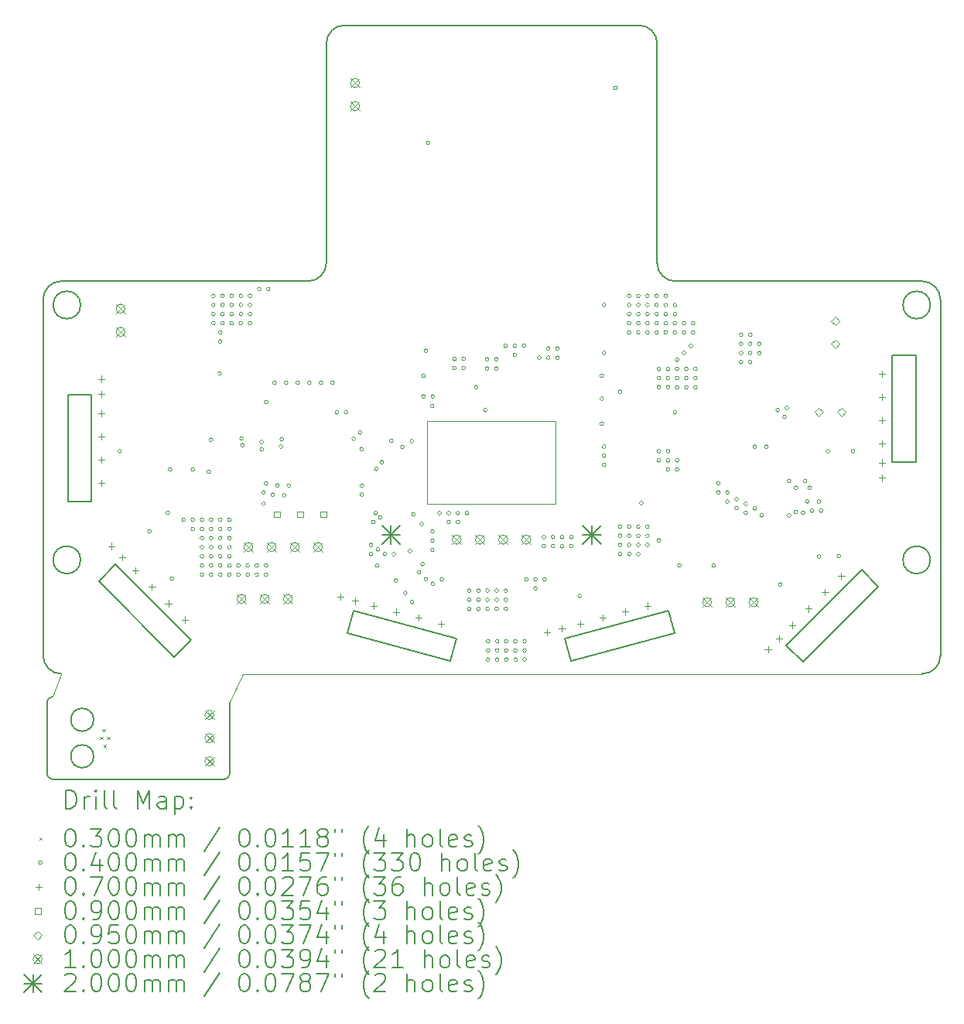
<source format=gbr>
%TF.GenerationSoftware,KiCad,Pcbnew,8.0.1*%
%TF.CreationDate,2025-03-10T11:27:17+01:00*%
%TF.ProjectId,main_board,6d61696e-5f62-46f6-9172-642e6b696361,rev?*%
%TF.SameCoordinates,Original*%
%TF.FileFunction,Drillmap*%
%TF.FilePolarity,Positive*%
%FSLAX45Y45*%
G04 Gerber Fmt 4.5, Leading zero omitted, Abs format (unit mm)*
G04 Created by KiCad (PCBNEW 8.0.1) date 2025-03-10 11:27:17*
%MOMM*%
%LPD*%
G01*
G04 APERTURE LIST*
%ADD10C,0.200000*%
%ADD11C,0.050000*%
%ADD12C,0.010000*%
%ADD13C,0.100000*%
G04 APERTURE END LIST*
D10*
X14218296Y-13396126D02*
X13088163Y-13093308D01*
X10291000Y-11650000D02*
X10031000Y-11650000D01*
X10314000Y-14037000D02*
G75*
G02*
X10064000Y-14037000I-125000J0D01*
G01*
X10064000Y-14037000D02*
G75*
G02*
X10314000Y-14037000I125000J0D01*
G01*
X15471759Y-13144985D02*
X16601892Y-12842167D01*
X19581000Y-13334889D02*
G75*
G02*
X19381000Y-13534890I-200000J-1D01*
G01*
X19051000Y-10050000D02*
X19311000Y-10050000D01*
X11803437Y-14627000D02*
X11803437Y-13847000D01*
X18074935Y-13405600D02*
X17891087Y-13221752D01*
X9961000Y-13534889D02*
G75*
G02*
X9761001Y-13334889I0J199999D01*
G01*
X16681000Y-9240000D02*
G75*
G02*
X16481000Y-9040000I0J200000D01*
G01*
X10031000Y-11650000D02*
X10031000Y-10480000D01*
X10171000Y-9500000D02*
G75*
G02*
X9871000Y-9500000I-150000J0D01*
G01*
X9871000Y-9500000D02*
G75*
G02*
X10171000Y-9500000I150000J0D01*
G01*
X15539052Y-13396126D02*
X15471759Y-13144985D01*
X9761000Y-9440000D02*
X9761000Y-13334889D01*
X9803437Y-13847000D02*
G75*
G02*
X9863437Y-13786997I60003J0D01*
G01*
X9863437Y-14687000D02*
X11743437Y-14687000D01*
X19471000Y-9500000D02*
G75*
G02*
X19171000Y-9500000I-150000J0D01*
G01*
X19171000Y-9500000D02*
G75*
G02*
X19471000Y-9500000I150000J0D01*
G01*
X10314000Y-14437000D02*
G75*
G02*
X10064000Y-14437000I-125000J0D01*
G01*
X10064000Y-14437000D02*
G75*
G02*
X10314000Y-14437000I125000J0D01*
G01*
X17891087Y-13221752D02*
X18718402Y-12394437D01*
X13088163Y-13093308D02*
X13155456Y-12842167D01*
D11*
X9863437Y-13787000D02*
X9961000Y-13534889D01*
D10*
X19311000Y-10050000D02*
X19311000Y-11220000D01*
X12861000Y-6640000D02*
G75*
G02*
X13061000Y-6440000I200000J0D01*
G01*
X13155456Y-12842167D02*
X14285589Y-13144985D01*
X10171000Y-12288437D02*
G75*
G02*
X9871000Y-12288437I-150000J0D01*
G01*
X9871000Y-12288437D02*
G75*
G02*
X10171000Y-12288437I150000J0D01*
G01*
X10371000Y-12520832D02*
X10554848Y-12336984D01*
D11*
X11803437Y-13847000D02*
X11950000Y-13535031D01*
D10*
X11198315Y-13348147D02*
X10371000Y-12520832D01*
X19471000Y-12288437D02*
G75*
G02*
X19171000Y-12288437I-150000J0D01*
G01*
X19171000Y-12288437D02*
G75*
G02*
X19471000Y-12288437I150000J0D01*
G01*
X16281000Y-6440000D02*
G75*
G02*
X16481000Y-6640000I0J-200000D01*
G01*
X10031000Y-10480000D02*
X10291000Y-10480000D01*
X14285589Y-13144985D02*
X14218296Y-13396126D01*
X16601892Y-12842167D02*
X16669185Y-13093308D01*
X18902250Y-12578285D02*
X18074935Y-13405600D01*
D11*
X11950000Y-13535031D02*
X19381000Y-13534889D01*
D10*
X12861000Y-9040000D02*
G75*
G02*
X12661000Y-9240000I-200000J0D01*
G01*
X9803437Y-13847000D02*
X9803437Y-14627000D01*
X18718402Y-12394437D02*
X18902250Y-12578285D01*
X19051000Y-11220000D02*
X19051000Y-10050000D01*
X19381000Y-9240000D02*
X16681000Y-9240000D01*
X9761000Y-9440000D02*
G75*
G02*
X9961000Y-9240000I200000J0D01*
G01*
X16669185Y-13093308D02*
X15539052Y-13396126D01*
X10554848Y-12336984D02*
X11382163Y-13164299D01*
X9863437Y-14687000D02*
G75*
G02*
X9803440Y-14627000I3J60000D01*
G01*
X19581000Y-13334889D02*
X19581000Y-9440000D01*
X16481000Y-9040000D02*
X16481000Y-6640000D01*
X16281000Y-6440000D02*
X13061000Y-6440000D01*
X12661000Y-9240000D02*
X9961000Y-9240000D01*
X12861000Y-6640000D02*
X12861000Y-9040000D01*
X11803437Y-14627000D02*
G75*
G02*
X11743437Y-14686997I-59997J0D01*
G01*
X19311000Y-11220000D02*
X19051000Y-11220000D01*
X19381000Y-9240000D02*
G75*
G02*
X19581000Y-9440000I0J-200000D01*
G01*
X10291000Y-10480000D02*
X10291000Y-11650000D01*
X11382163Y-13164299D02*
X11198315Y-13348147D01*
D12*
X13967000Y-10772000D02*
X15367000Y-10772000D01*
X13967000Y-11672000D02*
X13967000Y-10772000D01*
X15367000Y-10772000D02*
X15367000Y-11672000D01*
X15367000Y-11672000D02*
X13967000Y-11672000D01*
D10*
D13*
X10385000Y-14223000D02*
X10415000Y-14253000D01*
X10415000Y-14223000D02*
X10385000Y-14253000D01*
X10411000Y-14136000D02*
X10441000Y-14166000D01*
X10441000Y-14136000D02*
X10411000Y-14166000D01*
X10421000Y-14313000D02*
X10451000Y-14343000D01*
X10451000Y-14313000D02*
X10421000Y-14343000D01*
X10462000Y-14223000D02*
X10492000Y-14253000D01*
X10492000Y-14223000D02*
X10462000Y-14253000D01*
X10619967Y-11100033D02*
G75*
G02*
X10579967Y-11100033I-20000J0D01*
G01*
X10579967Y-11100033D02*
G75*
G02*
X10619967Y-11100033I20000J0D01*
G01*
X10945000Y-11975000D02*
G75*
G02*
X10905000Y-11975000I-20000J0D01*
G01*
X10905000Y-11975000D02*
G75*
G02*
X10945000Y-11975000I20000J0D01*
G01*
X11145000Y-11775000D02*
G75*
G02*
X11105000Y-11775000I-20000J0D01*
G01*
X11105000Y-11775000D02*
G75*
G02*
X11145000Y-11775000I20000J0D01*
G01*
X11170000Y-11300000D02*
G75*
G02*
X11130000Y-11300000I-20000J0D01*
G01*
X11130000Y-11300000D02*
G75*
G02*
X11170000Y-11300000I20000J0D01*
G01*
X11190467Y-12491533D02*
G75*
G02*
X11150467Y-12491533I-20000J0D01*
G01*
X11150467Y-12491533D02*
G75*
G02*
X11190467Y-12491533I20000J0D01*
G01*
X11320000Y-11850000D02*
G75*
G02*
X11280000Y-11850000I-20000J0D01*
G01*
X11280000Y-11850000D02*
G75*
G02*
X11320000Y-11850000I20000J0D01*
G01*
X11420000Y-11300000D02*
G75*
G02*
X11380000Y-11300000I-20000J0D01*
G01*
X11380000Y-11300000D02*
G75*
G02*
X11420000Y-11300000I20000J0D01*
G01*
X11420000Y-11850000D02*
G75*
G02*
X11380000Y-11850000I-20000J0D01*
G01*
X11380000Y-11850000D02*
G75*
G02*
X11420000Y-11850000I20000J0D01*
G01*
X11420000Y-11950000D02*
G75*
G02*
X11380000Y-11950000I-20000J0D01*
G01*
X11380000Y-11950000D02*
G75*
G02*
X11420000Y-11950000I20000J0D01*
G01*
X11520000Y-11850000D02*
G75*
G02*
X11480000Y-11850000I-20000J0D01*
G01*
X11480000Y-11850000D02*
G75*
G02*
X11520000Y-11850000I20000J0D01*
G01*
X11520000Y-11950000D02*
G75*
G02*
X11480000Y-11950000I-20000J0D01*
G01*
X11480000Y-11950000D02*
G75*
G02*
X11520000Y-11950000I20000J0D01*
G01*
X11520000Y-12050000D02*
G75*
G02*
X11480000Y-12050000I-20000J0D01*
G01*
X11480000Y-12050000D02*
G75*
G02*
X11520000Y-12050000I20000J0D01*
G01*
X11520000Y-12150000D02*
G75*
G02*
X11480000Y-12150000I-20000J0D01*
G01*
X11480000Y-12150000D02*
G75*
G02*
X11520000Y-12150000I20000J0D01*
G01*
X11520000Y-12250000D02*
G75*
G02*
X11480000Y-12250000I-20000J0D01*
G01*
X11480000Y-12250000D02*
G75*
G02*
X11520000Y-12250000I20000J0D01*
G01*
X11520000Y-12350000D02*
G75*
G02*
X11480000Y-12350000I-20000J0D01*
G01*
X11480000Y-12350000D02*
G75*
G02*
X11520000Y-12350000I20000J0D01*
G01*
X11520000Y-12450000D02*
G75*
G02*
X11480000Y-12450000I-20000J0D01*
G01*
X11480000Y-12450000D02*
G75*
G02*
X11520000Y-12450000I20000J0D01*
G01*
X11595000Y-11325000D02*
G75*
G02*
X11555000Y-11325000I-20000J0D01*
G01*
X11555000Y-11325000D02*
G75*
G02*
X11595000Y-11325000I20000J0D01*
G01*
X11620000Y-10975000D02*
G75*
G02*
X11580000Y-10975000I-20000J0D01*
G01*
X11580000Y-10975000D02*
G75*
G02*
X11620000Y-10975000I20000J0D01*
G01*
X11620000Y-11850000D02*
G75*
G02*
X11580000Y-11850000I-20000J0D01*
G01*
X11580000Y-11850000D02*
G75*
G02*
X11620000Y-11850000I20000J0D01*
G01*
X11620000Y-11950000D02*
G75*
G02*
X11580000Y-11950000I-20000J0D01*
G01*
X11580000Y-11950000D02*
G75*
G02*
X11620000Y-11950000I20000J0D01*
G01*
X11620000Y-12050000D02*
G75*
G02*
X11580000Y-12050000I-20000J0D01*
G01*
X11580000Y-12050000D02*
G75*
G02*
X11620000Y-12050000I20000J0D01*
G01*
X11620000Y-12150000D02*
G75*
G02*
X11580000Y-12150000I-20000J0D01*
G01*
X11580000Y-12150000D02*
G75*
G02*
X11620000Y-12150000I20000J0D01*
G01*
X11620000Y-12250000D02*
G75*
G02*
X11580000Y-12250000I-20000J0D01*
G01*
X11580000Y-12250000D02*
G75*
G02*
X11620000Y-12250000I20000J0D01*
G01*
X11620000Y-12350000D02*
G75*
G02*
X11580000Y-12350000I-20000J0D01*
G01*
X11580000Y-12350000D02*
G75*
G02*
X11620000Y-12350000I20000J0D01*
G01*
X11620000Y-12450000D02*
G75*
G02*
X11580000Y-12450000I-20000J0D01*
G01*
X11580000Y-12450000D02*
G75*
G02*
X11620000Y-12450000I20000J0D01*
G01*
X11645000Y-9400000D02*
G75*
G02*
X11605000Y-9400000I-20000J0D01*
G01*
X11605000Y-9400000D02*
G75*
G02*
X11645000Y-9400000I20000J0D01*
G01*
X11645000Y-9500000D02*
G75*
G02*
X11605000Y-9500000I-20000J0D01*
G01*
X11605000Y-9500000D02*
G75*
G02*
X11645000Y-9500000I20000J0D01*
G01*
X11645000Y-9600000D02*
G75*
G02*
X11605000Y-9600000I-20000J0D01*
G01*
X11605000Y-9600000D02*
G75*
G02*
X11645000Y-9600000I20000J0D01*
G01*
X11645000Y-9700000D02*
G75*
G02*
X11605000Y-9700000I-20000J0D01*
G01*
X11605000Y-9700000D02*
G75*
G02*
X11645000Y-9700000I20000J0D01*
G01*
X11714040Y-10250000D02*
G75*
G02*
X11674040Y-10250000I-20000J0D01*
G01*
X11674040Y-10250000D02*
G75*
G02*
X11714040Y-10250000I20000J0D01*
G01*
X11720000Y-9800000D02*
G75*
G02*
X11680000Y-9800000I-20000J0D01*
G01*
X11680000Y-9800000D02*
G75*
G02*
X11720000Y-9800000I20000J0D01*
G01*
X11720000Y-9900000D02*
G75*
G02*
X11680000Y-9900000I-20000J0D01*
G01*
X11680000Y-9900000D02*
G75*
G02*
X11720000Y-9900000I20000J0D01*
G01*
X11720000Y-11850000D02*
G75*
G02*
X11680000Y-11850000I-20000J0D01*
G01*
X11680000Y-11850000D02*
G75*
G02*
X11720000Y-11850000I20000J0D01*
G01*
X11720000Y-11950000D02*
G75*
G02*
X11680000Y-11950000I-20000J0D01*
G01*
X11680000Y-11950000D02*
G75*
G02*
X11720000Y-11950000I20000J0D01*
G01*
X11720000Y-12050000D02*
G75*
G02*
X11680000Y-12050000I-20000J0D01*
G01*
X11680000Y-12050000D02*
G75*
G02*
X11720000Y-12050000I20000J0D01*
G01*
X11720000Y-12150000D02*
G75*
G02*
X11680000Y-12150000I-20000J0D01*
G01*
X11680000Y-12150000D02*
G75*
G02*
X11720000Y-12150000I20000J0D01*
G01*
X11720000Y-12250000D02*
G75*
G02*
X11680000Y-12250000I-20000J0D01*
G01*
X11680000Y-12250000D02*
G75*
G02*
X11720000Y-12250000I20000J0D01*
G01*
X11720000Y-12350000D02*
G75*
G02*
X11680000Y-12350000I-20000J0D01*
G01*
X11680000Y-12350000D02*
G75*
G02*
X11720000Y-12350000I20000J0D01*
G01*
X11720000Y-12450000D02*
G75*
G02*
X11680000Y-12450000I-20000J0D01*
G01*
X11680000Y-12450000D02*
G75*
G02*
X11720000Y-12450000I20000J0D01*
G01*
X11745000Y-9400000D02*
G75*
G02*
X11705000Y-9400000I-20000J0D01*
G01*
X11705000Y-9400000D02*
G75*
G02*
X11745000Y-9400000I20000J0D01*
G01*
X11745000Y-9500000D02*
G75*
G02*
X11705000Y-9500000I-20000J0D01*
G01*
X11705000Y-9500000D02*
G75*
G02*
X11745000Y-9500000I20000J0D01*
G01*
X11745000Y-9600000D02*
G75*
G02*
X11705000Y-9600000I-20000J0D01*
G01*
X11705000Y-9600000D02*
G75*
G02*
X11745000Y-9600000I20000J0D01*
G01*
X11745000Y-9700000D02*
G75*
G02*
X11705000Y-9700000I-20000J0D01*
G01*
X11705000Y-9700000D02*
G75*
G02*
X11745000Y-9700000I20000J0D01*
G01*
X11820000Y-11850000D02*
G75*
G02*
X11780000Y-11850000I-20000J0D01*
G01*
X11780000Y-11850000D02*
G75*
G02*
X11820000Y-11850000I20000J0D01*
G01*
X11820000Y-11950000D02*
G75*
G02*
X11780000Y-11950000I-20000J0D01*
G01*
X11780000Y-11950000D02*
G75*
G02*
X11820000Y-11950000I20000J0D01*
G01*
X11820000Y-12050000D02*
G75*
G02*
X11780000Y-12050000I-20000J0D01*
G01*
X11780000Y-12050000D02*
G75*
G02*
X11820000Y-12050000I20000J0D01*
G01*
X11820000Y-12150000D02*
G75*
G02*
X11780000Y-12150000I-20000J0D01*
G01*
X11780000Y-12150000D02*
G75*
G02*
X11820000Y-12150000I20000J0D01*
G01*
X11820000Y-12250000D02*
G75*
G02*
X11780000Y-12250000I-20000J0D01*
G01*
X11780000Y-12250000D02*
G75*
G02*
X11820000Y-12250000I20000J0D01*
G01*
X11820000Y-12350000D02*
G75*
G02*
X11780000Y-12350000I-20000J0D01*
G01*
X11780000Y-12350000D02*
G75*
G02*
X11820000Y-12350000I20000J0D01*
G01*
X11820000Y-12450000D02*
G75*
G02*
X11780000Y-12450000I-20000J0D01*
G01*
X11780000Y-12450000D02*
G75*
G02*
X11820000Y-12450000I20000J0D01*
G01*
X11845000Y-9400000D02*
G75*
G02*
X11805000Y-9400000I-20000J0D01*
G01*
X11805000Y-9400000D02*
G75*
G02*
X11845000Y-9400000I20000J0D01*
G01*
X11845000Y-9500000D02*
G75*
G02*
X11805000Y-9500000I-20000J0D01*
G01*
X11805000Y-9500000D02*
G75*
G02*
X11845000Y-9500000I20000J0D01*
G01*
X11845000Y-9600000D02*
G75*
G02*
X11805000Y-9600000I-20000J0D01*
G01*
X11805000Y-9600000D02*
G75*
G02*
X11845000Y-9600000I20000J0D01*
G01*
X11845000Y-9700000D02*
G75*
G02*
X11805000Y-9700000I-20000J0D01*
G01*
X11805000Y-9700000D02*
G75*
G02*
X11845000Y-9700000I20000J0D01*
G01*
X11920000Y-12350000D02*
G75*
G02*
X11880000Y-12350000I-20000J0D01*
G01*
X11880000Y-12350000D02*
G75*
G02*
X11920000Y-12350000I20000J0D01*
G01*
X11920000Y-12450000D02*
G75*
G02*
X11880000Y-12450000I-20000J0D01*
G01*
X11880000Y-12450000D02*
G75*
G02*
X11920000Y-12450000I20000J0D01*
G01*
X11945000Y-9400000D02*
G75*
G02*
X11905000Y-9400000I-20000J0D01*
G01*
X11905000Y-9400000D02*
G75*
G02*
X11945000Y-9400000I20000J0D01*
G01*
X11945000Y-9500000D02*
G75*
G02*
X11905000Y-9500000I-20000J0D01*
G01*
X11905000Y-9500000D02*
G75*
G02*
X11945000Y-9500000I20000J0D01*
G01*
X11945000Y-9600000D02*
G75*
G02*
X11905000Y-9600000I-20000J0D01*
G01*
X11905000Y-9600000D02*
G75*
G02*
X11945000Y-9600000I20000J0D01*
G01*
X11945000Y-9700000D02*
G75*
G02*
X11905000Y-9700000I-20000J0D01*
G01*
X11905000Y-9700000D02*
G75*
G02*
X11945000Y-9700000I20000J0D01*
G01*
X11952527Y-10958624D02*
G75*
G02*
X11912527Y-10958624I-20000J0D01*
G01*
X11912527Y-10958624D02*
G75*
G02*
X11952527Y-10958624I20000J0D01*
G01*
X11964514Y-11034148D02*
G75*
G02*
X11924514Y-11034148I-20000J0D01*
G01*
X11924514Y-11034148D02*
G75*
G02*
X11964514Y-11034148I20000J0D01*
G01*
X12020000Y-12350000D02*
G75*
G02*
X11980000Y-12350000I-20000J0D01*
G01*
X11980000Y-12350000D02*
G75*
G02*
X12020000Y-12350000I20000J0D01*
G01*
X12020000Y-12450000D02*
G75*
G02*
X11980000Y-12450000I-20000J0D01*
G01*
X11980000Y-12450000D02*
G75*
G02*
X12020000Y-12450000I20000J0D01*
G01*
X12045000Y-9400000D02*
G75*
G02*
X12005000Y-9400000I-20000J0D01*
G01*
X12005000Y-9400000D02*
G75*
G02*
X12045000Y-9400000I20000J0D01*
G01*
X12045000Y-9500000D02*
G75*
G02*
X12005000Y-9500000I-20000J0D01*
G01*
X12005000Y-9500000D02*
G75*
G02*
X12045000Y-9500000I20000J0D01*
G01*
X12045000Y-9600000D02*
G75*
G02*
X12005000Y-9600000I-20000J0D01*
G01*
X12005000Y-9600000D02*
G75*
G02*
X12045000Y-9600000I20000J0D01*
G01*
X12045000Y-9700000D02*
G75*
G02*
X12005000Y-9700000I-20000J0D01*
G01*
X12005000Y-9700000D02*
G75*
G02*
X12045000Y-9700000I20000J0D01*
G01*
X12120000Y-12350000D02*
G75*
G02*
X12080000Y-12350000I-20000J0D01*
G01*
X12080000Y-12350000D02*
G75*
G02*
X12120000Y-12350000I20000J0D01*
G01*
X12120000Y-12450000D02*
G75*
G02*
X12080000Y-12450000I-20000J0D01*
G01*
X12080000Y-12450000D02*
G75*
G02*
X12120000Y-12450000I20000J0D01*
G01*
X12145000Y-9325000D02*
G75*
G02*
X12105000Y-9325000I-20000J0D01*
G01*
X12105000Y-9325000D02*
G75*
G02*
X12145000Y-9325000I20000J0D01*
G01*
X12171904Y-10999383D02*
G75*
G02*
X12131904Y-10999383I-20000J0D01*
G01*
X12131904Y-10999383D02*
G75*
G02*
X12171904Y-10999383I20000J0D01*
G01*
X12173102Y-11077304D02*
G75*
G02*
X12133102Y-11077304I-20000J0D01*
G01*
X12133102Y-11077304D02*
G75*
G02*
X12173102Y-11077304I20000J0D01*
G01*
X12195000Y-11550000D02*
G75*
G02*
X12155000Y-11550000I-20000J0D01*
G01*
X12155000Y-11550000D02*
G75*
G02*
X12195000Y-11550000I20000J0D01*
G01*
X12195000Y-11675000D02*
G75*
G02*
X12155000Y-11675000I-20000J0D01*
G01*
X12155000Y-11675000D02*
G75*
G02*
X12195000Y-11675000I20000J0D01*
G01*
X12220000Y-11450000D02*
G75*
G02*
X12180000Y-11450000I-20000J0D01*
G01*
X12180000Y-11450000D02*
G75*
G02*
X12220000Y-11450000I20000J0D01*
G01*
X12220000Y-12350000D02*
G75*
G02*
X12180000Y-12350000I-20000J0D01*
G01*
X12180000Y-12350000D02*
G75*
G02*
X12220000Y-12350000I20000J0D01*
G01*
X12220000Y-12450000D02*
G75*
G02*
X12180000Y-12450000I-20000J0D01*
G01*
X12180000Y-12450000D02*
G75*
G02*
X12220000Y-12450000I20000J0D01*
G01*
X12225000Y-10562000D02*
G75*
G02*
X12185000Y-10562000I-20000J0D01*
G01*
X12185000Y-10562000D02*
G75*
G02*
X12225000Y-10562000I20000J0D01*
G01*
X12245000Y-9325000D02*
G75*
G02*
X12205000Y-9325000I-20000J0D01*
G01*
X12205000Y-9325000D02*
G75*
G02*
X12245000Y-9325000I20000J0D01*
G01*
X12295000Y-11575000D02*
G75*
G02*
X12255000Y-11575000I-20000J0D01*
G01*
X12255000Y-11575000D02*
G75*
G02*
X12295000Y-11575000I20000J0D01*
G01*
X12313680Y-10351160D02*
G75*
G02*
X12273680Y-10351160I-20000J0D01*
G01*
X12273680Y-10351160D02*
G75*
G02*
X12313680Y-10351160I20000J0D01*
G01*
X12345000Y-11475000D02*
G75*
G02*
X12305000Y-11475000I-20000J0D01*
G01*
X12305000Y-11475000D02*
G75*
G02*
X12345000Y-11475000I20000J0D01*
G01*
X12384088Y-11048533D02*
G75*
G02*
X12344088Y-11048533I-20000J0D01*
G01*
X12344088Y-11048533D02*
G75*
G02*
X12384088Y-11048533I20000J0D01*
G01*
X12393678Y-10967016D02*
G75*
G02*
X12353678Y-10967016I-20000J0D01*
G01*
X12353678Y-10967016D02*
G75*
G02*
X12393678Y-10967016I20000J0D01*
G01*
X12419341Y-11582396D02*
G75*
G02*
X12379341Y-11582396I-20000J0D01*
G01*
X12379341Y-11582396D02*
G75*
G02*
X12419341Y-11582396I20000J0D01*
G01*
X12440680Y-10351160D02*
G75*
G02*
X12400680Y-10351160I-20000J0D01*
G01*
X12400680Y-10351160D02*
G75*
G02*
X12440680Y-10351160I20000J0D01*
G01*
X12470000Y-11475000D02*
G75*
G02*
X12430000Y-11475000I-20000J0D01*
G01*
X12430000Y-11475000D02*
G75*
G02*
X12470000Y-11475000I20000J0D01*
G01*
X12567680Y-10351160D02*
G75*
G02*
X12527680Y-10351160I-20000J0D01*
G01*
X12527680Y-10351160D02*
G75*
G02*
X12567680Y-10351160I20000J0D01*
G01*
X12694680Y-10351160D02*
G75*
G02*
X12654680Y-10351160I-20000J0D01*
G01*
X12654680Y-10351160D02*
G75*
G02*
X12694680Y-10351160I20000J0D01*
G01*
X12821680Y-10351160D02*
G75*
G02*
X12781680Y-10351160I-20000J0D01*
G01*
X12781680Y-10351160D02*
G75*
G02*
X12821680Y-10351160I20000J0D01*
G01*
X12948680Y-10351160D02*
G75*
G02*
X12908680Y-10351160I-20000J0D01*
G01*
X12908680Y-10351160D02*
G75*
G02*
X12948680Y-10351160I20000J0D01*
G01*
X12995000Y-10675000D02*
G75*
G02*
X12955000Y-10675000I-20000J0D01*
G01*
X12955000Y-10675000D02*
G75*
G02*
X12995000Y-10675000I20000J0D01*
G01*
X13095000Y-10675000D02*
G75*
G02*
X13055000Y-10675000I-20000J0D01*
G01*
X13055000Y-10675000D02*
G75*
G02*
X13095000Y-10675000I20000J0D01*
G01*
X13180076Y-10963814D02*
G75*
G02*
X13140076Y-10963814I-20000J0D01*
G01*
X13140076Y-10963814D02*
G75*
G02*
X13180076Y-10963814I20000J0D01*
G01*
X13249040Y-10894955D02*
G75*
G02*
X13209040Y-10894955I-20000J0D01*
G01*
X13209040Y-10894955D02*
G75*
G02*
X13249040Y-10894955I20000J0D01*
G01*
X13266495Y-11076495D02*
G75*
G02*
X13226495Y-11076495I-20000J0D01*
G01*
X13226495Y-11076495D02*
G75*
G02*
X13266495Y-11076495I20000J0D01*
G01*
X13269497Y-11574497D02*
G75*
G02*
X13229497Y-11574497I-20000J0D01*
G01*
X13229497Y-11574497D02*
G75*
G02*
X13269497Y-11574497I20000J0D01*
G01*
X13270000Y-11475000D02*
G75*
G02*
X13230000Y-11475000I-20000J0D01*
G01*
X13230000Y-11475000D02*
G75*
G02*
X13270000Y-11475000I20000J0D01*
G01*
X13370000Y-12125000D02*
G75*
G02*
X13330000Y-12125000I-20000J0D01*
G01*
X13330000Y-12125000D02*
G75*
G02*
X13370000Y-12125000I20000J0D01*
G01*
X13370000Y-12225000D02*
G75*
G02*
X13330000Y-12225000I-20000J0D01*
G01*
X13330000Y-12225000D02*
G75*
G02*
X13370000Y-12225000I20000J0D01*
G01*
X13395000Y-11875000D02*
G75*
G02*
X13355000Y-11875000I-20000J0D01*
G01*
X13355000Y-11875000D02*
G75*
G02*
X13395000Y-11875000I20000J0D01*
G01*
X13420000Y-11775000D02*
G75*
G02*
X13380000Y-11775000I-20000J0D01*
G01*
X13380000Y-11775000D02*
G75*
G02*
X13420000Y-11775000I20000J0D01*
G01*
X13427683Y-11292227D02*
G75*
G02*
X13387683Y-11292227I-20000J0D01*
G01*
X13387683Y-11292227D02*
G75*
G02*
X13427683Y-11292227I20000J0D01*
G01*
X13437000Y-12350000D02*
G75*
G02*
X13397000Y-12350000I-20000J0D01*
G01*
X13397000Y-12350000D02*
G75*
G02*
X13437000Y-12350000I20000J0D01*
G01*
X13445000Y-12175000D02*
G75*
G02*
X13405000Y-12175000I-20000J0D01*
G01*
X13405000Y-12175000D02*
G75*
G02*
X13445000Y-12175000I20000J0D01*
G01*
X13470000Y-11825000D02*
G75*
G02*
X13430000Y-11825000I-20000J0D01*
G01*
X13430000Y-11825000D02*
G75*
G02*
X13470000Y-11825000I20000J0D01*
G01*
X13489000Y-11220547D02*
G75*
G02*
X13449000Y-11220547I-20000J0D01*
G01*
X13449000Y-11220547D02*
G75*
G02*
X13489000Y-11220547I20000J0D01*
G01*
X13520000Y-12225000D02*
G75*
G02*
X13480000Y-12225000I-20000J0D01*
G01*
X13480000Y-12225000D02*
G75*
G02*
X13520000Y-12225000I20000J0D01*
G01*
X13592526Y-10985229D02*
G75*
G02*
X13552526Y-10985229I-20000J0D01*
G01*
X13552526Y-10985229D02*
G75*
G02*
X13592526Y-10985229I20000J0D01*
G01*
X13620000Y-12225000D02*
G75*
G02*
X13580000Y-12225000I-20000J0D01*
G01*
X13580000Y-12225000D02*
G75*
G02*
X13620000Y-12225000I20000J0D01*
G01*
X13640000Y-12516000D02*
G75*
G02*
X13600000Y-12516000I-20000J0D01*
G01*
X13600000Y-12516000D02*
G75*
G02*
X13640000Y-12516000I20000J0D01*
G01*
X13713001Y-11052591D02*
G75*
G02*
X13673001Y-11052591I-20000J0D01*
G01*
X13673001Y-11052591D02*
G75*
G02*
X13713001Y-11052591I20000J0D01*
G01*
X13745000Y-12650000D02*
G75*
G02*
X13705000Y-12650000I-20000J0D01*
G01*
X13705000Y-12650000D02*
G75*
G02*
X13745000Y-12650000I20000J0D01*
G01*
X13796500Y-12192500D02*
G75*
G02*
X13756500Y-12192500I-20000J0D01*
G01*
X13756500Y-12192500D02*
G75*
G02*
X13796500Y-12192500I20000J0D01*
G01*
X13815340Y-10990410D02*
G75*
G02*
X13775340Y-10990410I-20000J0D01*
G01*
X13775340Y-10990410D02*
G75*
G02*
X13815340Y-10990410I20000J0D01*
G01*
X13820000Y-12750000D02*
G75*
G02*
X13780000Y-12750000I-20000J0D01*
G01*
X13780000Y-12750000D02*
G75*
G02*
X13820000Y-12750000I20000J0D01*
G01*
X13834681Y-11790500D02*
G75*
G02*
X13794681Y-11790500I-20000J0D01*
G01*
X13794681Y-11790500D02*
G75*
G02*
X13834681Y-11790500I20000J0D01*
G01*
X13895000Y-12425000D02*
G75*
G02*
X13855000Y-12425000I-20000J0D01*
G01*
X13855000Y-12425000D02*
G75*
G02*
X13895000Y-12425000I20000J0D01*
G01*
X13923033Y-11896967D02*
G75*
G02*
X13883033Y-11896967I-20000J0D01*
G01*
X13883033Y-11896967D02*
G75*
G02*
X13923033Y-11896967I20000J0D01*
G01*
X13934000Y-12335000D02*
G75*
G02*
X13894000Y-12335000I-20000J0D01*
G01*
X13894000Y-12335000D02*
G75*
G02*
X13934000Y-12335000I20000J0D01*
G01*
X13945000Y-10275000D02*
G75*
G02*
X13905000Y-10275000I-20000J0D01*
G01*
X13905000Y-10275000D02*
G75*
G02*
X13945000Y-10275000I20000J0D01*
G01*
X13945000Y-10500000D02*
G75*
G02*
X13905000Y-10500000I-20000J0D01*
G01*
X13905000Y-10500000D02*
G75*
G02*
X13945000Y-10500000I20000J0D01*
G01*
X13970000Y-10000000D02*
G75*
G02*
X13930000Y-10000000I-20000J0D01*
G01*
X13930000Y-10000000D02*
G75*
G02*
X13970000Y-10000000I20000J0D01*
G01*
X13970000Y-12500000D02*
G75*
G02*
X13930000Y-12500000I-20000J0D01*
G01*
X13930000Y-12500000D02*
G75*
G02*
X13970000Y-12500000I20000J0D01*
G01*
X13995000Y-7725000D02*
G75*
G02*
X13955000Y-7725000I-20000J0D01*
G01*
X13955000Y-7725000D02*
G75*
G02*
X13995000Y-7725000I20000J0D01*
G01*
X14039571Y-10604424D02*
G75*
G02*
X13999571Y-10604424I-20000J0D01*
G01*
X13999571Y-10604424D02*
G75*
G02*
X14039571Y-10604424I20000J0D01*
G01*
X14042544Y-11978589D02*
G75*
G02*
X14002544Y-11978589I-20000J0D01*
G01*
X14002544Y-11978589D02*
G75*
G02*
X14042544Y-11978589I20000J0D01*
G01*
X14042544Y-12078589D02*
G75*
G02*
X14002544Y-12078589I-20000J0D01*
G01*
X14002544Y-12078589D02*
G75*
G02*
X14042544Y-12078589I20000J0D01*
G01*
X14042544Y-12178589D02*
G75*
G02*
X14002544Y-12178589I-20000J0D01*
G01*
X14002544Y-12178589D02*
G75*
G02*
X14042544Y-12178589I20000J0D01*
G01*
X14045000Y-10500000D02*
G75*
G02*
X14005000Y-10500000I-20000J0D01*
G01*
X14005000Y-10500000D02*
G75*
G02*
X14045000Y-10500000I20000J0D01*
G01*
X14045000Y-12550000D02*
G75*
G02*
X14005000Y-12550000I-20000J0D01*
G01*
X14005000Y-12550000D02*
G75*
G02*
X14045000Y-12550000I20000J0D01*
G01*
X14120000Y-11776592D02*
G75*
G02*
X14080000Y-11776592I-20000J0D01*
G01*
X14080000Y-11776592D02*
G75*
G02*
X14120000Y-11776592I20000J0D01*
G01*
X14145000Y-12500000D02*
G75*
G02*
X14105000Y-12500000I-20000J0D01*
G01*
X14105000Y-12500000D02*
G75*
G02*
X14145000Y-12500000I20000J0D01*
G01*
X14220000Y-11776592D02*
G75*
G02*
X14180000Y-11776592I-20000J0D01*
G01*
X14180000Y-11776592D02*
G75*
G02*
X14220000Y-11776592I20000J0D01*
G01*
X14220000Y-11876592D02*
G75*
G02*
X14180000Y-11876592I-20000J0D01*
G01*
X14180000Y-11876592D02*
G75*
G02*
X14220000Y-11876592I20000J0D01*
G01*
X14283638Y-10089637D02*
G75*
G02*
X14243638Y-10089637I-20000J0D01*
G01*
X14243638Y-10089637D02*
G75*
G02*
X14283638Y-10089637I20000J0D01*
G01*
X14283638Y-10189637D02*
G75*
G02*
X14243638Y-10189637I-20000J0D01*
G01*
X14243638Y-10189637D02*
G75*
G02*
X14283638Y-10189637I20000J0D01*
G01*
X14320000Y-11776592D02*
G75*
G02*
X14280000Y-11776592I-20000J0D01*
G01*
X14280000Y-11776592D02*
G75*
G02*
X14320000Y-11776592I20000J0D01*
G01*
X14320000Y-11876592D02*
G75*
G02*
X14280000Y-11876592I-20000J0D01*
G01*
X14280000Y-11876592D02*
G75*
G02*
X14320000Y-11876592I20000J0D01*
G01*
X14383638Y-10089637D02*
G75*
G02*
X14343638Y-10089637I-20000J0D01*
G01*
X14343638Y-10089637D02*
G75*
G02*
X14383638Y-10089637I20000J0D01*
G01*
X14383638Y-10189637D02*
G75*
G02*
X14343638Y-10189637I-20000J0D01*
G01*
X14343638Y-10189637D02*
G75*
G02*
X14383638Y-10189637I20000J0D01*
G01*
X14420000Y-11776592D02*
G75*
G02*
X14380000Y-11776592I-20000J0D01*
G01*
X14380000Y-11776592D02*
G75*
G02*
X14420000Y-11776592I20000J0D01*
G01*
X14445000Y-12625000D02*
G75*
G02*
X14405000Y-12625000I-20000J0D01*
G01*
X14405000Y-12625000D02*
G75*
G02*
X14445000Y-12625000I20000J0D01*
G01*
X14445000Y-12725000D02*
G75*
G02*
X14405000Y-12725000I-20000J0D01*
G01*
X14405000Y-12725000D02*
G75*
G02*
X14445000Y-12725000I20000J0D01*
G01*
X14445000Y-12825000D02*
G75*
G02*
X14405000Y-12825000I-20000J0D01*
G01*
X14405000Y-12825000D02*
G75*
G02*
X14445000Y-12825000I20000J0D01*
G01*
X14520000Y-10400000D02*
G75*
G02*
X14480000Y-10400000I-20000J0D01*
G01*
X14480000Y-10400000D02*
G75*
G02*
X14520000Y-10400000I20000J0D01*
G01*
X14545000Y-12625000D02*
G75*
G02*
X14505000Y-12625000I-20000J0D01*
G01*
X14505000Y-12625000D02*
G75*
G02*
X14545000Y-12625000I20000J0D01*
G01*
X14545000Y-12725000D02*
G75*
G02*
X14505000Y-12725000I-20000J0D01*
G01*
X14505000Y-12725000D02*
G75*
G02*
X14545000Y-12725000I20000J0D01*
G01*
X14545000Y-12825000D02*
G75*
G02*
X14505000Y-12825000I-20000J0D01*
G01*
X14505000Y-12825000D02*
G75*
G02*
X14545000Y-12825000I20000J0D01*
G01*
X14620000Y-10650000D02*
G75*
G02*
X14580000Y-10650000I-20000J0D01*
G01*
X14580000Y-10650000D02*
G75*
G02*
X14620000Y-10650000I20000J0D01*
G01*
X14640278Y-10094692D02*
G75*
G02*
X14600278Y-10094692I-20000J0D01*
G01*
X14600278Y-10094692D02*
G75*
G02*
X14640278Y-10094692I20000J0D01*
G01*
X14640278Y-10194692D02*
G75*
G02*
X14600278Y-10194692I-20000J0D01*
G01*
X14600278Y-10194692D02*
G75*
G02*
X14640278Y-10194692I20000J0D01*
G01*
X14645000Y-12625000D02*
G75*
G02*
X14605000Y-12625000I-20000J0D01*
G01*
X14605000Y-12625000D02*
G75*
G02*
X14645000Y-12625000I20000J0D01*
G01*
X14645000Y-12725000D02*
G75*
G02*
X14605000Y-12725000I-20000J0D01*
G01*
X14605000Y-12725000D02*
G75*
G02*
X14645000Y-12725000I20000J0D01*
G01*
X14645000Y-12825000D02*
G75*
G02*
X14605000Y-12825000I-20000J0D01*
G01*
X14605000Y-12825000D02*
G75*
G02*
X14645000Y-12825000I20000J0D01*
G01*
X14650281Y-13178913D02*
G75*
G02*
X14610281Y-13178913I-20000J0D01*
G01*
X14610281Y-13178913D02*
G75*
G02*
X14650281Y-13178913I20000J0D01*
G01*
X14650281Y-13278913D02*
G75*
G02*
X14610281Y-13278913I-20000J0D01*
G01*
X14610281Y-13278913D02*
G75*
G02*
X14650281Y-13278913I20000J0D01*
G01*
X14650281Y-13378913D02*
G75*
G02*
X14610281Y-13378913I-20000J0D01*
G01*
X14610281Y-13378913D02*
G75*
G02*
X14650281Y-13378913I20000J0D01*
G01*
X14740278Y-10094692D02*
G75*
G02*
X14700278Y-10094692I-20000J0D01*
G01*
X14700278Y-10094692D02*
G75*
G02*
X14740278Y-10094692I20000J0D01*
G01*
X14740278Y-10194692D02*
G75*
G02*
X14700278Y-10194692I-20000J0D01*
G01*
X14700278Y-10194692D02*
G75*
G02*
X14740278Y-10194692I20000J0D01*
G01*
X14745000Y-12625000D02*
G75*
G02*
X14705000Y-12625000I-20000J0D01*
G01*
X14705000Y-12625000D02*
G75*
G02*
X14745000Y-12625000I20000J0D01*
G01*
X14745000Y-12725000D02*
G75*
G02*
X14705000Y-12725000I-20000J0D01*
G01*
X14705000Y-12725000D02*
G75*
G02*
X14745000Y-12725000I20000J0D01*
G01*
X14745000Y-12825000D02*
G75*
G02*
X14705000Y-12825000I-20000J0D01*
G01*
X14705000Y-12825000D02*
G75*
G02*
X14745000Y-12825000I20000J0D01*
G01*
X14750281Y-13178913D02*
G75*
G02*
X14710281Y-13178913I-20000J0D01*
G01*
X14710281Y-13178913D02*
G75*
G02*
X14750281Y-13178913I20000J0D01*
G01*
X14750281Y-13278913D02*
G75*
G02*
X14710281Y-13278913I-20000J0D01*
G01*
X14710281Y-13278913D02*
G75*
G02*
X14750281Y-13278913I20000J0D01*
G01*
X14750281Y-13378913D02*
G75*
G02*
X14710281Y-13378913I-20000J0D01*
G01*
X14710281Y-13378913D02*
G75*
G02*
X14750281Y-13378913I20000J0D01*
G01*
X14843318Y-9946276D02*
G75*
G02*
X14803318Y-9946276I-20000J0D01*
G01*
X14803318Y-9946276D02*
G75*
G02*
X14843318Y-9946276I20000J0D01*
G01*
X14845000Y-12625000D02*
G75*
G02*
X14805000Y-12625000I-20000J0D01*
G01*
X14805000Y-12625000D02*
G75*
G02*
X14845000Y-12625000I20000J0D01*
G01*
X14845000Y-12725000D02*
G75*
G02*
X14805000Y-12725000I-20000J0D01*
G01*
X14805000Y-12725000D02*
G75*
G02*
X14845000Y-12725000I20000J0D01*
G01*
X14845000Y-12825000D02*
G75*
G02*
X14805000Y-12825000I-20000J0D01*
G01*
X14805000Y-12825000D02*
G75*
G02*
X14845000Y-12825000I20000J0D01*
G01*
X14850281Y-13178913D02*
G75*
G02*
X14810281Y-13178913I-20000J0D01*
G01*
X14810281Y-13178913D02*
G75*
G02*
X14850281Y-13178913I20000J0D01*
G01*
X14850281Y-13278913D02*
G75*
G02*
X14810281Y-13278913I-20000J0D01*
G01*
X14810281Y-13278913D02*
G75*
G02*
X14850281Y-13278913I20000J0D01*
G01*
X14850281Y-13378913D02*
G75*
G02*
X14810281Y-13378913I-20000J0D01*
G01*
X14810281Y-13378913D02*
G75*
G02*
X14850281Y-13378913I20000J0D01*
G01*
X14943318Y-9946276D02*
G75*
G02*
X14903318Y-9946276I-20000J0D01*
G01*
X14903318Y-9946276D02*
G75*
G02*
X14943318Y-9946276I20000J0D01*
G01*
X14943318Y-10046276D02*
G75*
G02*
X14903318Y-10046276I-20000J0D01*
G01*
X14903318Y-10046276D02*
G75*
G02*
X14943318Y-10046276I20000J0D01*
G01*
X14950281Y-13178913D02*
G75*
G02*
X14910281Y-13178913I-20000J0D01*
G01*
X14910281Y-13178913D02*
G75*
G02*
X14950281Y-13178913I20000J0D01*
G01*
X14950281Y-13278913D02*
G75*
G02*
X14910281Y-13278913I-20000J0D01*
G01*
X14910281Y-13278913D02*
G75*
G02*
X14950281Y-13278913I20000J0D01*
G01*
X14950281Y-13378913D02*
G75*
G02*
X14910281Y-13378913I-20000J0D01*
G01*
X14910281Y-13378913D02*
G75*
G02*
X14950281Y-13378913I20000J0D01*
G01*
X15043318Y-9946276D02*
G75*
G02*
X15003318Y-9946276I-20000J0D01*
G01*
X15003318Y-9946276D02*
G75*
G02*
X15043318Y-9946276I20000J0D01*
G01*
X15050281Y-13178913D02*
G75*
G02*
X15010281Y-13178913I-20000J0D01*
G01*
X15010281Y-13178913D02*
G75*
G02*
X15050281Y-13178913I20000J0D01*
G01*
X15050281Y-13278913D02*
G75*
G02*
X15010281Y-13278913I-20000J0D01*
G01*
X15010281Y-13278913D02*
G75*
G02*
X15050281Y-13278913I20000J0D01*
G01*
X15050281Y-13378913D02*
G75*
G02*
X15010281Y-13378913I-20000J0D01*
G01*
X15010281Y-13378913D02*
G75*
G02*
X15050281Y-13378913I20000J0D01*
G01*
X15070000Y-12500000D02*
G75*
G02*
X15030000Y-12500000I-20000J0D01*
G01*
X15030000Y-12500000D02*
G75*
G02*
X15070000Y-12500000I20000J0D01*
G01*
X15170000Y-12500000D02*
G75*
G02*
X15130000Y-12500000I-20000J0D01*
G01*
X15130000Y-12500000D02*
G75*
G02*
X15170000Y-12500000I20000J0D01*
G01*
X15170000Y-12600000D02*
G75*
G02*
X15130000Y-12600000I-20000J0D01*
G01*
X15130000Y-12600000D02*
G75*
G02*
X15170000Y-12600000I20000J0D01*
G01*
X15210375Y-10076161D02*
G75*
G02*
X15170375Y-10076161I-20000J0D01*
G01*
X15170375Y-10076161D02*
G75*
G02*
X15210375Y-10076161I20000J0D01*
G01*
X15260950Y-12038863D02*
G75*
G02*
X15220950Y-12038863I-20000J0D01*
G01*
X15220950Y-12038863D02*
G75*
G02*
X15260950Y-12038863I20000J0D01*
G01*
X15260950Y-12138863D02*
G75*
G02*
X15220950Y-12138863I-20000J0D01*
G01*
X15220950Y-12138863D02*
G75*
G02*
X15260950Y-12138863I20000J0D01*
G01*
X15270000Y-12500000D02*
G75*
G02*
X15230000Y-12500000I-20000J0D01*
G01*
X15230000Y-12500000D02*
G75*
G02*
X15270000Y-12500000I20000J0D01*
G01*
X15310375Y-9976161D02*
G75*
G02*
X15270375Y-9976161I-20000J0D01*
G01*
X15270375Y-9976161D02*
G75*
G02*
X15310375Y-9976161I20000J0D01*
G01*
X15310375Y-10076161D02*
G75*
G02*
X15270375Y-10076161I-20000J0D01*
G01*
X15270375Y-10076161D02*
G75*
G02*
X15310375Y-10076161I20000J0D01*
G01*
X15360950Y-12038863D02*
G75*
G02*
X15320950Y-12038863I-20000J0D01*
G01*
X15320950Y-12038863D02*
G75*
G02*
X15360950Y-12038863I20000J0D01*
G01*
X15360950Y-12138863D02*
G75*
G02*
X15320950Y-12138863I-20000J0D01*
G01*
X15320950Y-12138863D02*
G75*
G02*
X15360950Y-12138863I20000J0D01*
G01*
X15410375Y-9976161D02*
G75*
G02*
X15370375Y-9976161I-20000J0D01*
G01*
X15370375Y-9976161D02*
G75*
G02*
X15410375Y-9976161I20000J0D01*
G01*
X15410375Y-10076161D02*
G75*
G02*
X15370375Y-10076161I-20000J0D01*
G01*
X15370375Y-10076161D02*
G75*
G02*
X15410375Y-10076161I20000J0D01*
G01*
X15460950Y-12038863D02*
G75*
G02*
X15420950Y-12038863I-20000J0D01*
G01*
X15420950Y-12038863D02*
G75*
G02*
X15460950Y-12038863I20000J0D01*
G01*
X15460950Y-12138863D02*
G75*
G02*
X15420950Y-12138863I-20000J0D01*
G01*
X15420950Y-12138863D02*
G75*
G02*
X15460950Y-12138863I20000J0D01*
G01*
X15560950Y-12038863D02*
G75*
G02*
X15520950Y-12038863I-20000J0D01*
G01*
X15520950Y-12038863D02*
G75*
G02*
X15560950Y-12038863I20000J0D01*
G01*
X15560950Y-12138863D02*
G75*
G02*
X15520950Y-12138863I-20000J0D01*
G01*
X15520950Y-12138863D02*
G75*
G02*
X15560950Y-12138863I20000J0D01*
G01*
X15653000Y-12682000D02*
G75*
G02*
X15613000Y-12682000I-20000J0D01*
G01*
X15613000Y-12682000D02*
G75*
G02*
X15653000Y-12682000I20000J0D01*
G01*
X15895000Y-10275000D02*
G75*
G02*
X15855000Y-10275000I-20000J0D01*
G01*
X15855000Y-10275000D02*
G75*
G02*
X15895000Y-10275000I20000J0D01*
G01*
X15895000Y-10525000D02*
G75*
G02*
X15855000Y-10525000I-20000J0D01*
G01*
X15855000Y-10525000D02*
G75*
G02*
X15895000Y-10525000I20000J0D01*
G01*
X15895000Y-10800000D02*
G75*
G02*
X15855000Y-10800000I-20000J0D01*
G01*
X15855000Y-10800000D02*
G75*
G02*
X15895000Y-10800000I20000J0D01*
G01*
X15920000Y-9500000D02*
G75*
G02*
X15880000Y-9500000I-20000J0D01*
G01*
X15880000Y-9500000D02*
G75*
G02*
X15920000Y-9500000I20000J0D01*
G01*
X15920000Y-10025000D02*
G75*
G02*
X15880000Y-10025000I-20000J0D01*
G01*
X15880000Y-10025000D02*
G75*
G02*
X15920000Y-10025000I20000J0D01*
G01*
X15920000Y-11050000D02*
G75*
G02*
X15880000Y-11050000I-20000J0D01*
G01*
X15880000Y-11050000D02*
G75*
G02*
X15920000Y-11050000I20000J0D01*
G01*
X15920000Y-11150000D02*
G75*
G02*
X15880000Y-11150000I-20000J0D01*
G01*
X15880000Y-11150000D02*
G75*
G02*
X15920000Y-11150000I20000J0D01*
G01*
X15920000Y-11250000D02*
G75*
G02*
X15880000Y-11250000I-20000J0D01*
G01*
X15880000Y-11250000D02*
G75*
G02*
X15920000Y-11250000I20000J0D01*
G01*
X16045000Y-7125000D02*
G75*
G02*
X16005000Y-7125000I-20000J0D01*
G01*
X16005000Y-7125000D02*
G75*
G02*
X16045000Y-7125000I20000J0D01*
G01*
X16095000Y-10450000D02*
G75*
G02*
X16055000Y-10450000I-20000J0D01*
G01*
X16055000Y-10450000D02*
G75*
G02*
X16095000Y-10450000I20000J0D01*
G01*
X16095000Y-11925000D02*
G75*
G02*
X16055000Y-11925000I-20000J0D01*
G01*
X16055000Y-11925000D02*
G75*
G02*
X16095000Y-11925000I20000J0D01*
G01*
X16095000Y-12025000D02*
G75*
G02*
X16055000Y-12025000I-20000J0D01*
G01*
X16055000Y-12025000D02*
G75*
G02*
X16095000Y-12025000I20000J0D01*
G01*
X16095000Y-12125000D02*
G75*
G02*
X16055000Y-12125000I-20000J0D01*
G01*
X16055000Y-12125000D02*
G75*
G02*
X16095000Y-12125000I20000J0D01*
G01*
X16095000Y-12225000D02*
G75*
G02*
X16055000Y-12225000I-20000J0D01*
G01*
X16055000Y-12225000D02*
G75*
G02*
X16095000Y-12225000I20000J0D01*
G01*
X16195000Y-9400000D02*
G75*
G02*
X16155000Y-9400000I-20000J0D01*
G01*
X16155000Y-9400000D02*
G75*
G02*
X16195000Y-9400000I20000J0D01*
G01*
X16195000Y-9500000D02*
G75*
G02*
X16155000Y-9500000I-20000J0D01*
G01*
X16155000Y-9500000D02*
G75*
G02*
X16195000Y-9500000I20000J0D01*
G01*
X16195000Y-9600000D02*
G75*
G02*
X16155000Y-9600000I-20000J0D01*
G01*
X16155000Y-9600000D02*
G75*
G02*
X16195000Y-9600000I20000J0D01*
G01*
X16195000Y-9700000D02*
G75*
G02*
X16155000Y-9700000I-20000J0D01*
G01*
X16155000Y-9700000D02*
G75*
G02*
X16195000Y-9700000I20000J0D01*
G01*
X16195000Y-9800000D02*
G75*
G02*
X16155000Y-9800000I-20000J0D01*
G01*
X16155000Y-9800000D02*
G75*
G02*
X16195000Y-9800000I20000J0D01*
G01*
X16195000Y-11925000D02*
G75*
G02*
X16155000Y-11925000I-20000J0D01*
G01*
X16155000Y-11925000D02*
G75*
G02*
X16195000Y-11925000I20000J0D01*
G01*
X16195000Y-12025000D02*
G75*
G02*
X16155000Y-12025000I-20000J0D01*
G01*
X16155000Y-12025000D02*
G75*
G02*
X16195000Y-12025000I20000J0D01*
G01*
X16195000Y-12125000D02*
G75*
G02*
X16155000Y-12125000I-20000J0D01*
G01*
X16155000Y-12125000D02*
G75*
G02*
X16195000Y-12125000I20000J0D01*
G01*
X16195000Y-12225000D02*
G75*
G02*
X16155000Y-12225000I-20000J0D01*
G01*
X16155000Y-12225000D02*
G75*
G02*
X16195000Y-12225000I20000J0D01*
G01*
X16295000Y-9400000D02*
G75*
G02*
X16255000Y-9400000I-20000J0D01*
G01*
X16255000Y-9400000D02*
G75*
G02*
X16295000Y-9400000I20000J0D01*
G01*
X16295000Y-9500000D02*
G75*
G02*
X16255000Y-9500000I-20000J0D01*
G01*
X16255000Y-9500000D02*
G75*
G02*
X16295000Y-9500000I20000J0D01*
G01*
X16295000Y-9600000D02*
G75*
G02*
X16255000Y-9600000I-20000J0D01*
G01*
X16255000Y-9600000D02*
G75*
G02*
X16295000Y-9600000I20000J0D01*
G01*
X16295000Y-9700000D02*
G75*
G02*
X16255000Y-9700000I-20000J0D01*
G01*
X16255000Y-9700000D02*
G75*
G02*
X16295000Y-9700000I20000J0D01*
G01*
X16295000Y-9800000D02*
G75*
G02*
X16255000Y-9800000I-20000J0D01*
G01*
X16255000Y-9800000D02*
G75*
G02*
X16295000Y-9800000I20000J0D01*
G01*
X16295000Y-11925000D02*
G75*
G02*
X16255000Y-11925000I-20000J0D01*
G01*
X16255000Y-11925000D02*
G75*
G02*
X16295000Y-11925000I20000J0D01*
G01*
X16295000Y-12025000D02*
G75*
G02*
X16255000Y-12025000I-20000J0D01*
G01*
X16255000Y-12025000D02*
G75*
G02*
X16295000Y-12025000I20000J0D01*
G01*
X16295000Y-12125000D02*
G75*
G02*
X16255000Y-12125000I-20000J0D01*
G01*
X16255000Y-12125000D02*
G75*
G02*
X16295000Y-12125000I20000J0D01*
G01*
X16295000Y-12225000D02*
G75*
G02*
X16255000Y-12225000I-20000J0D01*
G01*
X16255000Y-12225000D02*
G75*
G02*
X16295000Y-12225000I20000J0D01*
G01*
X16328579Y-11666421D02*
G75*
G02*
X16288579Y-11666421I-20000J0D01*
G01*
X16288579Y-11666421D02*
G75*
G02*
X16328579Y-11666421I20000J0D01*
G01*
X16395000Y-9400000D02*
G75*
G02*
X16355000Y-9400000I-20000J0D01*
G01*
X16355000Y-9400000D02*
G75*
G02*
X16395000Y-9400000I20000J0D01*
G01*
X16395000Y-9500000D02*
G75*
G02*
X16355000Y-9500000I-20000J0D01*
G01*
X16355000Y-9500000D02*
G75*
G02*
X16395000Y-9500000I20000J0D01*
G01*
X16395000Y-9600000D02*
G75*
G02*
X16355000Y-9600000I-20000J0D01*
G01*
X16355000Y-9600000D02*
G75*
G02*
X16395000Y-9600000I20000J0D01*
G01*
X16395000Y-9700000D02*
G75*
G02*
X16355000Y-9700000I-20000J0D01*
G01*
X16355000Y-9700000D02*
G75*
G02*
X16395000Y-9700000I20000J0D01*
G01*
X16395000Y-9800000D02*
G75*
G02*
X16355000Y-9800000I-20000J0D01*
G01*
X16355000Y-9800000D02*
G75*
G02*
X16395000Y-9800000I20000J0D01*
G01*
X16395000Y-11925000D02*
G75*
G02*
X16355000Y-11925000I-20000J0D01*
G01*
X16355000Y-11925000D02*
G75*
G02*
X16395000Y-11925000I20000J0D01*
G01*
X16395000Y-12025000D02*
G75*
G02*
X16355000Y-12025000I-20000J0D01*
G01*
X16355000Y-12025000D02*
G75*
G02*
X16395000Y-12025000I20000J0D01*
G01*
X16395000Y-12125000D02*
G75*
G02*
X16355000Y-12125000I-20000J0D01*
G01*
X16355000Y-12125000D02*
G75*
G02*
X16395000Y-12125000I20000J0D01*
G01*
X16495000Y-9400000D02*
G75*
G02*
X16455000Y-9400000I-20000J0D01*
G01*
X16455000Y-9400000D02*
G75*
G02*
X16495000Y-9400000I20000J0D01*
G01*
X16495000Y-9500000D02*
G75*
G02*
X16455000Y-9500000I-20000J0D01*
G01*
X16455000Y-9500000D02*
G75*
G02*
X16495000Y-9500000I20000J0D01*
G01*
X16495000Y-9600000D02*
G75*
G02*
X16455000Y-9600000I-20000J0D01*
G01*
X16455000Y-9600000D02*
G75*
G02*
X16495000Y-9600000I20000J0D01*
G01*
X16495000Y-9700000D02*
G75*
G02*
X16455000Y-9700000I-20000J0D01*
G01*
X16455000Y-9700000D02*
G75*
G02*
X16495000Y-9700000I20000J0D01*
G01*
X16495000Y-9800000D02*
G75*
G02*
X16455000Y-9800000I-20000J0D01*
G01*
X16455000Y-9800000D02*
G75*
G02*
X16495000Y-9800000I20000J0D01*
G01*
X16520000Y-10200000D02*
G75*
G02*
X16480000Y-10200000I-20000J0D01*
G01*
X16480000Y-10200000D02*
G75*
G02*
X16520000Y-10200000I20000J0D01*
G01*
X16520000Y-10300000D02*
G75*
G02*
X16480000Y-10300000I-20000J0D01*
G01*
X16480000Y-10300000D02*
G75*
G02*
X16520000Y-10300000I20000J0D01*
G01*
X16520000Y-10400000D02*
G75*
G02*
X16480000Y-10400000I-20000J0D01*
G01*
X16480000Y-10400000D02*
G75*
G02*
X16520000Y-10400000I20000J0D01*
G01*
X16520000Y-11100000D02*
G75*
G02*
X16480000Y-11100000I-20000J0D01*
G01*
X16480000Y-11100000D02*
G75*
G02*
X16520000Y-11100000I20000J0D01*
G01*
X16520000Y-11200000D02*
G75*
G02*
X16480000Y-11200000I-20000J0D01*
G01*
X16480000Y-11200000D02*
G75*
G02*
X16520000Y-11200000I20000J0D01*
G01*
X16520000Y-12075000D02*
G75*
G02*
X16480000Y-12075000I-20000J0D01*
G01*
X16480000Y-12075000D02*
G75*
G02*
X16520000Y-12075000I20000J0D01*
G01*
X16595000Y-9400000D02*
G75*
G02*
X16555000Y-9400000I-20000J0D01*
G01*
X16555000Y-9400000D02*
G75*
G02*
X16595000Y-9400000I20000J0D01*
G01*
X16595000Y-9500000D02*
G75*
G02*
X16555000Y-9500000I-20000J0D01*
G01*
X16555000Y-9500000D02*
G75*
G02*
X16595000Y-9500000I20000J0D01*
G01*
X16595000Y-9600000D02*
G75*
G02*
X16555000Y-9600000I-20000J0D01*
G01*
X16555000Y-9600000D02*
G75*
G02*
X16595000Y-9600000I20000J0D01*
G01*
X16595000Y-9700000D02*
G75*
G02*
X16555000Y-9700000I-20000J0D01*
G01*
X16555000Y-9700000D02*
G75*
G02*
X16595000Y-9700000I20000J0D01*
G01*
X16595000Y-9800000D02*
G75*
G02*
X16555000Y-9800000I-20000J0D01*
G01*
X16555000Y-9800000D02*
G75*
G02*
X16595000Y-9800000I20000J0D01*
G01*
X16620000Y-10200000D02*
G75*
G02*
X16580000Y-10200000I-20000J0D01*
G01*
X16580000Y-10200000D02*
G75*
G02*
X16620000Y-10200000I20000J0D01*
G01*
X16620000Y-10300000D02*
G75*
G02*
X16580000Y-10300000I-20000J0D01*
G01*
X16580000Y-10300000D02*
G75*
G02*
X16620000Y-10300000I20000J0D01*
G01*
X16620000Y-10400000D02*
G75*
G02*
X16580000Y-10400000I-20000J0D01*
G01*
X16580000Y-10400000D02*
G75*
G02*
X16620000Y-10400000I20000J0D01*
G01*
X16620000Y-11100000D02*
G75*
G02*
X16580000Y-11100000I-20000J0D01*
G01*
X16580000Y-11100000D02*
G75*
G02*
X16620000Y-11100000I20000J0D01*
G01*
X16620000Y-11200000D02*
G75*
G02*
X16580000Y-11200000I-20000J0D01*
G01*
X16580000Y-11200000D02*
G75*
G02*
X16620000Y-11200000I20000J0D01*
G01*
X16620000Y-11300000D02*
G75*
G02*
X16580000Y-11300000I-20000J0D01*
G01*
X16580000Y-11300000D02*
G75*
G02*
X16620000Y-11300000I20000J0D01*
G01*
X16695000Y-9500000D02*
G75*
G02*
X16655000Y-9500000I-20000J0D01*
G01*
X16655000Y-9500000D02*
G75*
G02*
X16695000Y-9500000I20000J0D01*
G01*
X16695000Y-9600000D02*
G75*
G02*
X16655000Y-9600000I-20000J0D01*
G01*
X16655000Y-9600000D02*
G75*
G02*
X16695000Y-9600000I20000J0D01*
G01*
X16695000Y-9700000D02*
G75*
G02*
X16655000Y-9700000I-20000J0D01*
G01*
X16655000Y-9700000D02*
G75*
G02*
X16695000Y-9700000I20000J0D01*
G01*
X16695000Y-9800000D02*
G75*
G02*
X16655000Y-9800000I-20000J0D01*
G01*
X16655000Y-9800000D02*
G75*
G02*
X16695000Y-9800000I20000J0D01*
G01*
X16695000Y-10675000D02*
G75*
G02*
X16655000Y-10675000I-20000J0D01*
G01*
X16655000Y-10675000D02*
G75*
G02*
X16695000Y-10675000I20000J0D01*
G01*
X16720000Y-10100000D02*
G75*
G02*
X16680000Y-10100000I-20000J0D01*
G01*
X16680000Y-10100000D02*
G75*
G02*
X16720000Y-10100000I20000J0D01*
G01*
X16720000Y-10200000D02*
G75*
G02*
X16680000Y-10200000I-20000J0D01*
G01*
X16680000Y-10200000D02*
G75*
G02*
X16720000Y-10200000I20000J0D01*
G01*
X16720000Y-10300000D02*
G75*
G02*
X16680000Y-10300000I-20000J0D01*
G01*
X16680000Y-10300000D02*
G75*
G02*
X16720000Y-10300000I20000J0D01*
G01*
X16720000Y-10400000D02*
G75*
G02*
X16680000Y-10400000I-20000J0D01*
G01*
X16680000Y-10400000D02*
G75*
G02*
X16720000Y-10400000I20000J0D01*
G01*
X16720000Y-11200000D02*
G75*
G02*
X16680000Y-11200000I-20000J0D01*
G01*
X16680000Y-11200000D02*
G75*
G02*
X16720000Y-11200000I20000J0D01*
G01*
X16720000Y-11300000D02*
G75*
G02*
X16680000Y-11300000I-20000J0D01*
G01*
X16680000Y-11300000D02*
G75*
G02*
X16720000Y-11300000I20000J0D01*
G01*
X16745000Y-12350000D02*
G75*
G02*
X16705000Y-12350000I-20000J0D01*
G01*
X16705000Y-12350000D02*
G75*
G02*
X16745000Y-12350000I20000J0D01*
G01*
X16795000Y-9700000D02*
G75*
G02*
X16755000Y-9700000I-20000J0D01*
G01*
X16755000Y-9700000D02*
G75*
G02*
X16795000Y-9700000I20000J0D01*
G01*
X16795000Y-9800000D02*
G75*
G02*
X16755000Y-9800000I-20000J0D01*
G01*
X16755000Y-9800000D02*
G75*
G02*
X16795000Y-9800000I20000J0D01*
G01*
X16795000Y-10025000D02*
G75*
G02*
X16755000Y-10025000I-20000J0D01*
G01*
X16755000Y-10025000D02*
G75*
G02*
X16795000Y-10025000I20000J0D01*
G01*
X16820000Y-10200000D02*
G75*
G02*
X16780000Y-10200000I-20000J0D01*
G01*
X16780000Y-10200000D02*
G75*
G02*
X16820000Y-10200000I20000J0D01*
G01*
X16820000Y-10300000D02*
G75*
G02*
X16780000Y-10300000I-20000J0D01*
G01*
X16780000Y-10300000D02*
G75*
G02*
X16820000Y-10300000I20000J0D01*
G01*
X16820000Y-10400000D02*
G75*
G02*
X16780000Y-10400000I-20000J0D01*
G01*
X16780000Y-10400000D02*
G75*
G02*
X16820000Y-10400000I20000J0D01*
G01*
X16870000Y-9950000D02*
G75*
G02*
X16830000Y-9950000I-20000J0D01*
G01*
X16830000Y-9950000D02*
G75*
G02*
X16870000Y-9950000I20000J0D01*
G01*
X16895000Y-9700000D02*
G75*
G02*
X16855000Y-9700000I-20000J0D01*
G01*
X16855000Y-9700000D02*
G75*
G02*
X16895000Y-9700000I20000J0D01*
G01*
X16895000Y-9800000D02*
G75*
G02*
X16855000Y-9800000I-20000J0D01*
G01*
X16855000Y-9800000D02*
G75*
G02*
X16895000Y-9800000I20000J0D01*
G01*
X16920000Y-10200000D02*
G75*
G02*
X16880000Y-10200000I-20000J0D01*
G01*
X16880000Y-10200000D02*
G75*
G02*
X16920000Y-10200000I20000J0D01*
G01*
X16920000Y-10300000D02*
G75*
G02*
X16880000Y-10300000I-20000J0D01*
G01*
X16880000Y-10300000D02*
G75*
G02*
X16920000Y-10300000I20000J0D01*
G01*
X16920000Y-10400000D02*
G75*
G02*
X16880000Y-10400000I-20000J0D01*
G01*
X16880000Y-10400000D02*
G75*
G02*
X16920000Y-10400000I20000J0D01*
G01*
X17120000Y-12350000D02*
G75*
G02*
X17080000Y-12350000I-20000J0D01*
G01*
X17080000Y-12350000D02*
G75*
G02*
X17120000Y-12350000I20000J0D01*
G01*
X17170000Y-11450000D02*
G75*
G02*
X17130000Y-11450000I-20000J0D01*
G01*
X17130000Y-11450000D02*
G75*
G02*
X17170000Y-11450000I20000J0D01*
G01*
X17170000Y-11550000D02*
G75*
G02*
X17130000Y-11550000I-20000J0D01*
G01*
X17130000Y-11550000D02*
G75*
G02*
X17170000Y-11550000I20000J0D01*
G01*
X17270000Y-11550000D02*
G75*
G02*
X17230000Y-11550000I-20000J0D01*
G01*
X17230000Y-11550000D02*
G75*
G02*
X17270000Y-11550000I20000J0D01*
G01*
X17270000Y-11650000D02*
G75*
G02*
X17230000Y-11650000I-20000J0D01*
G01*
X17230000Y-11650000D02*
G75*
G02*
X17270000Y-11650000I20000J0D01*
G01*
X17370000Y-11625000D02*
G75*
G02*
X17330000Y-11625000I-20000J0D01*
G01*
X17330000Y-11625000D02*
G75*
G02*
X17370000Y-11625000I20000J0D01*
G01*
X17370000Y-11725000D02*
G75*
G02*
X17330000Y-11725000I-20000J0D01*
G01*
X17330000Y-11725000D02*
G75*
G02*
X17370000Y-11725000I20000J0D01*
G01*
X17420000Y-9825000D02*
G75*
G02*
X17380000Y-9825000I-20000J0D01*
G01*
X17380000Y-9825000D02*
G75*
G02*
X17420000Y-9825000I20000J0D01*
G01*
X17420000Y-9925000D02*
G75*
G02*
X17380000Y-9925000I-20000J0D01*
G01*
X17380000Y-9925000D02*
G75*
G02*
X17420000Y-9925000I20000J0D01*
G01*
X17420000Y-10025000D02*
G75*
G02*
X17380000Y-10025000I-20000J0D01*
G01*
X17380000Y-10025000D02*
G75*
G02*
X17420000Y-10025000I20000J0D01*
G01*
X17420000Y-10125000D02*
G75*
G02*
X17380000Y-10125000I-20000J0D01*
G01*
X17380000Y-10125000D02*
G75*
G02*
X17420000Y-10125000I20000J0D01*
G01*
X17470000Y-11675000D02*
G75*
G02*
X17430000Y-11675000I-20000J0D01*
G01*
X17430000Y-11675000D02*
G75*
G02*
X17470000Y-11675000I20000J0D01*
G01*
X17470000Y-11775000D02*
G75*
G02*
X17430000Y-11775000I-20000J0D01*
G01*
X17430000Y-11775000D02*
G75*
G02*
X17470000Y-11775000I20000J0D01*
G01*
X17520000Y-9825000D02*
G75*
G02*
X17480000Y-9825000I-20000J0D01*
G01*
X17480000Y-9825000D02*
G75*
G02*
X17520000Y-9825000I20000J0D01*
G01*
X17520000Y-9925000D02*
G75*
G02*
X17480000Y-9925000I-20000J0D01*
G01*
X17480000Y-9925000D02*
G75*
G02*
X17520000Y-9925000I20000J0D01*
G01*
X17520000Y-10025000D02*
G75*
G02*
X17480000Y-10025000I-20000J0D01*
G01*
X17480000Y-10025000D02*
G75*
G02*
X17520000Y-10025000I20000J0D01*
G01*
X17520000Y-10125000D02*
G75*
G02*
X17480000Y-10125000I-20000J0D01*
G01*
X17480000Y-10125000D02*
G75*
G02*
X17520000Y-10125000I20000J0D01*
G01*
X17570000Y-11050000D02*
G75*
G02*
X17530000Y-11050000I-20000J0D01*
G01*
X17530000Y-11050000D02*
G75*
G02*
X17570000Y-11050000I20000J0D01*
G01*
X17570000Y-11725000D02*
G75*
G02*
X17530000Y-11725000I-20000J0D01*
G01*
X17530000Y-11725000D02*
G75*
G02*
X17570000Y-11725000I20000J0D01*
G01*
X17620000Y-9925000D02*
G75*
G02*
X17580000Y-9925000I-20000J0D01*
G01*
X17580000Y-9925000D02*
G75*
G02*
X17620000Y-9925000I20000J0D01*
G01*
X17620000Y-10025000D02*
G75*
G02*
X17580000Y-10025000I-20000J0D01*
G01*
X17580000Y-10025000D02*
G75*
G02*
X17620000Y-10025000I20000J0D01*
G01*
X17645000Y-11800000D02*
G75*
G02*
X17605000Y-11800000I-20000J0D01*
G01*
X17605000Y-11800000D02*
G75*
G02*
X17645000Y-11800000I20000J0D01*
G01*
X17695000Y-11050000D02*
G75*
G02*
X17655000Y-11050000I-20000J0D01*
G01*
X17655000Y-11050000D02*
G75*
G02*
X17695000Y-11050000I20000J0D01*
G01*
X17820000Y-10650000D02*
G75*
G02*
X17780000Y-10650000I-20000J0D01*
G01*
X17780000Y-10650000D02*
G75*
G02*
X17820000Y-10650000I20000J0D01*
G01*
X17850000Y-12557000D02*
G75*
G02*
X17810000Y-12557000I-20000J0D01*
G01*
X17810000Y-12557000D02*
G75*
G02*
X17850000Y-12557000I20000J0D01*
G01*
X17895000Y-10725000D02*
G75*
G02*
X17855000Y-10725000I-20000J0D01*
G01*
X17855000Y-10725000D02*
G75*
G02*
X17895000Y-10725000I20000J0D01*
G01*
X17920000Y-10625000D02*
G75*
G02*
X17880000Y-10625000I-20000J0D01*
G01*
X17880000Y-10625000D02*
G75*
G02*
X17920000Y-10625000I20000J0D01*
G01*
X17945000Y-11425000D02*
G75*
G02*
X17905000Y-11425000I-20000J0D01*
G01*
X17905000Y-11425000D02*
G75*
G02*
X17945000Y-11425000I20000J0D01*
G01*
X17946560Y-11803059D02*
G75*
G02*
X17906560Y-11803059I-20000J0D01*
G01*
X17906560Y-11803059D02*
G75*
G02*
X17946560Y-11803059I20000J0D01*
G01*
X18017344Y-11763753D02*
G75*
G02*
X17977344Y-11763753I-20000J0D01*
G01*
X17977344Y-11763753D02*
G75*
G02*
X18017344Y-11763753I20000J0D01*
G01*
X18020000Y-11500000D02*
G75*
G02*
X17980000Y-11500000I-20000J0D01*
G01*
X17980000Y-11500000D02*
G75*
G02*
X18020000Y-11500000I20000J0D01*
G01*
X18096513Y-11775256D02*
G75*
G02*
X18056513Y-11775256I-20000J0D01*
G01*
X18056513Y-11775256D02*
G75*
G02*
X18096513Y-11775256I20000J0D01*
G01*
X18120000Y-11425000D02*
G75*
G02*
X18080000Y-11425000I-20000J0D01*
G01*
X18080000Y-11425000D02*
G75*
G02*
X18120000Y-11425000I20000J0D01*
G01*
X18145000Y-11650000D02*
G75*
G02*
X18105000Y-11650000I-20000J0D01*
G01*
X18105000Y-11650000D02*
G75*
G02*
X18145000Y-11650000I20000J0D01*
G01*
X18170000Y-11500000D02*
G75*
G02*
X18130000Y-11500000I-20000J0D01*
G01*
X18130000Y-11500000D02*
G75*
G02*
X18170000Y-11500000I20000J0D01*
G01*
X18195000Y-11750000D02*
G75*
G02*
X18155000Y-11750000I-20000J0D01*
G01*
X18155000Y-11750000D02*
G75*
G02*
X18195000Y-11750000I20000J0D01*
G01*
X18270000Y-11650000D02*
G75*
G02*
X18230000Y-11650000I-20000J0D01*
G01*
X18230000Y-11650000D02*
G75*
G02*
X18270000Y-11650000I20000J0D01*
G01*
X18273467Y-12251467D02*
G75*
G02*
X18233467Y-12251467I-20000J0D01*
G01*
X18233467Y-12251467D02*
G75*
G02*
X18273467Y-12251467I20000J0D01*
G01*
X18295000Y-11750000D02*
G75*
G02*
X18255000Y-11750000I-20000J0D01*
G01*
X18255000Y-11750000D02*
G75*
G02*
X18295000Y-11750000I20000J0D01*
G01*
X18370000Y-11100000D02*
G75*
G02*
X18330000Y-11100000I-20000J0D01*
G01*
X18330000Y-11100000D02*
G75*
G02*
X18370000Y-11100000I20000J0D01*
G01*
X18489033Y-12248033D02*
G75*
G02*
X18449033Y-12248033I-20000J0D01*
G01*
X18449033Y-12248033D02*
G75*
G02*
X18489033Y-12248033I20000J0D01*
G01*
X18645000Y-11100000D02*
G75*
G02*
X18605000Y-11100000I-20000J0D01*
G01*
X18605000Y-11100000D02*
G75*
G02*
X18645000Y-11100000I20000J0D01*
G01*
X10397000Y-10441206D02*
X10397000Y-10511206D01*
X10362000Y-10476206D02*
X10432000Y-10476206D01*
X10397000Y-10903000D02*
X10397000Y-10973000D01*
X10362000Y-10938000D02*
X10432000Y-10938000D01*
X10397000Y-11157000D02*
X10397000Y-11227000D01*
X10362000Y-11192000D02*
X10432000Y-11192000D01*
X10397968Y-11409362D02*
X10397968Y-11479362D01*
X10362968Y-11444362D02*
X10432968Y-11444362D01*
X10398320Y-10273566D02*
X10398320Y-10343566D01*
X10363320Y-10308566D02*
X10433320Y-10308566D01*
X10398320Y-10649486D02*
X10398320Y-10719486D01*
X10363320Y-10684486D02*
X10433320Y-10684486D01*
X10508251Y-12103384D02*
X10508251Y-12173384D01*
X10473251Y-12138384D02*
X10543251Y-12138384D01*
X10625857Y-12222857D02*
X10625857Y-12292857D01*
X10590857Y-12257857D02*
X10660857Y-12257857D01*
X10774067Y-12369200D02*
X10774067Y-12439200D01*
X10739067Y-12404200D02*
X10809067Y-12404200D01*
X10952395Y-12549395D02*
X10952395Y-12619395D01*
X10917395Y-12584395D02*
X10987395Y-12584395D01*
X11132000Y-12729000D02*
X11132000Y-12799000D01*
X11097000Y-12764000D02*
X11167000Y-12764000D01*
X11311132Y-12906762D02*
X11311132Y-12976762D01*
X11276132Y-12941762D02*
X11346132Y-12941762D01*
X13017355Y-12657815D02*
X13017355Y-12727815D01*
X12982355Y-12692815D02*
X13052355Y-12692815D01*
X13178941Y-12702479D02*
X13178941Y-12772479D01*
X13143941Y-12737479D02*
X13213941Y-12737479D01*
X13380466Y-12755111D02*
X13380466Y-12825111D01*
X13345466Y-12790111D02*
X13415466Y-12790111D01*
X13625000Y-12822000D02*
X13625000Y-12892000D01*
X13590000Y-12857000D02*
X13660000Y-12857000D01*
X13870345Y-12887740D02*
X13870345Y-12957740D01*
X13835345Y-12922740D02*
X13905345Y-12922740D01*
X14114359Y-12952121D02*
X14114359Y-13022121D01*
X14079359Y-12987121D02*
X14149359Y-12987121D01*
X15277672Y-13048634D02*
X15277672Y-13118634D01*
X15242672Y-13083634D02*
X15312672Y-13083634D01*
X15439941Y-13006521D02*
X15439941Y-13076521D01*
X15404941Y-13041521D02*
X15474941Y-13041521D01*
X15640783Y-12951339D02*
X15640783Y-13021339D01*
X15605783Y-12986339D02*
X15675783Y-12986339D01*
X15886000Y-12887000D02*
X15886000Y-12957000D01*
X15851000Y-12922000D02*
X15921000Y-12922000D01*
X16131345Y-12821260D02*
X16131345Y-12891260D01*
X16096345Y-12856260D02*
X16166345Y-12856260D01*
X16374858Y-12755008D02*
X16374858Y-12825008D01*
X16339858Y-12790008D02*
X16409858Y-12790008D01*
X17693184Y-13231816D02*
X17693184Y-13301816D01*
X17658184Y-13266816D02*
X17728184Y-13266816D01*
X17812657Y-13114210D02*
X17812657Y-13184210D01*
X17777657Y-13149210D02*
X17847657Y-13149210D01*
X17959000Y-12966000D02*
X17959000Y-13036000D01*
X17924000Y-13001000D02*
X17994000Y-13001000D01*
X18139195Y-12787672D02*
X18139195Y-12857672D01*
X18104195Y-12822672D02*
X18174195Y-12822672D01*
X18318800Y-12608067D02*
X18318800Y-12678067D01*
X18283800Y-12643067D02*
X18353800Y-12643067D01*
X18496563Y-12428935D02*
X18496563Y-12498935D01*
X18461563Y-12463935D02*
X18531563Y-12463935D01*
X18941680Y-10980514D02*
X18941680Y-11050514D01*
X18906680Y-11015514D02*
X18976680Y-11015514D01*
X18941680Y-11356434D02*
X18941680Y-11426434D01*
X18906680Y-11391434D02*
X18976680Y-11391434D01*
X18942032Y-10220638D02*
X18942032Y-10290638D01*
X18907032Y-10255638D02*
X18977032Y-10255638D01*
X18943000Y-10473000D02*
X18943000Y-10543000D01*
X18908000Y-10508000D02*
X18978000Y-10508000D01*
X18943000Y-10727000D02*
X18943000Y-10797000D01*
X18908000Y-10762000D02*
X18978000Y-10762000D01*
X18943000Y-11188794D02*
X18943000Y-11258794D01*
X18908000Y-11223794D02*
X18978000Y-11223794D01*
X12350820Y-11820820D02*
X12350820Y-11757180D01*
X12287180Y-11757180D01*
X12287180Y-11820820D01*
X12350820Y-11820820D01*
X12604820Y-11820820D02*
X12604820Y-11757180D01*
X12541180Y-11757180D01*
X12541180Y-11820820D01*
X12604820Y-11820820D01*
X12858820Y-11820820D02*
X12858820Y-11757180D01*
X12795180Y-11757180D01*
X12795180Y-11820820D01*
X12858820Y-11820820D01*
X18250000Y-10717500D02*
X18297500Y-10670000D01*
X18250000Y-10622500D01*
X18202500Y-10670000D01*
X18250000Y-10717500D01*
X18431000Y-9723500D02*
X18478500Y-9676000D01*
X18431000Y-9628500D01*
X18383500Y-9676000D01*
X18431000Y-9723500D01*
X18431000Y-9973500D02*
X18478500Y-9926000D01*
X18431000Y-9878500D01*
X18383500Y-9926000D01*
X18431000Y-9973500D01*
X18500000Y-10717500D02*
X18547500Y-10670000D01*
X18500000Y-10622500D01*
X18452500Y-10670000D01*
X18500000Y-10717500D01*
X10559000Y-9490000D02*
X10659000Y-9590000D01*
X10659000Y-9490000D02*
X10559000Y-9590000D01*
X10659000Y-9540000D02*
G75*
G02*
X10559000Y-9540000I-50000J0D01*
G01*
X10559000Y-9540000D02*
G75*
G02*
X10659000Y-9540000I50000J0D01*
G01*
X10559000Y-9744000D02*
X10659000Y-9844000D01*
X10659000Y-9744000D02*
X10559000Y-9844000D01*
X10659000Y-9794000D02*
G75*
G02*
X10559000Y-9794000I-50000J0D01*
G01*
X10559000Y-9794000D02*
G75*
G02*
X10659000Y-9794000I50000J0D01*
G01*
X11531500Y-13933500D02*
X11631500Y-14033500D01*
X11631500Y-13933500D02*
X11531500Y-14033500D01*
X11631500Y-13983500D02*
G75*
G02*
X11531500Y-13983500I-50000J0D01*
G01*
X11531500Y-13983500D02*
G75*
G02*
X11631500Y-13983500I50000J0D01*
G01*
X11531500Y-14187500D02*
X11631500Y-14287500D01*
X11631500Y-14187500D02*
X11531500Y-14287500D01*
X11631500Y-14237500D02*
G75*
G02*
X11531500Y-14237500I-50000J0D01*
G01*
X11531500Y-14237500D02*
G75*
G02*
X11631500Y-14237500I50000J0D01*
G01*
X11531500Y-14441500D02*
X11631500Y-14541500D01*
X11631500Y-14441500D02*
X11531500Y-14541500D01*
X11631500Y-14491500D02*
G75*
G02*
X11531500Y-14491500I-50000J0D01*
G01*
X11531500Y-14491500D02*
G75*
G02*
X11631500Y-14491500I50000J0D01*
G01*
X11882000Y-12665000D02*
X11982000Y-12765000D01*
X11982000Y-12665000D02*
X11882000Y-12765000D01*
X11982000Y-12715000D02*
G75*
G02*
X11882000Y-12715000I-50000J0D01*
G01*
X11882000Y-12715000D02*
G75*
G02*
X11982000Y-12715000I50000J0D01*
G01*
X11958000Y-12097500D02*
X12058000Y-12197500D01*
X12058000Y-12097500D02*
X11958000Y-12197500D01*
X12058000Y-12147500D02*
G75*
G02*
X11958000Y-12147500I-50000J0D01*
G01*
X11958000Y-12147500D02*
G75*
G02*
X12058000Y-12147500I50000J0D01*
G01*
X12136000Y-12665000D02*
X12236000Y-12765000D01*
X12236000Y-12665000D02*
X12136000Y-12765000D01*
X12236000Y-12715000D02*
G75*
G02*
X12136000Y-12715000I-50000J0D01*
G01*
X12136000Y-12715000D02*
G75*
G02*
X12236000Y-12715000I50000J0D01*
G01*
X12212000Y-12097500D02*
X12312000Y-12197500D01*
X12312000Y-12097500D02*
X12212000Y-12197500D01*
X12312000Y-12147500D02*
G75*
G02*
X12212000Y-12147500I-50000J0D01*
G01*
X12212000Y-12147500D02*
G75*
G02*
X12312000Y-12147500I50000J0D01*
G01*
X12390000Y-12665000D02*
X12490000Y-12765000D01*
X12490000Y-12665000D02*
X12390000Y-12765000D01*
X12490000Y-12715000D02*
G75*
G02*
X12390000Y-12715000I-50000J0D01*
G01*
X12390000Y-12715000D02*
G75*
G02*
X12490000Y-12715000I50000J0D01*
G01*
X12466000Y-12097500D02*
X12566000Y-12197500D01*
X12566000Y-12097500D02*
X12466000Y-12197500D01*
X12566000Y-12147500D02*
G75*
G02*
X12466000Y-12147500I-50000J0D01*
G01*
X12466000Y-12147500D02*
G75*
G02*
X12566000Y-12147500I50000J0D01*
G01*
X12720000Y-12097500D02*
X12820000Y-12197500D01*
X12820000Y-12097500D02*
X12720000Y-12197500D01*
X12820000Y-12147500D02*
G75*
G02*
X12720000Y-12147500I-50000J0D01*
G01*
X12720000Y-12147500D02*
G75*
G02*
X12820000Y-12147500I50000J0D01*
G01*
X13125000Y-7022500D02*
X13225000Y-7122500D01*
X13225000Y-7022500D02*
X13125000Y-7122500D01*
X13225000Y-7072500D02*
G75*
G02*
X13125000Y-7072500I-50000J0D01*
G01*
X13125000Y-7072500D02*
G75*
G02*
X13225000Y-7072500I50000J0D01*
G01*
X13125000Y-7276500D02*
X13225000Y-7376500D01*
X13225000Y-7276500D02*
X13125000Y-7376500D01*
X13225000Y-7326500D02*
G75*
G02*
X13125000Y-7326500I-50000J0D01*
G01*
X13125000Y-7326500D02*
G75*
G02*
X13225000Y-7326500I50000J0D01*
G01*
X14238000Y-12017000D02*
X14338000Y-12117000D01*
X14338000Y-12017000D02*
X14238000Y-12117000D01*
X14338000Y-12067000D02*
G75*
G02*
X14238000Y-12067000I-50000J0D01*
G01*
X14238000Y-12067000D02*
G75*
G02*
X14338000Y-12067000I50000J0D01*
G01*
X14492000Y-12017000D02*
X14592000Y-12117000D01*
X14592000Y-12017000D02*
X14492000Y-12117000D01*
X14592000Y-12067000D02*
G75*
G02*
X14492000Y-12067000I-50000J0D01*
G01*
X14492000Y-12067000D02*
G75*
G02*
X14592000Y-12067000I50000J0D01*
G01*
X14746000Y-12017000D02*
X14846000Y-12117000D01*
X14846000Y-12017000D02*
X14746000Y-12117000D01*
X14846000Y-12067000D02*
G75*
G02*
X14746000Y-12067000I-50000J0D01*
G01*
X14746000Y-12067000D02*
G75*
G02*
X14846000Y-12067000I50000J0D01*
G01*
X15000000Y-12017000D02*
X15100000Y-12117000D01*
X15100000Y-12017000D02*
X15000000Y-12117000D01*
X15100000Y-12067000D02*
G75*
G02*
X15000000Y-12067000I-50000J0D01*
G01*
X15000000Y-12067000D02*
G75*
G02*
X15100000Y-12067000I50000J0D01*
G01*
X16979000Y-12702000D02*
X17079000Y-12802000D01*
X17079000Y-12702000D02*
X16979000Y-12802000D01*
X17079000Y-12752000D02*
G75*
G02*
X16979000Y-12752000I-50000J0D01*
G01*
X16979000Y-12752000D02*
G75*
G02*
X17079000Y-12752000I50000J0D01*
G01*
X17233000Y-12702000D02*
X17333000Y-12802000D01*
X17333000Y-12702000D02*
X17233000Y-12802000D01*
X17333000Y-12752000D02*
G75*
G02*
X17233000Y-12752000I-50000J0D01*
G01*
X17233000Y-12752000D02*
G75*
G02*
X17333000Y-12752000I50000J0D01*
G01*
X17487000Y-12702000D02*
X17587000Y-12802000D01*
X17587000Y-12702000D02*
X17487000Y-12802000D01*
X17587000Y-12752000D02*
G75*
G02*
X17487000Y-12752000I-50000J0D01*
G01*
X17487000Y-12752000D02*
G75*
G02*
X17587000Y-12752000I50000J0D01*
G01*
D10*
X13469000Y-11917000D02*
X13669000Y-12117000D01*
X13669000Y-11917000D02*
X13469000Y-12117000D01*
X13569000Y-11917000D02*
X13569000Y-12117000D01*
X13469000Y-12017000D02*
X13669000Y-12017000D01*
X15669000Y-11917000D02*
X15869000Y-12117000D01*
X15869000Y-11917000D02*
X15669000Y-12117000D01*
X15769000Y-11917000D02*
X15769000Y-12117000D01*
X15669000Y-12017000D02*
X15869000Y-12017000D01*
X10011777Y-15008484D02*
X10011777Y-14808484D01*
X10011777Y-14808484D02*
X10059396Y-14808484D01*
X10059396Y-14808484D02*
X10087967Y-14818008D01*
X10087967Y-14818008D02*
X10107015Y-14837055D01*
X10107015Y-14837055D02*
X10116539Y-14856103D01*
X10116539Y-14856103D02*
X10126063Y-14894198D01*
X10126063Y-14894198D02*
X10126063Y-14922769D01*
X10126063Y-14922769D02*
X10116539Y-14960865D01*
X10116539Y-14960865D02*
X10107015Y-14979912D01*
X10107015Y-14979912D02*
X10087967Y-14998960D01*
X10087967Y-14998960D02*
X10059396Y-15008484D01*
X10059396Y-15008484D02*
X10011777Y-15008484D01*
X10211777Y-15008484D02*
X10211777Y-14875150D01*
X10211777Y-14913246D02*
X10221301Y-14894198D01*
X10221301Y-14894198D02*
X10230824Y-14884674D01*
X10230824Y-14884674D02*
X10249872Y-14875150D01*
X10249872Y-14875150D02*
X10268920Y-14875150D01*
X10335586Y-15008484D02*
X10335586Y-14875150D01*
X10335586Y-14808484D02*
X10326063Y-14818008D01*
X10326063Y-14818008D02*
X10335586Y-14827531D01*
X10335586Y-14827531D02*
X10345110Y-14818008D01*
X10345110Y-14818008D02*
X10335586Y-14808484D01*
X10335586Y-14808484D02*
X10335586Y-14827531D01*
X10459396Y-15008484D02*
X10440348Y-14998960D01*
X10440348Y-14998960D02*
X10430824Y-14979912D01*
X10430824Y-14979912D02*
X10430824Y-14808484D01*
X10564158Y-15008484D02*
X10545110Y-14998960D01*
X10545110Y-14998960D02*
X10535586Y-14979912D01*
X10535586Y-14979912D02*
X10535586Y-14808484D01*
X10792729Y-15008484D02*
X10792729Y-14808484D01*
X10792729Y-14808484D02*
X10859396Y-14951341D01*
X10859396Y-14951341D02*
X10926063Y-14808484D01*
X10926063Y-14808484D02*
X10926063Y-15008484D01*
X11107015Y-15008484D02*
X11107015Y-14903722D01*
X11107015Y-14903722D02*
X11097491Y-14884674D01*
X11097491Y-14884674D02*
X11078444Y-14875150D01*
X11078444Y-14875150D02*
X11040348Y-14875150D01*
X11040348Y-14875150D02*
X11021301Y-14884674D01*
X11107015Y-14998960D02*
X11087967Y-15008484D01*
X11087967Y-15008484D02*
X11040348Y-15008484D01*
X11040348Y-15008484D02*
X11021301Y-14998960D01*
X11021301Y-14998960D02*
X11011777Y-14979912D01*
X11011777Y-14979912D02*
X11011777Y-14960865D01*
X11011777Y-14960865D02*
X11021301Y-14941817D01*
X11021301Y-14941817D02*
X11040348Y-14932293D01*
X11040348Y-14932293D02*
X11087967Y-14932293D01*
X11087967Y-14932293D02*
X11107015Y-14922769D01*
X11202253Y-14875150D02*
X11202253Y-15075150D01*
X11202253Y-14884674D02*
X11221301Y-14875150D01*
X11221301Y-14875150D02*
X11259396Y-14875150D01*
X11259396Y-14875150D02*
X11278443Y-14884674D01*
X11278443Y-14884674D02*
X11287967Y-14894198D01*
X11287967Y-14894198D02*
X11297491Y-14913246D01*
X11297491Y-14913246D02*
X11297491Y-14970388D01*
X11297491Y-14970388D02*
X11287967Y-14989436D01*
X11287967Y-14989436D02*
X11278443Y-14998960D01*
X11278443Y-14998960D02*
X11259396Y-15008484D01*
X11259396Y-15008484D02*
X11221301Y-15008484D01*
X11221301Y-15008484D02*
X11202253Y-14998960D01*
X11383205Y-14989436D02*
X11392729Y-14998960D01*
X11392729Y-14998960D02*
X11383205Y-15008484D01*
X11383205Y-15008484D02*
X11373682Y-14998960D01*
X11373682Y-14998960D02*
X11383205Y-14989436D01*
X11383205Y-14989436D02*
X11383205Y-15008484D01*
X11383205Y-14884674D02*
X11392729Y-14894198D01*
X11392729Y-14894198D02*
X11383205Y-14903722D01*
X11383205Y-14903722D02*
X11373682Y-14894198D01*
X11373682Y-14894198D02*
X11383205Y-14884674D01*
X11383205Y-14884674D02*
X11383205Y-14903722D01*
D13*
X9721000Y-15322000D02*
X9751000Y-15352000D01*
X9751000Y-15322000D02*
X9721000Y-15352000D01*
D10*
X10049872Y-15228484D02*
X10068920Y-15228484D01*
X10068920Y-15228484D02*
X10087967Y-15238008D01*
X10087967Y-15238008D02*
X10097491Y-15247531D01*
X10097491Y-15247531D02*
X10107015Y-15266579D01*
X10107015Y-15266579D02*
X10116539Y-15304674D01*
X10116539Y-15304674D02*
X10116539Y-15352293D01*
X10116539Y-15352293D02*
X10107015Y-15390388D01*
X10107015Y-15390388D02*
X10097491Y-15409436D01*
X10097491Y-15409436D02*
X10087967Y-15418960D01*
X10087967Y-15418960D02*
X10068920Y-15428484D01*
X10068920Y-15428484D02*
X10049872Y-15428484D01*
X10049872Y-15428484D02*
X10030824Y-15418960D01*
X10030824Y-15418960D02*
X10021301Y-15409436D01*
X10021301Y-15409436D02*
X10011777Y-15390388D01*
X10011777Y-15390388D02*
X10002253Y-15352293D01*
X10002253Y-15352293D02*
X10002253Y-15304674D01*
X10002253Y-15304674D02*
X10011777Y-15266579D01*
X10011777Y-15266579D02*
X10021301Y-15247531D01*
X10021301Y-15247531D02*
X10030824Y-15238008D01*
X10030824Y-15238008D02*
X10049872Y-15228484D01*
X10202253Y-15409436D02*
X10211777Y-15418960D01*
X10211777Y-15418960D02*
X10202253Y-15428484D01*
X10202253Y-15428484D02*
X10192729Y-15418960D01*
X10192729Y-15418960D02*
X10202253Y-15409436D01*
X10202253Y-15409436D02*
X10202253Y-15428484D01*
X10278444Y-15228484D02*
X10402253Y-15228484D01*
X10402253Y-15228484D02*
X10335586Y-15304674D01*
X10335586Y-15304674D02*
X10364158Y-15304674D01*
X10364158Y-15304674D02*
X10383205Y-15314198D01*
X10383205Y-15314198D02*
X10392729Y-15323722D01*
X10392729Y-15323722D02*
X10402253Y-15342769D01*
X10402253Y-15342769D02*
X10402253Y-15390388D01*
X10402253Y-15390388D02*
X10392729Y-15409436D01*
X10392729Y-15409436D02*
X10383205Y-15418960D01*
X10383205Y-15418960D02*
X10364158Y-15428484D01*
X10364158Y-15428484D02*
X10307015Y-15428484D01*
X10307015Y-15428484D02*
X10287967Y-15418960D01*
X10287967Y-15418960D02*
X10278444Y-15409436D01*
X10526063Y-15228484D02*
X10545110Y-15228484D01*
X10545110Y-15228484D02*
X10564158Y-15238008D01*
X10564158Y-15238008D02*
X10573682Y-15247531D01*
X10573682Y-15247531D02*
X10583205Y-15266579D01*
X10583205Y-15266579D02*
X10592729Y-15304674D01*
X10592729Y-15304674D02*
X10592729Y-15352293D01*
X10592729Y-15352293D02*
X10583205Y-15390388D01*
X10583205Y-15390388D02*
X10573682Y-15409436D01*
X10573682Y-15409436D02*
X10564158Y-15418960D01*
X10564158Y-15418960D02*
X10545110Y-15428484D01*
X10545110Y-15428484D02*
X10526063Y-15428484D01*
X10526063Y-15428484D02*
X10507015Y-15418960D01*
X10507015Y-15418960D02*
X10497491Y-15409436D01*
X10497491Y-15409436D02*
X10487967Y-15390388D01*
X10487967Y-15390388D02*
X10478444Y-15352293D01*
X10478444Y-15352293D02*
X10478444Y-15304674D01*
X10478444Y-15304674D02*
X10487967Y-15266579D01*
X10487967Y-15266579D02*
X10497491Y-15247531D01*
X10497491Y-15247531D02*
X10507015Y-15238008D01*
X10507015Y-15238008D02*
X10526063Y-15228484D01*
X10716539Y-15228484D02*
X10735586Y-15228484D01*
X10735586Y-15228484D02*
X10754634Y-15238008D01*
X10754634Y-15238008D02*
X10764158Y-15247531D01*
X10764158Y-15247531D02*
X10773682Y-15266579D01*
X10773682Y-15266579D02*
X10783205Y-15304674D01*
X10783205Y-15304674D02*
X10783205Y-15352293D01*
X10783205Y-15352293D02*
X10773682Y-15390388D01*
X10773682Y-15390388D02*
X10764158Y-15409436D01*
X10764158Y-15409436D02*
X10754634Y-15418960D01*
X10754634Y-15418960D02*
X10735586Y-15428484D01*
X10735586Y-15428484D02*
X10716539Y-15428484D01*
X10716539Y-15428484D02*
X10697491Y-15418960D01*
X10697491Y-15418960D02*
X10687967Y-15409436D01*
X10687967Y-15409436D02*
X10678444Y-15390388D01*
X10678444Y-15390388D02*
X10668920Y-15352293D01*
X10668920Y-15352293D02*
X10668920Y-15304674D01*
X10668920Y-15304674D02*
X10678444Y-15266579D01*
X10678444Y-15266579D02*
X10687967Y-15247531D01*
X10687967Y-15247531D02*
X10697491Y-15238008D01*
X10697491Y-15238008D02*
X10716539Y-15228484D01*
X10868920Y-15428484D02*
X10868920Y-15295150D01*
X10868920Y-15314198D02*
X10878444Y-15304674D01*
X10878444Y-15304674D02*
X10897491Y-15295150D01*
X10897491Y-15295150D02*
X10926063Y-15295150D01*
X10926063Y-15295150D02*
X10945110Y-15304674D01*
X10945110Y-15304674D02*
X10954634Y-15323722D01*
X10954634Y-15323722D02*
X10954634Y-15428484D01*
X10954634Y-15323722D02*
X10964158Y-15304674D01*
X10964158Y-15304674D02*
X10983205Y-15295150D01*
X10983205Y-15295150D02*
X11011777Y-15295150D01*
X11011777Y-15295150D02*
X11030825Y-15304674D01*
X11030825Y-15304674D02*
X11040348Y-15323722D01*
X11040348Y-15323722D02*
X11040348Y-15428484D01*
X11135586Y-15428484D02*
X11135586Y-15295150D01*
X11135586Y-15314198D02*
X11145110Y-15304674D01*
X11145110Y-15304674D02*
X11164158Y-15295150D01*
X11164158Y-15295150D02*
X11192729Y-15295150D01*
X11192729Y-15295150D02*
X11211777Y-15304674D01*
X11211777Y-15304674D02*
X11221301Y-15323722D01*
X11221301Y-15323722D02*
X11221301Y-15428484D01*
X11221301Y-15323722D02*
X11230824Y-15304674D01*
X11230824Y-15304674D02*
X11249872Y-15295150D01*
X11249872Y-15295150D02*
X11278443Y-15295150D01*
X11278443Y-15295150D02*
X11297491Y-15304674D01*
X11297491Y-15304674D02*
X11307015Y-15323722D01*
X11307015Y-15323722D02*
X11307015Y-15428484D01*
X11697491Y-15218960D02*
X11526063Y-15476103D01*
X11954634Y-15228484D02*
X11973682Y-15228484D01*
X11973682Y-15228484D02*
X11992729Y-15238008D01*
X11992729Y-15238008D02*
X12002253Y-15247531D01*
X12002253Y-15247531D02*
X12011777Y-15266579D01*
X12011777Y-15266579D02*
X12021301Y-15304674D01*
X12021301Y-15304674D02*
X12021301Y-15352293D01*
X12021301Y-15352293D02*
X12011777Y-15390388D01*
X12011777Y-15390388D02*
X12002253Y-15409436D01*
X12002253Y-15409436D02*
X11992729Y-15418960D01*
X11992729Y-15418960D02*
X11973682Y-15428484D01*
X11973682Y-15428484D02*
X11954634Y-15428484D01*
X11954634Y-15428484D02*
X11935586Y-15418960D01*
X11935586Y-15418960D02*
X11926063Y-15409436D01*
X11926063Y-15409436D02*
X11916539Y-15390388D01*
X11916539Y-15390388D02*
X11907015Y-15352293D01*
X11907015Y-15352293D02*
X11907015Y-15304674D01*
X11907015Y-15304674D02*
X11916539Y-15266579D01*
X11916539Y-15266579D02*
X11926063Y-15247531D01*
X11926063Y-15247531D02*
X11935586Y-15238008D01*
X11935586Y-15238008D02*
X11954634Y-15228484D01*
X12107015Y-15409436D02*
X12116539Y-15418960D01*
X12116539Y-15418960D02*
X12107015Y-15428484D01*
X12107015Y-15428484D02*
X12097491Y-15418960D01*
X12097491Y-15418960D02*
X12107015Y-15409436D01*
X12107015Y-15409436D02*
X12107015Y-15428484D01*
X12240348Y-15228484D02*
X12259396Y-15228484D01*
X12259396Y-15228484D02*
X12278444Y-15238008D01*
X12278444Y-15238008D02*
X12287967Y-15247531D01*
X12287967Y-15247531D02*
X12297491Y-15266579D01*
X12297491Y-15266579D02*
X12307015Y-15304674D01*
X12307015Y-15304674D02*
X12307015Y-15352293D01*
X12307015Y-15352293D02*
X12297491Y-15390388D01*
X12297491Y-15390388D02*
X12287967Y-15409436D01*
X12287967Y-15409436D02*
X12278444Y-15418960D01*
X12278444Y-15418960D02*
X12259396Y-15428484D01*
X12259396Y-15428484D02*
X12240348Y-15428484D01*
X12240348Y-15428484D02*
X12221301Y-15418960D01*
X12221301Y-15418960D02*
X12211777Y-15409436D01*
X12211777Y-15409436D02*
X12202253Y-15390388D01*
X12202253Y-15390388D02*
X12192729Y-15352293D01*
X12192729Y-15352293D02*
X12192729Y-15304674D01*
X12192729Y-15304674D02*
X12202253Y-15266579D01*
X12202253Y-15266579D02*
X12211777Y-15247531D01*
X12211777Y-15247531D02*
X12221301Y-15238008D01*
X12221301Y-15238008D02*
X12240348Y-15228484D01*
X12497491Y-15428484D02*
X12383206Y-15428484D01*
X12440348Y-15428484D02*
X12440348Y-15228484D01*
X12440348Y-15228484D02*
X12421301Y-15257055D01*
X12421301Y-15257055D02*
X12402253Y-15276103D01*
X12402253Y-15276103D02*
X12383206Y-15285627D01*
X12687967Y-15428484D02*
X12573682Y-15428484D01*
X12630825Y-15428484D02*
X12630825Y-15228484D01*
X12630825Y-15228484D02*
X12611777Y-15257055D01*
X12611777Y-15257055D02*
X12592729Y-15276103D01*
X12592729Y-15276103D02*
X12573682Y-15285627D01*
X12802253Y-15314198D02*
X12783206Y-15304674D01*
X12783206Y-15304674D02*
X12773682Y-15295150D01*
X12773682Y-15295150D02*
X12764158Y-15276103D01*
X12764158Y-15276103D02*
X12764158Y-15266579D01*
X12764158Y-15266579D02*
X12773682Y-15247531D01*
X12773682Y-15247531D02*
X12783206Y-15238008D01*
X12783206Y-15238008D02*
X12802253Y-15228484D01*
X12802253Y-15228484D02*
X12840348Y-15228484D01*
X12840348Y-15228484D02*
X12859396Y-15238008D01*
X12859396Y-15238008D02*
X12868920Y-15247531D01*
X12868920Y-15247531D02*
X12878444Y-15266579D01*
X12878444Y-15266579D02*
X12878444Y-15276103D01*
X12878444Y-15276103D02*
X12868920Y-15295150D01*
X12868920Y-15295150D02*
X12859396Y-15304674D01*
X12859396Y-15304674D02*
X12840348Y-15314198D01*
X12840348Y-15314198D02*
X12802253Y-15314198D01*
X12802253Y-15314198D02*
X12783206Y-15323722D01*
X12783206Y-15323722D02*
X12773682Y-15333246D01*
X12773682Y-15333246D02*
X12764158Y-15352293D01*
X12764158Y-15352293D02*
X12764158Y-15390388D01*
X12764158Y-15390388D02*
X12773682Y-15409436D01*
X12773682Y-15409436D02*
X12783206Y-15418960D01*
X12783206Y-15418960D02*
X12802253Y-15428484D01*
X12802253Y-15428484D02*
X12840348Y-15428484D01*
X12840348Y-15428484D02*
X12859396Y-15418960D01*
X12859396Y-15418960D02*
X12868920Y-15409436D01*
X12868920Y-15409436D02*
X12878444Y-15390388D01*
X12878444Y-15390388D02*
X12878444Y-15352293D01*
X12878444Y-15352293D02*
X12868920Y-15333246D01*
X12868920Y-15333246D02*
X12859396Y-15323722D01*
X12859396Y-15323722D02*
X12840348Y-15314198D01*
X12954634Y-15228484D02*
X12954634Y-15266579D01*
X13030825Y-15228484D02*
X13030825Y-15266579D01*
X13326063Y-15504674D02*
X13316539Y-15495150D01*
X13316539Y-15495150D02*
X13297491Y-15466579D01*
X13297491Y-15466579D02*
X13287968Y-15447531D01*
X13287968Y-15447531D02*
X13278444Y-15418960D01*
X13278444Y-15418960D02*
X13268920Y-15371341D01*
X13268920Y-15371341D02*
X13268920Y-15333246D01*
X13268920Y-15333246D02*
X13278444Y-15285627D01*
X13278444Y-15285627D02*
X13287968Y-15257055D01*
X13287968Y-15257055D02*
X13297491Y-15238008D01*
X13297491Y-15238008D02*
X13316539Y-15209436D01*
X13316539Y-15209436D02*
X13326063Y-15199912D01*
X13487968Y-15295150D02*
X13487968Y-15428484D01*
X13440348Y-15218960D02*
X13392729Y-15361817D01*
X13392729Y-15361817D02*
X13516539Y-15361817D01*
X13745110Y-15428484D02*
X13745110Y-15228484D01*
X13830825Y-15428484D02*
X13830825Y-15323722D01*
X13830825Y-15323722D02*
X13821301Y-15304674D01*
X13821301Y-15304674D02*
X13802253Y-15295150D01*
X13802253Y-15295150D02*
X13773682Y-15295150D01*
X13773682Y-15295150D02*
X13754634Y-15304674D01*
X13754634Y-15304674D02*
X13745110Y-15314198D01*
X13954634Y-15428484D02*
X13935587Y-15418960D01*
X13935587Y-15418960D02*
X13926063Y-15409436D01*
X13926063Y-15409436D02*
X13916539Y-15390388D01*
X13916539Y-15390388D02*
X13916539Y-15333246D01*
X13916539Y-15333246D02*
X13926063Y-15314198D01*
X13926063Y-15314198D02*
X13935587Y-15304674D01*
X13935587Y-15304674D02*
X13954634Y-15295150D01*
X13954634Y-15295150D02*
X13983206Y-15295150D01*
X13983206Y-15295150D02*
X14002253Y-15304674D01*
X14002253Y-15304674D02*
X14011777Y-15314198D01*
X14011777Y-15314198D02*
X14021301Y-15333246D01*
X14021301Y-15333246D02*
X14021301Y-15390388D01*
X14021301Y-15390388D02*
X14011777Y-15409436D01*
X14011777Y-15409436D02*
X14002253Y-15418960D01*
X14002253Y-15418960D02*
X13983206Y-15428484D01*
X13983206Y-15428484D02*
X13954634Y-15428484D01*
X14135587Y-15428484D02*
X14116539Y-15418960D01*
X14116539Y-15418960D02*
X14107015Y-15399912D01*
X14107015Y-15399912D02*
X14107015Y-15228484D01*
X14287968Y-15418960D02*
X14268920Y-15428484D01*
X14268920Y-15428484D02*
X14230825Y-15428484D01*
X14230825Y-15428484D02*
X14211777Y-15418960D01*
X14211777Y-15418960D02*
X14202253Y-15399912D01*
X14202253Y-15399912D02*
X14202253Y-15323722D01*
X14202253Y-15323722D02*
X14211777Y-15304674D01*
X14211777Y-15304674D02*
X14230825Y-15295150D01*
X14230825Y-15295150D02*
X14268920Y-15295150D01*
X14268920Y-15295150D02*
X14287968Y-15304674D01*
X14287968Y-15304674D02*
X14297491Y-15323722D01*
X14297491Y-15323722D02*
X14297491Y-15342769D01*
X14297491Y-15342769D02*
X14202253Y-15361817D01*
X14373682Y-15418960D02*
X14392730Y-15428484D01*
X14392730Y-15428484D02*
X14430825Y-15428484D01*
X14430825Y-15428484D02*
X14449872Y-15418960D01*
X14449872Y-15418960D02*
X14459396Y-15399912D01*
X14459396Y-15399912D02*
X14459396Y-15390388D01*
X14459396Y-15390388D02*
X14449872Y-15371341D01*
X14449872Y-15371341D02*
X14430825Y-15361817D01*
X14430825Y-15361817D02*
X14402253Y-15361817D01*
X14402253Y-15361817D02*
X14383206Y-15352293D01*
X14383206Y-15352293D02*
X14373682Y-15333246D01*
X14373682Y-15333246D02*
X14373682Y-15323722D01*
X14373682Y-15323722D02*
X14383206Y-15304674D01*
X14383206Y-15304674D02*
X14402253Y-15295150D01*
X14402253Y-15295150D02*
X14430825Y-15295150D01*
X14430825Y-15295150D02*
X14449872Y-15304674D01*
X14526063Y-15504674D02*
X14535587Y-15495150D01*
X14535587Y-15495150D02*
X14554634Y-15466579D01*
X14554634Y-15466579D02*
X14564158Y-15447531D01*
X14564158Y-15447531D02*
X14573682Y-15418960D01*
X14573682Y-15418960D02*
X14583206Y-15371341D01*
X14583206Y-15371341D02*
X14583206Y-15333246D01*
X14583206Y-15333246D02*
X14573682Y-15285627D01*
X14573682Y-15285627D02*
X14564158Y-15257055D01*
X14564158Y-15257055D02*
X14554634Y-15238008D01*
X14554634Y-15238008D02*
X14535587Y-15209436D01*
X14535587Y-15209436D02*
X14526063Y-15199912D01*
D13*
X9751000Y-15601000D02*
G75*
G02*
X9711000Y-15601000I-20000J0D01*
G01*
X9711000Y-15601000D02*
G75*
G02*
X9751000Y-15601000I20000J0D01*
G01*
D10*
X10049872Y-15492484D02*
X10068920Y-15492484D01*
X10068920Y-15492484D02*
X10087967Y-15502008D01*
X10087967Y-15502008D02*
X10097491Y-15511531D01*
X10097491Y-15511531D02*
X10107015Y-15530579D01*
X10107015Y-15530579D02*
X10116539Y-15568674D01*
X10116539Y-15568674D02*
X10116539Y-15616293D01*
X10116539Y-15616293D02*
X10107015Y-15654388D01*
X10107015Y-15654388D02*
X10097491Y-15673436D01*
X10097491Y-15673436D02*
X10087967Y-15682960D01*
X10087967Y-15682960D02*
X10068920Y-15692484D01*
X10068920Y-15692484D02*
X10049872Y-15692484D01*
X10049872Y-15692484D02*
X10030824Y-15682960D01*
X10030824Y-15682960D02*
X10021301Y-15673436D01*
X10021301Y-15673436D02*
X10011777Y-15654388D01*
X10011777Y-15654388D02*
X10002253Y-15616293D01*
X10002253Y-15616293D02*
X10002253Y-15568674D01*
X10002253Y-15568674D02*
X10011777Y-15530579D01*
X10011777Y-15530579D02*
X10021301Y-15511531D01*
X10021301Y-15511531D02*
X10030824Y-15502008D01*
X10030824Y-15502008D02*
X10049872Y-15492484D01*
X10202253Y-15673436D02*
X10211777Y-15682960D01*
X10211777Y-15682960D02*
X10202253Y-15692484D01*
X10202253Y-15692484D02*
X10192729Y-15682960D01*
X10192729Y-15682960D02*
X10202253Y-15673436D01*
X10202253Y-15673436D02*
X10202253Y-15692484D01*
X10383205Y-15559150D02*
X10383205Y-15692484D01*
X10335586Y-15482960D02*
X10287967Y-15625817D01*
X10287967Y-15625817D02*
X10411777Y-15625817D01*
X10526063Y-15492484D02*
X10545110Y-15492484D01*
X10545110Y-15492484D02*
X10564158Y-15502008D01*
X10564158Y-15502008D02*
X10573682Y-15511531D01*
X10573682Y-15511531D02*
X10583205Y-15530579D01*
X10583205Y-15530579D02*
X10592729Y-15568674D01*
X10592729Y-15568674D02*
X10592729Y-15616293D01*
X10592729Y-15616293D02*
X10583205Y-15654388D01*
X10583205Y-15654388D02*
X10573682Y-15673436D01*
X10573682Y-15673436D02*
X10564158Y-15682960D01*
X10564158Y-15682960D02*
X10545110Y-15692484D01*
X10545110Y-15692484D02*
X10526063Y-15692484D01*
X10526063Y-15692484D02*
X10507015Y-15682960D01*
X10507015Y-15682960D02*
X10497491Y-15673436D01*
X10497491Y-15673436D02*
X10487967Y-15654388D01*
X10487967Y-15654388D02*
X10478444Y-15616293D01*
X10478444Y-15616293D02*
X10478444Y-15568674D01*
X10478444Y-15568674D02*
X10487967Y-15530579D01*
X10487967Y-15530579D02*
X10497491Y-15511531D01*
X10497491Y-15511531D02*
X10507015Y-15502008D01*
X10507015Y-15502008D02*
X10526063Y-15492484D01*
X10716539Y-15492484D02*
X10735586Y-15492484D01*
X10735586Y-15492484D02*
X10754634Y-15502008D01*
X10754634Y-15502008D02*
X10764158Y-15511531D01*
X10764158Y-15511531D02*
X10773682Y-15530579D01*
X10773682Y-15530579D02*
X10783205Y-15568674D01*
X10783205Y-15568674D02*
X10783205Y-15616293D01*
X10783205Y-15616293D02*
X10773682Y-15654388D01*
X10773682Y-15654388D02*
X10764158Y-15673436D01*
X10764158Y-15673436D02*
X10754634Y-15682960D01*
X10754634Y-15682960D02*
X10735586Y-15692484D01*
X10735586Y-15692484D02*
X10716539Y-15692484D01*
X10716539Y-15692484D02*
X10697491Y-15682960D01*
X10697491Y-15682960D02*
X10687967Y-15673436D01*
X10687967Y-15673436D02*
X10678444Y-15654388D01*
X10678444Y-15654388D02*
X10668920Y-15616293D01*
X10668920Y-15616293D02*
X10668920Y-15568674D01*
X10668920Y-15568674D02*
X10678444Y-15530579D01*
X10678444Y-15530579D02*
X10687967Y-15511531D01*
X10687967Y-15511531D02*
X10697491Y-15502008D01*
X10697491Y-15502008D02*
X10716539Y-15492484D01*
X10868920Y-15692484D02*
X10868920Y-15559150D01*
X10868920Y-15578198D02*
X10878444Y-15568674D01*
X10878444Y-15568674D02*
X10897491Y-15559150D01*
X10897491Y-15559150D02*
X10926063Y-15559150D01*
X10926063Y-15559150D02*
X10945110Y-15568674D01*
X10945110Y-15568674D02*
X10954634Y-15587722D01*
X10954634Y-15587722D02*
X10954634Y-15692484D01*
X10954634Y-15587722D02*
X10964158Y-15568674D01*
X10964158Y-15568674D02*
X10983205Y-15559150D01*
X10983205Y-15559150D02*
X11011777Y-15559150D01*
X11011777Y-15559150D02*
X11030825Y-15568674D01*
X11030825Y-15568674D02*
X11040348Y-15587722D01*
X11040348Y-15587722D02*
X11040348Y-15692484D01*
X11135586Y-15692484D02*
X11135586Y-15559150D01*
X11135586Y-15578198D02*
X11145110Y-15568674D01*
X11145110Y-15568674D02*
X11164158Y-15559150D01*
X11164158Y-15559150D02*
X11192729Y-15559150D01*
X11192729Y-15559150D02*
X11211777Y-15568674D01*
X11211777Y-15568674D02*
X11221301Y-15587722D01*
X11221301Y-15587722D02*
X11221301Y-15692484D01*
X11221301Y-15587722D02*
X11230824Y-15568674D01*
X11230824Y-15568674D02*
X11249872Y-15559150D01*
X11249872Y-15559150D02*
X11278443Y-15559150D01*
X11278443Y-15559150D02*
X11297491Y-15568674D01*
X11297491Y-15568674D02*
X11307015Y-15587722D01*
X11307015Y-15587722D02*
X11307015Y-15692484D01*
X11697491Y-15482960D02*
X11526063Y-15740103D01*
X11954634Y-15492484D02*
X11973682Y-15492484D01*
X11973682Y-15492484D02*
X11992729Y-15502008D01*
X11992729Y-15502008D02*
X12002253Y-15511531D01*
X12002253Y-15511531D02*
X12011777Y-15530579D01*
X12011777Y-15530579D02*
X12021301Y-15568674D01*
X12021301Y-15568674D02*
X12021301Y-15616293D01*
X12021301Y-15616293D02*
X12011777Y-15654388D01*
X12011777Y-15654388D02*
X12002253Y-15673436D01*
X12002253Y-15673436D02*
X11992729Y-15682960D01*
X11992729Y-15682960D02*
X11973682Y-15692484D01*
X11973682Y-15692484D02*
X11954634Y-15692484D01*
X11954634Y-15692484D02*
X11935586Y-15682960D01*
X11935586Y-15682960D02*
X11926063Y-15673436D01*
X11926063Y-15673436D02*
X11916539Y-15654388D01*
X11916539Y-15654388D02*
X11907015Y-15616293D01*
X11907015Y-15616293D02*
X11907015Y-15568674D01*
X11907015Y-15568674D02*
X11916539Y-15530579D01*
X11916539Y-15530579D02*
X11926063Y-15511531D01*
X11926063Y-15511531D02*
X11935586Y-15502008D01*
X11935586Y-15502008D02*
X11954634Y-15492484D01*
X12107015Y-15673436D02*
X12116539Y-15682960D01*
X12116539Y-15682960D02*
X12107015Y-15692484D01*
X12107015Y-15692484D02*
X12097491Y-15682960D01*
X12097491Y-15682960D02*
X12107015Y-15673436D01*
X12107015Y-15673436D02*
X12107015Y-15692484D01*
X12240348Y-15492484D02*
X12259396Y-15492484D01*
X12259396Y-15492484D02*
X12278444Y-15502008D01*
X12278444Y-15502008D02*
X12287967Y-15511531D01*
X12287967Y-15511531D02*
X12297491Y-15530579D01*
X12297491Y-15530579D02*
X12307015Y-15568674D01*
X12307015Y-15568674D02*
X12307015Y-15616293D01*
X12307015Y-15616293D02*
X12297491Y-15654388D01*
X12297491Y-15654388D02*
X12287967Y-15673436D01*
X12287967Y-15673436D02*
X12278444Y-15682960D01*
X12278444Y-15682960D02*
X12259396Y-15692484D01*
X12259396Y-15692484D02*
X12240348Y-15692484D01*
X12240348Y-15692484D02*
X12221301Y-15682960D01*
X12221301Y-15682960D02*
X12211777Y-15673436D01*
X12211777Y-15673436D02*
X12202253Y-15654388D01*
X12202253Y-15654388D02*
X12192729Y-15616293D01*
X12192729Y-15616293D02*
X12192729Y-15568674D01*
X12192729Y-15568674D02*
X12202253Y-15530579D01*
X12202253Y-15530579D02*
X12211777Y-15511531D01*
X12211777Y-15511531D02*
X12221301Y-15502008D01*
X12221301Y-15502008D02*
X12240348Y-15492484D01*
X12497491Y-15692484D02*
X12383206Y-15692484D01*
X12440348Y-15692484D02*
X12440348Y-15492484D01*
X12440348Y-15492484D02*
X12421301Y-15521055D01*
X12421301Y-15521055D02*
X12402253Y-15540103D01*
X12402253Y-15540103D02*
X12383206Y-15549627D01*
X12678444Y-15492484D02*
X12583206Y-15492484D01*
X12583206Y-15492484D02*
X12573682Y-15587722D01*
X12573682Y-15587722D02*
X12583206Y-15578198D01*
X12583206Y-15578198D02*
X12602253Y-15568674D01*
X12602253Y-15568674D02*
X12649872Y-15568674D01*
X12649872Y-15568674D02*
X12668920Y-15578198D01*
X12668920Y-15578198D02*
X12678444Y-15587722D01*
X12678444Y-15587722D02*
X12687967Y-15606769D01*
X12687967Y-15606769D02*
X12687967Y-15654388D01*
X12687967Y-15654388D02*
X12678444Y-15673436D01*
X12678444Y-15673436D02*
X12668920Y-15682960D01*
X12668920Y-15682960D02*
X12649872Y-15692484D01*
X12649872Y-15692484D02*
X12602253Y-15692484D01*
X12602253Y-15692484D02*
X12583206Y-15682960D01*
X12583206Y-15682960D02*
X12573682Y-15673436D01*
X12754634Y-15492484D02*
X12887967Y-15492484D01*
X12887967Y-15492484D02*
X12802253Y-15692484D01*
X12954634Y-15492484D02*
X12954634Y-15530579D01*
X13030825Y-15492484D02*
X13030825Y-15530579D01*
X13326063Y-15768674D02*
X13316539Y-15759150D01*
X13316539Y-15759150D02*
X13297491Y-15730579D01*
X13297491Y-15730579D02*
X13287968Y-15711531D01*
X13287968Y-15711531D02*
X13278444Y-15682960D01*
X13278444Y-15682960D02*
X13268920Y-15635341D01*
X13268920Y-15635341D02*
X13268920Y-15597246D01*
X13268920Y-15597246D02*
X13278444Y-15549627D01*
X13278444Y-15549627D02*
X13287968Y-15521055D01*
X13287968Y-15521055D02*
X13297491Y-15502008D01*
X13297491Y-15502008D02*
X13316539Y-15473436D01*
X13316539Y-15473436D02*
X13326063Y-15463912D01*
X13383206Y-15492484D02*
X13507015Y-15492484D01*
X13507015Y-15492484D02*
X13440348Y-15568674D01*
X13440348Y-15568674D02*
X13468920Y-15568674D01*
X13468920Y-15568674D02*
X13487968Y-15578198D01*
X13487968Y-15578198D02*
X13497491Y-15587722D01*
X13497491Y-15587722D02*
X13507015Y-15606769D01*
X13507015Y-15606769D02*
X13507015Y-15654388D01*
X13507015Y-15654388D02*
X13497491Y-15673436D01*
X13497491Y-15673436D02*
X13487968Y-15682960D01*
X13487968Y-15682960D02*
X13468920Y-15692484D01*
X13468920Y-15692484D02*
X13411777Y-15692484D01*
X13411777Y-15692484D02*
X13392729Y-15682960D01*
X13392729Y-15682960D02*
X13383206Y-15673436D01*
X13573682Y-15492484D02*
X13697491Y-15492484D01*
X13697491Y-15492484D02*
X13630825Y-15568674D01*
X13630825Y-15568674D02*
X13659396Y-15568674D01*
X13659396Y-15568674D02*
X13678444Y-15578198D01*
X13678444Y-15578198D02*
X13687968Y-15587722D01*
X13687968Y-15587722D02*
X13697491Y-15606769D01*
X13697491Y-15606769D02*
X13697491Y-15654388D01*
X13697491Y-15654388D02*
X13687968Y-15673436D01*
X13687968Y-15673436D02*
X13678444Y-15682960D01*
X13678444Y-15682960D02*
X13659396Y-15692484D01*
X13659396Y-15692484D02*
X13602253Y-15692484D01*
X13602253Y-15692484D02*
X13583206Y-15682960D01*
X13583206Y-15682960D02*
X13573682Y-15673436D01*
X13821301Y-15492484D02*
X13840349Y-15492484D01*
X13840349Y-15492484D02*
X13859396Y-15502008D01*
X13859396Y-15502008D02*
X13868920Y-15511531D01*
X13868920Y-15511531D02*
X13878444Y-15530579D01*
X13878444Y-15530579D02*
X13887968Y-15568674D01*
X13887968Y-15568674D02*
X13887968Y-15616293D01*
X13887968Y-15616293D02*
X13878444Y-15654388D01*
X13878444Y-15654388D02*
X13868920Y-15673436D01*
X13868920Y-15673436D02*
X13859396Y-15682960D01*
X13859396Y-15682960D02*
X13840349Y-15692484D01*
X13840349Y-15692484D02*
X13821301Y-15692484D01*
X13821301Y-15692484D02*
X13802253Y-15682960D01*
X13802253Y-15682960D02*
X13792729Y-15673436D01*
X13792729Y-15673436D02*
X13783206Y-15654388D01*
X13783206Y-15654388D02*
X13773682Y-15616293D01*
X13773682Y-15616293D02*
X13773682Y-15568674D01*
X13773682Y-15568674D02*
X13783206Y-15530579D01*
X13783206Y-15530579D02*
X13792729Y-15511531D01*
X13792729Y-15511531D02*
X13802253Y-15502008D01*
X13802253Y-15502008D02*
X13821301Y-15492484D01*
X14126063Y-15692484D02*
X14126063Y-15492484D01*
X14211777Y-15692484D02*
X14211777Y-15587722D01*
X14211777Y-15587722D02*
X14202253Y-15568674D01*
X14202253Y-15568674D02*
X14183206Y-15559150D01*
X14183206Y-15559150D02*
X14154634Y-15559150D01*
X14154634Y-15559150D02*
X14135587Y-15568674D01*
X14135587Y-15568674D02*
X14126063Y-15578198D01*
X14335587Y-15692484D02*
X14316539Y-15682960D01*
X14316539Y-15682960D02*
X14307015Y-15673436D01*
X14307015Y-15673436D02*
X14297491Y-15654388D01*
X14297491Y-15654388D02*
X14297491Y-15597246D01*
X14297491Y-15597246D02*
X14307015Y-15578198D01*
X14307015Y-15578198D02*
X14316539Y-15568674D01*
X14316539Y-15568674D02*
X14335587Y-15559150D01*
X14335587Y-15559150D02*
X14364158Y-15559150D01*
X14364158Y-15559150D02*
X14383206Y-15568674D01*
X14383206Y-15568674D02*
X14392730Y-15578198D01*
X14392730Y-15578198D02*
X14402253Y-15597246D01*
X14402253Y-15597246D02*
X14402253Y-15654388D01*
X14402253Y-15654388D02*
X14392730Y-15673436D01*
X14392730Y-15673436D02*
X14383206Y-15682960D01*
X14383206Y-15682960D02*
X14364158Y-15692484D01*
X14364158Y-15692484D02*
X14335587Y-15692484D01*
X14516539Y-15692484D02*
X14497491Y-15682960D01*
X14497491Y-15682960D02*
X14487968Y-15663912D01*
X14487968Y-15663912D02*
X14487968Y-15492484D01*
X14668920Y-15682960D02*
X14649872Y-15692484D01*
X14649872Y-15692484D02*
X14611777Y-15692484D01*
X14611777Y-15692484D02*
X14592730Y-15682960D01*
X14592730Y-15682960D02*
X14583206Y-15663912D01*
X14583206Y-15663912D02*
X14583206Y-15587722D01*
X14583206Y-15587722D02*
X14592730Y-15568674D01*
X14592730Y-15568674D02*
X14611777Y-15559150D01*
X14611777Y-15559150D02*
X14649872Y-15559150D01*
X14649872Y-15559150D02*
X14668920Y-15568674D01*
X14668920Y-15568674D02*
X14678444Y-15587722D01*
X14678444Y-15587722D02*
X14678444Y-15606769D01*
X14678444Y-15606769D02*
X14583206Y-15625817D01*
X14754634Y-15682960D02*
X14773682Y-15692484D01*
X14773682Y-15692484D02*
X14811777Y-15692484D01*
X14811777Y-15692484D02*
X14830825Y-15682960D01*
X14830825Y-15682960D02*
X14840349Y-15663912D01*
X14840349Y-15663912D02*
X14840349Y-15654388D01*
X14840349Y-15654388D02*
X14830825Y-15635341D01*
X14830825Y-15635341D02*
X14811777Y-15625817D01*
X14811777Y-15625817D02*
X14783206Y-15625817D01*
X14783206Y-15625817D02*
X14764158Y-15616293D01*
X14764158Y-15616293D02*
X14754634Y-15597246D01*
X14754634Y-15597246D02*
X14754634Y-15587722D01*
X14754634Y-15587722D02*
X14764158Y-15568674D01*
X14764158Y-15568674D02*
X14783206Y-15559150D01*
X14783206Y-15559150D02*
X14811777Y-15559150D01*
X14811777Y-15559150D02*
X14830825Y-15568674D01*
X14907015Y-15768674D02*
X14916539Y-15759150D01*
X14916539Y-15759150D02*
X14935587Y-15730579D01*
X14935587Y-15730579D02*
X14945111Y-15711531D01*
X14945111Y-15711531D02*
X14954634Y-15682960D01*
X14954634Y-15682960D02*
X14964158Y-15635341D01*
X14964158Y-15635341D02*
X14964158Y-15597246D01*
X14964158Y-15597246D02*
X14954634Y-15549627D01*
X14954634Y-15549627D02*
X14945111Y-15521055D01*
X14945111Y-15521055D02*
X14935587Y-15502008D01*
X14935587Y-15502008D02*
X14916539Y-15473436D01*
X14916539Y-15473436D02*
X14907015Y-15463912D01*
D13*
X9716000Y-15830000D02*
X9716000Y-15900000D01*
X9681000Y-15865000D02*
X9751000Y-15865000D01*
D10*
X10049872Y-15756484D02*
X10068920Y-15756484D01*
X10068920Y-15756484D02*
X10087967Y-15766008D01*
X10087967Y-15766008D02*
X10097491Y-15775531D01*
X10097491Y-15775531D02*
X10107015Y-15794579D01*
X10107015Y-15794579D02*
X10116539Y-15832674D01*
X10116539Y-15832674D02*
X10116539Y-15880293D01*
X10116539Y-15880293D02*
X10107015Y-15918388D01*
X10107015Y-15918388D02*
X10097491Y-15937436D01*
X10097491Y-15937436D02*
X10087967Y-15946960D01*
X10087967Y-15946960D02*
X10068920Y-15956484D01*
X10068920Y-15956484D02*
X10049872Y-15956484D01*
X10049872Y-15956484D02*
X10030824Y-15946960D01*
X10030824Y-15946960D02*
X10021301Y-15937436D01*
X10021301Y-15937436D02*
X10011777Y-15918388D01*
X10011777Y-15918388D02*
X10002253Y-15880293D01*
X10002253Y-15880293D02*
X10002253Y-15832674D01*
X10002253Y-15832674D02*
X10011777Y-15794579D01*
X10011777Y-15794579D02*
X10021301Y-15775531D01*
X10021301Y-15775531D02*
X10030824Y-15766008D01*
X10030824Y-15766008D02*
X10049872Y-15756484D01*
X10202253Y-15937436D02*
X10211777Y-15946960D01*
X10211777Y-15946960D02*
X10202253Y-15956484D01*
X10202253Y-15956484D02*
X10192729Y-15946960D01*
X10192729Y-15946960D02*
X10202253Y-15937436D01*
X10202253Y-15937436D02*
X10202253Y-15956484D01*
X10278444Y-15756484D02*
X10411777Y-15756484D01*
X10411777Y-15756484D02*
X10326063Y-15956484D01*
X10526063Y-15756484D02*
X10545110Y-15756484D01*
X10545110Y-15756484D02*
X10564158Y-15766008D01*
X10564158Y-15766008D02*
X10573682Y-15775531D01*
X10573682Y-15775531D02*
X10583205Y-15794579D01*
X10583205Y-15794579D02*
X10592729Y-15832674D01*
X10592729Y-15832674D02*
X10592729Y-15880293D01*
X10592729Y-15880293D02*
X10583205Y-15918388D01*
X10583205Y-15918388D02*
X10573682Y-15937436D01*
X10573682Y-15937436D02*
X10564158Y-15946960D01*
X10564158Y-15946960D02*
X10545110Y-15956484D01*
X10545110Y-15956484D02*
X10526063Y-15956484D01*
X10526063Y-15956484D02*
X10507015Y-15946960D01*
X10507015Y-15946960D02*
X10497491Y-15937436D01*
X10497491Y-15937436D02*
X10487967Y-15918388D01*
X10487967Y-15918388D02*
X10478444Y-15880293D01*
X10478444Y-15880293D02*
X10478444Y-15832674D01*
X10478444Y-15832674D02*
X10487967Y-15794579D01*
X10487967Y-15794579D02*
X10497491Y-15775531D01*
X10497491Y-15775531D02*
X10507015Y-15766008D01*
X10507015Y-15766008D02*
X10526063Y-15756484D01*
X10716539Y-15756484D02*
X10735586Y-15756484D01*
X10735586Y-15756484D02*
X10754634Y-15766008D01*
X10754634Y-15766008D02*
X10764158Y-15775531D01*
X10764158Y-15775531D02*
X10773682Y-15794579D01*
X10773682Y-15794579D02*
X10783205Y-15832674D01*
X10783205Y-15832674D02*
X10783205Y-15880293D01*
X10783205Y-15880293D02*
X10773682Y-15918388D01*
X10773682Y-15918388D02*
X10764158Y-15937436D01*
X10764158Y-15937436D02*
X10754634Y-15946960D01*
X10754634Y-15946960D02*
X10735586Y-15956484D01*
X10735586Y-15956484D02*
X10716539Y-15956484D01*
X10716539Y-15956484D02*
X10697491Y-15946960D01*
X10697491Y-15946960D02*
X10687967Y-15937436D01*
X10687967Y-15937436D02*
X10678444Y-15918388D01*
X10678444Y-15918388D02*
X10668920Y-15880293D01*
X10668920Y-15880293D02*
X10668920Y-15832674D01*
X10668920Y-15832674D02*
X10678444Y-15794579D01*
X10678444Y-15794579D02*
X10687967Y-15775531D01*
X10687967Y-15775531D02*
X10697491Y-15766008D01*
X10697491Y-15766008D02*
X10716539Y-15756484D01*
X10868920Y-15956484D02*
X10868920Y-15823150D01*
X10868920Y-15842198D02*
X10878444Y-15832674D01*
X10878444Y-15832674D02*
X10897491Y-15823150D01*
X10897491Y-15823150D02*
X10926063Y-15823150D01*
X10926063Y-15823150D02*
X10945110Y-15832674D01*
X10945110Y-15832674D02*
X10954634Y-15851722D01*
X10954634Y-15851722D02*
X10954634Y-15956484D01*
X10954634Y-15851722D02*
X10964158Y-15832674D01*
X10964158Y-15832674D02*
X10983205Y-15823150D01*
X10983205Y-15823150D02*
X11011777Y-15823150D01*
X11011777Y-15823150D02*
X11030825Y-15832674D01*
X11030825Y-15832674D02*
X11040348Y-15851722D01*
X11040348Y-15851722D02*
X11040348Y-15956484D01*
X11135586Y-15956484D02*
X11135586Y-15823150D01*
X11135586Y-15842198D02*
X11145110Y-15832674D01*
X11145110Y-15832674D02*
X11164158Y-15823150D01*
X11164158Y-15823150D02*
X11192729Y-15823150D01*
X11192729Y-15823150D02*
X11211777Y-15832674D01*
X11211777Y-15832674D02*
X11221301Y-15851722D01*
X11221301Y-15851722D02*
X11221301Y-15956484D01*
X11221301Y-15851722D02*
X11230824Y-15832674D01*
X11230824Y-15832674D02*
X11249872Y-15823150D01*
X11249872Y-15823150D02*
X11278443Y-15823150D01*
X11278443Y-15823150D02*
X11297491Y-15832674D01*
X11297491Y-15832674D02*
X11307015Y-15851722D01*
X11307015Y-15851722D02*
X11307015Y-15956484D01*
X11697491Y-15746960D02*
X11526063Y-16004103D01*
X11954634Y-15756484D02*
X11973682Y-15756484D01*
X11973682Y-15756484D02*
X11992729Y-15766008D01*
X11992729Y-15766008D02*
X12002253Y-15775531D01*
X12002253Y-15775531D02*
X12011777Y-15794579D01*
X12011777Y-15794579D02*
X12021301Y-15832674D01*
X12021301Y-15832674D02*
X12021301Y-15880293D01*
X12021301Y-15880293D02*
X12011777Y-15918388D01*
X12011777Y-15918388D02*
X12002253Y-15937436D01*
X12002253Y-15937436D02*
X11992729Y-15946960D01*
X11992729Y-15946960D02*
X11973682Y-15956484D01*
X11973682Y-15956484D02*
X11954634Y-15956484D01*
X11954634Y-15956484D02*
X11935586Y-15946960D01*
X11935586Y-15946960D02*
X11926063Y-15937436D01*
X11926063Y-15937436D02*
X11916539Y-15918388D01*
X11916539Y-15918388D02*
X11907015Y-15880293D01*
X11907015Y-15880293D02*
X11907015Y-15832674D01*
X11907015Y-15832674D02*
X11916539Y-15794579D01*
X11916539Y-15794579D02*
X11926063Y-15775531D01*
X11926063Y-15775531D02*
X11935586Y-15766008D01*
X11935586Y-15766008D02*
X11954634Y-15756484D01*
X12107015Y-15937436D02*
X12116539Y-15946960D01*
X12116539Y-15946960D02*
X12107015Y-15956484D01*
X12107015Y-15956484D02*
X12097491Y-15946960D01*
X12097491Y-15946960D02*
X12107015Y-15937436D01*
X12107015Y-15937436D02*
X12107015Y-15956484D01*
X12240348Y-15756484D02*
X12259396Y-15756484D01*
X12259396Y-15756484D02*
X12278444Y-15766008D01*
X12278444Y-15766008D02*
X12287967Y-15775531D01*
X12287967Y-15775531D02*
X12297491Y-15794579D01*
X12297491Y-15794579D02*
X12307015Y-15832674D01*
X12307015Y-15832674D02*
X12307015Y-15880293D01*
X12307015Y-15880293D02*
X12297491Y-15918388D01*
X12297491Y-15918388D02*
X12287967Y-15937436D01*
X12287967Y-15937436D02*
X12278444Y-15946960D01*
X12278444Y-15946960D02*
X12259396Y-15956484D01*
X12259396Y-15956484D02*
X12240348Y-15956484D01*
X12240348Y-15956484D02*
X12221301Y-15946960D01*
X12221301Y-15946960D02*
X12211777Y-15937436D01*
X12211777Y-15937436D02*
X12202253Y-15918388D01*
X12202253Y-15918388D02*
X12192729Y-15880293D01*
X12192729Y-15880293D02*
X12192729Y-15832674D01*
X12192729Y-15832674D02*
X12202253Y-15794579D01*
X12202253Y-15794579D02*
X12211777Y-15775531D01*
X12211777Y-15775531D02*
X12221301Y-15766008D01*
X12221301Y-15766008D02*
X12240348Y-15756484D01*
X12383206Y-15775531D02*
X12392729Y-15766008D01*
X12392729Y-15766008D02*
X12411777Y-15756484D01*
X12411777Y-15756484D02*
X12459396Y-15756484D01*
X12459396Y-15756484D02*
X12478444Y-15766008D01*
X12478444Y-15766008D02*
X12487967Y-15775531D01*
X12487967Y-15775531D02*
X12497491Y-15794579D01*
X12497491Y-15794579D02*
X12497491Y-15813627D01*
X12497491Y-15813627D02*
X12487967Y-15842198D01*
X12487967Y-15842198D02*
X12373682Y-15956484D01*
X12373682Y-15956484D02*
X12497491Y-15956484D01*
X12564158Y-15756484D02*
X12697491Y-15756484D01*
X12697491Y-15756484D02*
X12611777Y-15956484D01*
X12859396Y-15756484D02*
X12821301Y-15756484D01*
X12821301Y-15756484D02*
X12802253Y-15766008D01*
X12802253Y-15766008D02*
X12792729Y-15775531D01*
X12792729Y-15775531D02*
X12773682Y-15804103D01*
X12773682Y-15804103D02*
X12764158Y-15842198D01*
X12764158Y-15842198D02*
X12764158Y-15918388D01*
X12764158Y-15918388D02*
X12773682Y-15937436D01*
X12773682Y-15937436D02*
X12783206Y-15946960D01*
X12783206Y-15946960D02*
X12802253Y-15956484D01*
X12802253Y-15956484D02*
X12840348Y-15956484D01*
X12840348Y-15956484D02*
X12859396Y-15946960D01*
X12859396Y-15946960D02*
X12868920Y-15937436D01*
X12868920Y-15937436D02*
X12878444Y-15918388D01*
X12878444Y-15918388D02*
X12878444Y-15870769D01*
X12878444Y-15870769D02*
X12868920Y-15851722D01*
X12868920Y-15851722D02*
X12859396Y-15842198D01*
X12859396Y-15842198D02*
X12840348Y-15832674D01*
X12840348Y-15832674D02*
X12802253Y-15832674D01*
X12802253Y-15832674D02*
X12783206Y-15842198D01*
X12783206Y-15842198D02*
X12773682Y-15851722D01*
X12773682Y-15851722D02*
X12764158Y-15870769D01*
X12954634Y-15756484D02*
X12954634Y-15794579D01*
X13030825Y-15756484D02*
X13030825Y-15794579D01*
X13326063Y-16032674D02*
X13316539Y-16023150D01*
X13316539Y-16023150D02*
X13297491Y-15994579D01*
X13297491Y-15994579D02*
X13287968Y-15975531D01*
X13287968Y-15975531D02*
X13278444Y-15946960D01*
X13278444Y-15946960D02*
X13268920Y-15899341D01*
X13268920Y-15899341D02*
X13268920Y-15861246D01*
X13268920Y-15861246D02*
X13278444Y-15813627D01*
X13278444Y-15813627D02*
X13287968Y-15785055D01*
X13287968Y-15785055D02*
X13297491Y-15766008D01*
X13297491Y-15766008D02*
X13316539Y-15737436D01*
X13316539Y-15737436D02*
X13326063Y-15727912D01*
X13383206Y-15756484D02*
X13507015Y-15756484D01*
X13507015Y-15756484D02*
X13440348Y-15832674D01*
X13440348Y-15832674D02*
X13468920Y-15832674D01*
X13468920Y-15832674D02*
X13487968Y-15842198D01*
X13487968Y-15842198D02*
X13497491Y-15851722D01*
X13497491Y-15851722D02*
X13507015Y-15870769D01*
X13507015Y-15870769D02*
X13507015Y-15918388D01*
X13507015Y-15918388D02*
X13497491Y-15937436D01*
X13497491Y-15937436D02*
X13487968Y-15946960D01*
X13487968Y-15946960D02*
X13468920Y-15956484D01*
X13468920Y-15956484D02*
X13411777Y-15956484D01*
X13411777Y-15956484D02*
X13392729Y-15946960D01*
X13392729Y-15946960D02*
X13383206Y-15937436D01*
X13678444Y-15756484D02*
X13640348Y-15756484D01*
X13640348Y-15756484D02*
X13621301Y-15766008D01*
X13621301Y-15766008D02*
X13611777Y-15775531D01*
X13611777Y-15775531D02*
X13592729Y-15804103D01*
X13592729Y-15804103D02*
X13583206Y-15842198D01*
X13583206Y-15842198D02*
X13583206Y-15918388D01*
X13583206Y-15918388D02*
X13592729Y-15937436D01*
X13592729Y-15937436D02*
X13602253Y-15946960D01*
X13602253Y-15946960D02*
X13621301Y-15956484D01*
X13621301Y-15956484D02*
X13659396Y-15956484D01*
X13659396Y-15956484D02*
X13678444Y-15946960D01*
X13678444Y-15946960D02*
X13687968Y-15937436D01*
X13687968Y-15937436D02*
X13697491Y-15918388D01*
X13697491Y-15918388D02*
X13697491Y-15870769D01*
X13697491Y-15870769D02*
X13687968Y-15851722D01*
X13687968Y-15851722D02*
X13678444Y-15842198D01*
X13678444Y-15842198D02*
X13659396Y-15832674D01*
X13659396Y-15832674D02*
X13621301Y-15832674D01*
X13621301Y-15832674D02*
X13602253Y-15842198D01*
X13602253Y-15842198D02*
X13592729Y-15851722D01*
X13592729Y-15851722D02*
X13583206Y-15870769D01*
X13935587Y-15956484D02*
X13935587Y-15756484D01*
X14021301Y-15956484D02*
X14021301Y-15851722D01*
X14021301Y-15851722D02*
X14011777Y-15832674D01*
X14011777Y-15832674D02*
X13992730Y-15823150D01*
X13992730Y-15823150D02*
X13964158Y-15823150D01*
X13964158Y-15823150D02*
X13945110Y-15832674D01*
X13945110Y-15832674D02*
X13935587Y-15842198D01*
X14145110Y-15956484D02*
X14126063Y-15946960D01*
X14126063Y-15946960D02*
X14116539Y-15937436D01*
X14116539Y-15937436D02*
X14107015Y-15918388D01*
X14107015Y-15918388D02*
X14107015Y-15861246D01*
X14107015Y-15861246D02*
X14116539Y-15842198D01*
X14116539Y-15842198D02*
X14126063Y-15832674D01*
X14126063Y-15832674D02*
X14145110Y-15823150D01*
X14145110Y-15823150D02*
X14173682Y-15823150D01*
X14173682Y-15823150D02*
X14192730Y-15832674D01*
X14192730Y-15832674D02*
X14202253Y-15842198D01*
X14202253Y-15842198D02*
X14211777Y-15861246D01*
X14211777Y-15861246D02*
X14211777Y-15918388D01*
X14211777Y-15918388D02*
X14202253Y-15937436D01*
X14202253Y-15937436D02*
X14192730Y-15946960D01*
X14192730Y-15946960D02*
X14173682Y-15956484D01*
X14173682Y-15956484D02*
X14145110Y-15956484D01*
X14326063Y-15956484D02*
X14307015Y-15946960D01*
X14307015Y-15946960D02*
X14297491Y-15927912D01*
X14297491Y-15927912D02*
X14297491Y-15756484D01*
X14478444Y-15946960D02*
X14459396Y-15956484D01*
X14459396Y-15956484D02*
X14421301Y-15956484D01*
X14421301Y-15956484D02*
X14402253Y-15946960D01*
X14402253Y-15946960D02*
X14392730Y-15927912D01*
X14392730Y-15927912D02*
X14392730Y-15851722D01*
X14392730Y-15851722D02*
X14402253Y-15832674D01*
X14402253Y-15832674D02*
X14421301Y-15823150D01*
X14421301Y-15823150D02*
X14459396Y-15823150D01*
X14459396Y-15823150D02*
X14478444Y-15832674D01*
X14478444Y-15832674D02*
X14487968Y-15851722D01*
X14487968Y-15851722D02*
X14487968Y-15870769D01*
X14487968Y-15870769D02*
X14392730Y-15889817D01*
X14564158Y-15946960D02*
X14583206Y-15956484D01*
X14583206Y-15956484D02*
X14621301Y-15956484D01*
X14621301Y-15956484D02*
X14640349Y-15946960D01*
X14640349Y-15946960D02*
X14649872Y-15927912D01*
X14649872Y-15927912D02*
X14649872Y-15918388D01*
X14649872Y-15918388D02*
X14640349Y-15899341D01*
X14640349Y-15899341D02*
X14621301Y-15889817D01*
X14621301Y-15889817D02*
X14592730Y-15889817D01*
X14592730Y-15889817D02*
X14573682Y-15880293D01*
X14573682Y-15880293D02*
X14564158Y-15861246D01*
X14564158Y-15861246D02*
X14564158Y-15851722D01*
X14564158Y-15851722D02*
X14573682Y-15832674D01*
X14573682Y-15832674D02*
X14592730Y-15823150D01*
X14592730Y-15823150D02*
X14621301Y-15823150D01*
X14621301Y-15823150D02*
X14640349Y-15832674D01*
X14716539Y-16032674D02*
X14726063Y-16023150D01*
X14726063Y-16023150D02*
X14745111Y-15994579D01*
X14745111Y-15994579D02*
X14754634Y-15975531D01*
X14754634Y-15975531D02*
X14764158Y-15946960D01*
X14764158Y-15946960D02*
X14773682Y-15899341D01*
X14773682Y-15899341D02*
X14773682Y-15861246D01*
X14773682Y-15861246D02*
X14764158Y-15813627D01*
X14764158Y-15813627D02*
X14754634Y-15785055D01*
X14754634Y-15785055D02*
X14745111Y-15766008D01*
X14745111Y-15766008D02*
X14726063Y-15737436D01*
X14726063Y-15737436D02*
X14716539Y-15727912D01*
D13*
X9737820Y-16160820D02*
X9737820Y-16097180D01*
X9674180Y-16097180D01*
X9674180Y-16160820D01*
X9737820Y-16160820D01*
D10*
X10049872Y-16020484D02*
X10068920Y-16020484D01*
X10068920Y-16020484D02*
X10087967Y-16030008D01*
X10087967Y-16030008D02*
X10097491Y-16039531D01*
X10097491Y-16039531D02*
X10107015Y-16058579D01*
X10107015Y-16058579D02*
X10116539Y-16096674D01*
X10116539Y-16096674D02*
X10116539Y-16144293D01*
X10116539Y-16144293D02*
X10107015Y-16182388D01*
X10107015Y-16182388D02*
X10097491Y-16201436D01*
X10097491Y-16201436D02*
X10087967Y-16210960D01*
X10087967Y-16210960D02*
X10068920Y-16220484D01*
X10068920Y-16220484D02*
X10049872Y-16220484D01*
X10049872Y-16220484D02*
X10030824Y-16210960D01*
X10030824Y-16210960D02*
X10021301Y-16201436D01*
X10021301Y-16201436D02*
X10011777Y-16182388D01*
X10011777Y-16182388D02*
X10002253Y-16144293D01*
X10002253Y-16144293D02*
X10002253Y-16096674D01*
X10002253Y-16096674D02*
X10011777Y-16058579D01*
X10011777Y-16058579D02*
X10021301Y-16039531D01*
X10021301Y-16039531D02*
X10030824Y-16030008D01*
X10030824Y-16030008D02*
X10049872Y-16020484D01*
X10202253Y-16201436D02*
X10211777Y-16210960D01*
X10211777Y-16210960D02*
X10202253Y-16220484D01*
X10202253Y-16220484D02*
X10192729Y-16210960D01*
X10192729Y-16210960D02*
X10202253Y-16201436D01*
X10202253Y-16201436D02*
X10202253Y-16220484D01*
X10307015Y-16220484D02*
X10345110Y-16220484D01*
X10345110Y-16220484D02*
X10364158Y-16210960D01*
X10364158Y-16210960D02*
X10373682Y-16201436D01*
X10373682Y-16201436D02*
X10392729Y-16172865D01*
X10392729Y-16172865D02*
X10402253Y-16134769D01*
X10402253Y-16134769D02*
X10402253Y-16058579D01*
X10402253Y-16058579D02*
X10392729Y-16039531D01*
X10392729Y-16039531D02*
X10383205Y-16030008D01*
X10383205Y-16030008D02*
X10364158Y-16020484D01*
X10364158Y-16020484D02*
X10326063Y-16020484D01*
X10326063Y-16020484D02*
X10307015Y-16030008D01*
X10307015Y-16030008D02*
X10297491Y-16039531D01*
X10297491Y-16039531D02*
X10287967Y-16058579D01*
X10287967Y-16058579D02*
X10287967Y-16106198D01*
X10287967Y-16106198D02*
X10297491Y-16125246D01*
X10297491Y-16125246D02*
X10307015Y-16134769D01*
X10307015Y-16134769D02*
X10326063Y-16144293D01*
X10326063Y-16144293D02*
X10364158Y-16144293D01*
X10364158Y-16144293D02*
X10383205Y-16134769D01*
X10383205Y-16134769D02*
X10392729Y-16125246D01*
X10392729Y-16125246D02*
X10402253Y-16106198D01*
X10526063Y-16020484D02*
X10545110Y-16020484D01*
X10545110Y-16020484D02*
X10564158Y-16030008D01*
X10564158Y-16030008D02*
X10573682Y-16039531D01*
X10573682Y-16039531D02*
X10583205Y-16058579D01*
X10583205Y-16058579D02*
X10592729Y-16096674D01*
X10592729Y-16096674D02*
X10592729Y-16144293D01*
X10592729Y-16144293D02*
X10583205Y-16182388D01*
X10583205Y-16182388D02*
X10573682Y-16201436D01*
X10573682Y-16201436D02*
X10564158Y-16210960D01*
X10564158Y-16210960D02*
X10545110Y-16220484D01*
X10545110Y-16220484D02*
X10526063Y-16220484D01*
X10526063Y-16220484D02*
X10507015Y-16210960D01*
X10507015Y-16210960D02*
X10497491Y-16201436D01*
X10497491Y-16201436D02*
X10487967Y-16182388D01*
X10487967Y-16182388D02*
X10478444Y-16144293D01*
X10478444Y-16144293D02*
X10478444Y-16096674D01*
X10478444Y-16096674D02*
X10487967Y-16058579D01*
X10487967Y-16058579D02*
X10497491Y-16039531D01*
X10497491Y-16039531D02*
X10507015Y-16030008D01*
X10507015Y-16030008D02*
X10526063Y-16020484D01*
X10716539Y-16020484D02*
X10735586Y-16020484D01*
X10735586Y-16020484D02*
X10754634Y-16030008D01*
X10754634Y-16030008D02*
X10764158Y-16039531D01*
X10764158Y-16039531D02*
X10773682Y-16058579D01*
X10773682Y-16058579D02*
X10783205Y-16096674D01*
X10783205Y-16096674D02*
X10783205Y-16144293D01*
X10783205Y-16144293D02*
X10773682Y-16182388D01*
X10773682Y-16182388D02*
X10764158Y-16201436D01*
X10764158Y-16201436D02*
X10754634Y-16210960D01*
X10754634Y-16210960D02*
X10735586Y-16220484D01*
X10735586Y-16220484D02*
X10716539Y-16220484D01*
X10716539Y-16220484D02*
X10697491Y-16210960D01*
X10697491Y-16210960D02*
X10687967Y-16201436D01*
X10687967Y-16201436D02*
X10678444Y-16182388D01*
X10678444Y-16182388D02*
X10668920Y-16144293D01*
X10668920Y-16144293D02*
X10668920Y-16096674D01*
X10668920Y-16096674D02*
X10678444Y-16058579D01*
X10678444Y-16058579D02*
X10687967Y-16039531D01*
X10687967Y-16039531D02*
X10697491Y-16030008D01*
X10697491Y-16030008D02*
X10716539Y-16020484D01*
X10868920Y-16220484D02*
X10868920Y-16087150D01*
X10868920Y-16106198D02*
X10878444Y-16096674D01*
X10878444Y-16096674D02*
X10897491Y-16087150D01*
X10897491Y-16087150D02*
X10926063Y-16087150D01*
X10926063Y-16087150D02*
X10945110Y-16096674D01*
X10945110Y-16096674D02*
X10954634Y-16115722D01*
X10954634Y-16115722D02*
X10954634Y-16220484D01*
X10954634Y-16115722D02*
X10964158Y-16096674D01*
X10964158Y-16096674D02*
X10983205Y-16087150D01*
X10983205Y-16087150D02*
X11011777Y-16087150D01*
X11011777Y-16087150D02*
X11030825Y-16096674D01*
X11030825Y-16096674D02*
X11040348Y-16115722D01*
X11040348Y-16115722D02*
X11040348Y-16220484D01*
X11135586Y-16220484D02*
X11135586Y-16087150D01*
X11135586Y-16106198D02*
X11145110Y-16096674D01*
X11145110Y-16096674D02*
X11164158Y-16087150D01*
X11164158Y-16087150D02*
X11192729Y-16087150D01*
X11192729Y-16087150D02*
X11211777Y-16096674D01*
X11211777Y-16096674D02*
X11221301Y-16115722D01*
X11221301Y-16115722D02*
X11221301Y-16220484D01*
X11221301Y-16115722D02*
X11230824Y-16096674D01*
X11230824Y-16096674D02*
X11249872Y-16087150D01*
X11249872Y-16087150D02*
X11278443Y-16087150D01*
X11278443Y-16087150D02*
X11297491Y-16096674D01*
X11297491Y-16096674D02*
X11307015Y-16115722D01*
X11307015Y-16115722D02*
X11307015Y-16220484D01*
X11697491Y-16010960D02*
X11526063Y-16268103D01*
X11954634Y-16020484D02*
X11973682Y-16020484D01*
X11973682Y-16020484D02*
X11992729Y-16030008D01*
X11992729Y-16030008D02*
X12002253Y-16039531D01*
X12002253Y-16039531D02*
X12011777Y-16058579D01*
X12011777Y-16058579D02*
X12021301Y-16096674D01*
X12021301Y-16096674D02*
X12021301Y-16144293D01*
X12021301Y-16144293D02*
X12011777Y-16182388D01*
X12011777Y-16182388D02*
X12002253Y-16201436D01*
X12002253Y-16201436D02*
X11992729Y-16210960D01*
X11992729Y-16210960D02*
X11973682Y-16220484D01*
X11973682Y-16220484D02*
X11954634Y-16220484D01*
X11954634Y-16220484D02*
X11935586Y-16210960D01*
X11935586Y-16210960D02*
X11926063Y-16201436D01*
X11926063Y-16201436D02*
X11916539Y-16182388D01*
X11916539Y-16182388D02*
X11907015Y-16144293D01*
X11907015Y-16144293D02*
X11907015Y-16096674D01*
X11907015Y-16096674D02*
X11916539Y-16058579D01*
X11916539Y-16058579D02*
X11926063Y-16039531D01*
X11926063Y-16039531D02*
X11935586Y-16030008D01*
X11935586Y-16030008D02*
X11954634Y-16020484D01*
X12107015Y-16201436D02*
X12116539Y-16210960D01*
X12116539Y-16210960D02*
X12107015Y-16220484D01*
X12107015Y-16220484D02*
X12097491Y-16210960D01*
X12097491Y-16210960D02*
X12107015Y-16201436D01*
X12107015Y-16201436D02*
X12107015Y-16220484D01*
X12240348Y-16020484D02*
X12259396Y-16020484D01*
X12259396Y-16020484D02*
X12278444Y-16030008D01*
X12278444Y-16030008D02*
X12287967Y-16039531D01*
X12287967Y-16039531D02*
X12297491Y-16058579D01*
X12297491Y-16058579D02*
X12307015Y-16096674D01*
X12307015Y-16096674D02*
X12307015Y-16144293D01*
X12307015Y-16144293D02*
X12297491Y-16182388D01*
X12297491Y-16182388D02*
X12287967Y-16201436D01*
X12287967Y-16201436D02*
X12278444Y-16210960D01*
X12278444Y-16210960D02*
X12259396Y-16220484D01*
X12259396Y-16220484D02*
X12240348Y-16220484D01*
X12240348Y-16220484D02*
X12221301Y-16210960D01*
X12221301Y-16210960D02*
X12211777Y-16201436D01*
X12211777Y-16201436D02*
X12202253Y-16182388D01*
X12202253Y-16182388D02*
X12192729Y-16144293D01*
X12192729Y-16144293D02*
X12192729Y-16096674D01*
X12192729Y-16096674D02*
X12202253Y-16058579D01*
X12202253Y-16058579D02*
X12211777Y-16039531D01*
X12211777Y-16039531D02*
X12221301Y-16030008D01*
X12221301Y-16030008D02*
X12240348Y-16020484D01*
X12373682Y-16020484D02*
X12497491Y-16020484D01*
X12497491Y-16020484D02*
X12430825Y-16096674D01*
X12430825Y-16096674D02*
X12459396Y-16096674D01*
X12459396Y-16096674D02*
X12478444Y-16106198D01*
X12478444Y-16106198D02*
X12487967Y-16115722D01*
X12487967Y-16115722D02*
X12497491Y-16134769D01*
X12497491Y-16134769D02*
X12497491Y-16182388D01*
X12497491Y-16182388D02*
X12487967Y-16201436D01*
X12487967Y-16201436D02*
X12478444Y-16210960D01*
X12478444Y-16210960D02*
X12459396Y-16220484D01*
X12459396Y-16220484D02*
X12402253Y-16220484D01*
X12402253Y-16220484D02*
X12383206Y-16210960D01*
X12383206Y-16210960D02*
X12373682Y-16201436D01*
X12678444Y-16020484D02*
X12583206Y-16020484D01*
X12583206Y-16020484D02*
X12573682Y-16115722D01*
X12573682Y-16115722D02*
X12583206Y-16106198D01*
X12583206Y-16106198D02*
X12602253Y-16096674D01*
X12602253Y-16096674D02*
X12649872Y-16096674D01*
X12649872Y-16096674D02*
X12668920Y-16106198D01*
X12668920Y-16106198D02*
X12678444Y-16115722D01*
X12678444Y-16115722D02*
X12687967Y-16134769D01*
X12687967Y-16134769D02*
X12687967Y-16182388D01*
X12687967Y-16182388D02*
X12678444Y-16201436D01*
X12678444Y-16201436D02*
X12668920Y-16210960D01*
X12668920Y-16210960D02*
X12649872Y-16220484D01*
X12649872Y-16220484D02*
X12602253Y-16220484D01*
X12602253Y-16220484D02*
X12583206Y-16210960D01*
X12583206Y-16210960D02*
X12573682Y-16201436D01*
X12859396Y-16087150D02*
X12859396Y-16220484D01*
X12811777Y-16010960D02*
X12764158Y-16153817D01*
X12764158Y-16153817D02*
X12887967Y-16153817D01*
X12954634Y-16020484D02*
X12954634Y-16058579D01*
X13030825Y-16020484D02*
X13030825Y-16058579D01*
X13326063Y-16296674D02*
X13316539Y-16287150D01*
X13316539Y-16287150D02*
X13297491Y-16258579D01*
X13297491Y-16258579D02*
X13287968Y-16239531D01*
X13287968Y-16239531D02*
X13278444Y-16210960D01*
X13278444Y-16210960D02*
X13268920Y-16163341D01*
X13268920Y-16163341D02*
X13268920Y-16125246D01*
X13268920Y-16125246D02*
X13278444Y-16077627D01*
X13278444Y-16077627D02*
X13287968Y-16049055D01*
X13287968Y-16049055D02*
X13297491Y-16030008D01*
X13297491Y-16030008D02*
X13316539Y-16001436D01*
X13316539Y-16001436D02*
X13326063Y-15991912D01*
X13383206Y-16020484D02*
X13507015Y-16020484D01*
X13507015Y-16020484D02*
X13440348Y-16096674D01*
X13440348Y-16096674D02*
X13468920Y-16096674D01*
X13468920Y-16096674D02*
X13487968Y-16106198D01*
X13487968Y-16106198D02*
X13497491Y-16115722D01*
X13497491Y-16115722D02*
X13507015Y-16134769D01*
X13507015Y-16134769D02*
X13507015Y-16182388D01*
X13507015Y-16182388D02*
X13497491Y-16201436D01*
X13497491Y-16201436D02*
X13487968Y-16210960D01*
X13487968Y-16210960D02*
X13468920Y-16220484D01*
X13468920Y-16220484D02*
X13411777Y-16220484D01*
X13411777Y-16220484D02*
X13392729Y-16210960D01*
X13392729Y-16210960D02*
X13383206Y-16201436D01*
X13745110Y-16220484D02*
X13745110Y-16020484D01*
X13830825Y-16220484D02*
X13830825Y-16115722D01*
X13830825Y-16115722D02*
X13821301Y-16096674D01*
X13821301Y-16096674D02*
X13802253Y-16087150D01*
X13802253Y-16087150D02*
X13773682Y-16087150D01*
X13773682Y-16087150D02*
X13754634Y-16096674D01*
X13754634Y-16096674D02*
X13745110Y-16106198D01*
X13954634Y-16220484D02*
X13935587Y-16210960D01*
X13935587Y-16210960D02*
X13926063Y-16201436D01*
X13926063Y-16201436D02*
X13916539Y-16182388D01*
X13916539Y-16182388D02*
X13916539Y-16125246D01*
X13916539Y-16125246D02*
X13926063Y-16106198D01*
X13926063Y-16106198D02*
X13935587Y-16096674D01*
X13935587Y-16096674D02*
X13954634Y-16087150D01*
X13954634Y-16087150D02*
X13983206Y-16087150D01*
X13983206Y-16087150D02*
X14002253Y-16096674D01*
X14002253Y-16096674D02*
X14011777Y-16106198D01*
X14011777Y-16106198D02*
X14021301Y-16125246D01*
X14021301Y-16125246D02*
X14021301Y-16182388D01*
X14021301Y-16182388D02*
X14011777Y-16201436D01*
X14011777Y-16201436D02*
X14002253Y-16210960D01*
X14002253Y-16210960D02*
X13983206Y-16220484D01*
X13983206Y-16220484D02*
X13954634Y-16220484D01*
X14135587Y-16220484D02*
X14116539Y-16210960D01*
X14116539Y-16210960D02*
X14107015Y-16191912D01*
X14107015Y-16191912D02*
X14107015Y-16020484D01*
X14287968Y-16210960D02*
X14268920Y-16220484D01*
X14268920Y-16220484D02*
X14230825Y-16220484D01*
X14230825Y-16220484D02*
X14211777Y-16210960D01*
X14211777Y-16210960D02*
X14202253Y-16191912D01*
X14202253Y-16191912D02*
X14202253Y-16115722D01*
X14202253Y-16115722D02*
X14211777Y-16096674D01*
X14211777Y-16096674D02*
X14230825Y-16087150D01*
X14230825Y-16087150D02*
X14268920Y-16087150D01*
X14268920Y-16087150D02*
X14287968Y-16096674D01*
X14287968Y-16096674D02*
X14297491Y-16115722D01*
X14297491Y-16115722D02*
X14297491Y-16134769D01*
X14297491Y-16134769D02*
X14202253Y-16153817D01*
X14373682Y-16210960D02*
X14392730Y-16220484D01*
X14392730Y-16220484D02*
X14430825Y-16220484D01*
X14430825Y-16220484D02*
X14449872Y-16210960D01*
X14449872Y-16210960D02*
X14459396Y-16191912D01*
X14459396Y-16191912D02*
X14459396Y-16182388D01*
X14459396Y-16182388D02*
X14449872Y-16163341D01*
X14449872Y-16163341D02*
X14430825Y-16153817D01*
X14430825Y-16153817D02*
X14402253Y-16153817D01*
X14402253Y-16153817D02*
X14383206Y-16144293D01*
X14383206Y-16144293D02*
X14373682Y-16125246D01*
X14373682Y-16125246D02*
X14373682Y-16115722D01*
X14373682Y-16115722D02*
X14383206Y-16096674D01*
X14383206Y-16096674D02*
X14402253Y-16087150D01*
X14402253Y-16087150D02*
X14430825Y-16087150D01*
X14430825Y-16087150D02*
X14449872Y-16096674D01*
X14526063Y-16296674D02*
X14535587Y-16287150D01*
X14535587Y-16287150D02*
X14554634Y-16258579D01*
X14554634Y-16258579D02*
X14564158Y-16239531D01*
X14564158Y-16239531D02*
X14573682Y-16210960D01*
X14573682Y-16210960D02*
X14583206Y-16163341D01*
X14583206Y-16163341D02*
X14583206Y-16125246D01*
X14583206Y-16125246D02*
X14573682Y-16077627D01*
X14573682Y-16077627D02*
X14564158Y-16049055D01*
X14564158Y-16049055D02*
X14554634Y-16030008D01*
X14554634Y-16030008D02*
X14535587Y-16001436D01*
X14535587Y-16001436D02*
X14526063Y-15991912D01*
D13*
X9703500Y-16440500D02*
X9751000Y-16393000D01*
X9703500Y-16345500D01*
X9656000Y-16393000D01*
X9703500Y-16440500D01*
D10*
X10049872Y-16284484D02*
X10068920Y-16284484D01*
X10068920Y-16284484D02*
X10087967Y-16294008D01*
X10087967Y-16294008D02*
X10097491Y-16303531D01*
X10097491Y-16303531D02*
X10107015Y-16322579D01*
X10107015Y-16322579D02*
X10116539Y-16360674D01*
X10116539Y-16360674D02*
X10116539Y-16408293D01*
X10116539Y-16408293D02*
X10107015Y-16446388D01*
X10107015Y-16446388D02*
X10097491Y-16465436D01*
X10097491Y-16465436D02*
X10087967Y-16474960D01*
X10087967Y-16474960D02*
X10068920Y-16484484D01*
X10068920Y-16484484D02*
X10049872Y-16484484D01*
X10049872Y-16484484D02*
X10030824Y-16474960D01*
X10030824Y-16474960D02*
X10021301Y-16465436D01*
X10021301Y-16465436D02*
X10011777Y-16446388D01*
X10011777Y-16446388D02*
X10002253Y-16408293D01*
X10002253Y-16408293D02*
X10002253Y-16360674D01*
X10002253Y-16360674D02*
X10011777Y-16322579D01*
X10011777Y-16322579D02*
X10021301Y-16303531D01*
X10021301Y-16303531D02*
X10030824Y-16294008D01*
X10030824Y-16294008D02*
X10049872Y-16284484D01*
X10202253Y-16465436D02*
X10211777Y-16474960D01*
X10211777Y-16474960D02*
X10202253Y-16484484D01*
X10202253Y-16484484D02*
X10192729Y-16474960D01*
X10192729Y-16474960D02*
X10202253Y-16465436D01*
X10202253Y-16465436D02*
X10202253Y-16484484D01*
X10307015Y-16484484D02*
X10345110Y-16484484D01*
X10345110Y-16484484D02*
X10364158Y-16474960D01*
X10364158Y-16474960D02*
X10373682Y-16465436D01*
X10373682Y-16465436D02*
X10392729Y-16436865D01*
X10392729Y-16436865D02*
X10402253Y-16398769D01*
X10402253Y-16398769D02*
X10402253Y-16322579D01*
X10402253Y-16322579D02*
X10392729Y-16303531D01*
X10392729Y-16303531D02*
X10383205Y-16294008D01*
X10383205Y-16294008D02*
X10364158Y-16284484D01*
X10364158Y-16284484D02*
X10326063Y-16284484D01*
X10326063Y-16284484D02*
X10307015Y-16294008D01*
X10307015Y-16294008D02*
X10297491Y-16303531D01*
X10297491Y-16303531D02*
X10287967Y-16322579D01*
X10287967Y-16322579D02*
X10287967Y-16370198D01*
X10287967Y-16370198D02*
X10297491Y-16389246D01*
X10297491Y-16389246D02*
X10307015Y-16398769D01*
X10307015Y-16398769D02*
X10326063Y-16408293D01*
X10326063Y-16408293D02*
X10364158Y-16408293D01*
X10364158Y-16408293D02*
X10383205Y-16398769D01*
X10383205Y-16398769D02*
X10392729Y-16389246D01*
X10392729Y-16389246D02*
X10402253Y-16370198D01*
X10583205Y-16284484D02*
X10487967Y-16284484D01*
X10487967Y-16284484D02*
X10478444Y-16379722D01*
X10478444Y-16379722D02*
X10487967Y-16370198D01*
X10487967Y-16370198D02*
X10507015Y-16360674D01*
X10507015Y-16360674D02*
X10554634Y-16360674D01*
X10554634Y-16360674D02*
X10573682Y-16370198D01*
X10573682Y-16370198D02*
X10583205Y-16379722D01*
X10583205Y-16379722D02*
X10592729Y-16398769D01*
X10592729Y-16398769D02*
X10592729Y-16446388D01*
X10592729Y-16446388D02*
X10583205Y-16465436D01*
X10583205Y-16465436D02*
X10573682Y-16474960D01*
X10573682Y-16474960D02*
X10554634Y-16484484D01*
X10554634Y-16484484D02*
X10507015Y-16484484D01*
X10507015Y-16484484D02*
X10487967Y-16474960D01*
X10487967Y-16474960D02*
X10478444Y-16465436D01*
X10716539Y-16284484D02*
X10735586Y-16284484D01*
X10735586Y-16284484D02*
X10754634Y-16294008D01*
X10754634Y-16294008D02*
X10764158Y-16303531D01*
X10764158Y-16303531D02*
X10773682Y-16322579D01*
X10773682Y-16322579D02*
X10783205Y-16360674D01*
X10783205Y-16360674D02*
X10783205Y-16408293D01*
X10783205Y-16408293D02*
X10773682Y-16446388D01*
X10773682Y-16446388D02*
X10764158Y-16465436D01*
X10764158Y-16465436D02*
X10754634Y-16474960D01*
X10754634Y-16474960D02*
X10735586Y-16484484D01*
X10735586Y-16484484D02*
X10716539Y-16484484D01*
X10716539Y-16484484D02*
X10697491Y-16474960D01*
X10697491Y-16474960D02*
X10687967Y-16465436D01*
X10687967Y-16465436D02*
X10678444Y-16446388D01*
X10678444Y-16446388D02*
X10668920Y-16408293D01*
X10668920Y-16408293D02*
X10668920Y-16360674D01*
X10668920Y-16360674D02*
X10678444Y-16322579D01*
X10678444Y-16322579D02*
X10687967Y-16303531D01*
X10687967Y-16303531D02*
X10697491Y-16294008D01*
X10697491Y-16294008D02*
X10716539Y-16284484D01*
X10868920Y-16484484D02*
X10868920Y-16351150D01*
X10868920Y-16370198D02*
X10878444Y-16360674D01*
X10878444Y-16360674D02*
X10897491Y-16351150D01*
X10897491Y-16351150D02*
X10926063Y-16351150D01*
X10926063Y-16351150D02*
X10945110Y-16360674D01*
X10945110Y-16360674D02*
X10954634Y-16379722D01*
X10954634Y-16379722D02*
X10954634Y-16484484D01*
X10954634Y-16379722D02*
X10964158Y-16360674D01*
X10964158Y-16360674D02*
X10983205Y-16351150D01*
X10983205Y-16351150D02*
X11011777Y-16351150D01*
X11011777Y-16351150D02*
X11030825Y-16360674D01*
X11030825Y-16360674D02*
X11040348Y-16379722D01*
X11040348Y-16379722D02*
X11040348Y-16484484D01*
X11135586Y-16484484D02*
X11135586Y-16351150D01*
X11135586Y-16370198D02*
X11145110Y-16360674D01*
X11145110Y-16360674D02*
X11164158Y-16351150D01*
X11164158Y-16351150D02*
X11192729Y-16351150D01*
X11192729Y-16351150D02*
X11211777Y-16360674D01*
X11211777Y-16360674D02*
X11221301Y-16379722D01*
X11221301Y-16379722D02*
X11221301Y-16484484D01*
X11221301Y-16379722D02*
X11230824Y-16360674D01*
X11230824Y-16360674D02*
X11249872Y-16351150D01*
X11249872Y-16351150D02*
X11278443Y-16351150D01*
X11278443Y-16351150D02*
X11297491Y-16360674D01*
X11297491Y-16360674D02*
X11307015Y-16379722D01*
X11307015Y-16379722D02*
X11307015Y-16484484D01*
X11697491Y-16274960D02*
X11526063Y-16532103D01*
X11954634Y-16284484D02*
X11973682Y-16284484D01*
X11973682Y-16284484D02*
X11992729Y-16294008D01*
X11992729Y-16294008D02*
X12002253Y-16303531D01*
X12002253Y-16303531D02*
X12011777Y-16322579D01*
X12011777Y-16322579D02*
X12021301Y-16360674D01*
X12021301Y-16360674D02*
X12021301Y-16408293D01*
X12021301Y-16408293D02*
X12011777Y-16446388D01*
X12011777Y-16446388D02*
X12002253Y-16465436D01*
X12002253Y-16465436D02*
X11992729Y-16474960D01*
X11992729Y-16474960D02*
X11973682Y-16484484D01*
X11973682Y-16484484D02*
X11954634Y-16484484D01*
X11954634Y-16484484D02*
X11935586Y-16474960D01*
X11935586Y-16474960D02*
X11926063Y-16465436D01*
X11926063Y-16465436D02*
X11916539Y-16446388D01*
X11916539Y-16446388D02*
X11907015Y-16408293D01*
X11907015Y-16408293D02*
X11907015Y-16360674D01*
X11907015Y-16360674D02*
X11916539Y-16322579D01*
X11916539Y-16322579D02*
X11926063Y-16303531D01*
X11926063Y-16303531D02*
X11935586Y-16294008D01*
X11935586Y-16294008D02*
X11954634Y-16284484D01*
X12107015Y-16465436D02*
X12116539Y-16474960D01*
X12116539Y-16474960D02*
X12107015Y-16484484D01*
X12107015Y-16484484D02*
X12097491Y-16474960D01*
X12097491Y-16474960D02*
X12107015Y-16465436D01*
X12107015Y-16465436D02*
X12107015Y-16484484D01*
X12240348Y-16284484D02*
X12259396Y-16284484D01*
X12259396Y-16284484D02*
X12278444Y-16294008D01*
X12278444Y-16294008D02*
X12287967Y-16303531D01*
X12287967Y-16303531D02*
X12297491Y-16322579D01*
X12297491Y-16322579D02*
X12307015Y-16360674D01*
X12307015Y-16360674D02*
X12307015Y-16408293D01*
X12307015Y-16408293D02*
X12297491Y-16446388D01*
X12297491Y-16446388D02*
X12287967Y-16465436D01*
X12287967Y-16465436D02*
X12278444Y-16474960D01*
X12278444Y-16474960D02*
X12259396Y-16484484D01*
X12259396Y-16484484D02*
X12240348Y-16484484D01*
X12240348Y-16484484D02*
X12221301Y-16474960D01*
X12221301Y-16474960D02*
X12211777Y-16465436D01*
X12211777Y-16465436D02*
X12202253Y-16446388D01*
X12202253Y-16446388D02*
X12192729Y-16408293D01*
X12192729Y-16408293D02*
X12192729Y-16360674D01*
X12192729Y-16360674D02*
X12202253Y-16322579D01*
X12202253Y-16322579D02*
X12211777Y-16303531D01*
X12211777Y-16303531D02*
X12221301Y-16294008D01*
X12221301Y-16294008D02*
X12240348Y-16284484D01*
X12373682Y-16284484D02*
X12497491Y-16284484D01*
X12497491Y-16284484D02*
X12430825Y-16360674D01*
X12430825Y-16360674D02*
X12459396Y-16360674D01*
X12459396Y-16360674D02*
X12478444Y-16370198D01*
X12478444Y-16370198D02*
X12487967Y-16379722D01*
X12487967Y-16379722D02*
X12497491Y-16398769D01*
X12497491Y-16398769D02*
X12497491Y-16446388D01*
X12497491Y-16446388D02*
X12487967Y-16465436D01*
X12487967Y-16465436D02*
X12478444Y-16474960D01*
X12478444Y-16474960D02*
X12459396Y-16484484D01*
X12459396Y-16484484D02*
X12402253Y-16484484D01*
X12402253Y-16484484D02*
X12383206Y-16474960D01*
X12383206Y-16474960D02*
X12373682Y-16465436D01*
X12564158Y-16284484D02*
X12697491Y-16284484D01*
X12697491Y-16284484D02*
X12611777Y-16484484D01*
X12859396Y-16351150D02*
X12859396Y-16484484D01*
X12811777Y-16274960D02*
X12764158Y-16417817D01*
X12764158Y-16417817D02*
X12887967Y-16417817D01*
X12954634Y-16284484D02*
X12954634Y-16322579D01*
X13030825Y-16284484D02*
X13030825Y-16322579D01*
X13326063Y-16560674D02*
X13316539Y-16551150D01*
X13316539Y-16551150D02*
X13297491Y-16522579D01*
X13297491Y-16522579D02*
X13287968Y-16503531D01*
X13287968Y-16503531D02*
X13278444Y-16474960D01*
X13278444Y-16474960D02*
X13268920Y-16427341D01*
X13268920Y-16427341D02*
X13268920Y-16389246D01*
X13268920Y-16389246D02*
X13278444Y-16341627D01*
X13278444Y-16341627D02*
X13287968Y-16313055D01*
X13287968Y-16313055D02*
X13297491Y-16294008D01*
X13297491Y-16294008D02*
X13316539Y-16265436D01*
X13316539Y-16265436D02*
X13326063Y-16255912D01*
X13487968Y-16351150D02*
X13487968Y-16484484D01*
X13440348Y-16274960D02*
X13392729Y-16417817D01*
X13392729Y-16417817D02*
X13516539Y-16417817D01*
X13745110Y-16484484D02*
X13745110Y-16284484D01*
X13830825Y-16484484D02*
X13830825Y-16379722D01*
X13830825Y-16379722D02*
X13821301Y-16360674D01*
X13821301Y-16360674D02*
X13802253Y-16351150D01*
X13802253Y-16351150D02*
X13773682Y-16351150D01*
X13773682Y-16351150D02*
X13754634Y-16360674D01*
X13754634Y-16360674D02*
X13745110Y-16370198D01*
X13954634Y-16484484D02*
X13935587Y-16474960D01*
X13935587Y-16474960D02*
X13926063Y-16465436D01*
X13926063Y-16465436D02*
X13916539Y-16446388D01*
X13916539Y-16446388D02*
X13916539Y-16389246D01*
X13916539Y-16389246D02*
X13926063Y-16370198D01*
X13926063Y-16370198D02*
X13935587Y-16360674D01*
X13935587Y-16360674D02*
X13954634Y-16351150D01*
X13954634Y-16351150D02*
X13983206Y-16351150D01*
X13983206Y-16351150D02*
X14002253Y-16360674D01*
X14002253Y-16360674D02*
X14011777Y-16370198D01*
X14011777Y-16370198D02*
X14021301Y-16389246D01*
X14021301Y-16389246D02*
X14021301Y-16446388D01*
X14021301Y-16446388D02*
X14011777Y-16465436D01*
X14011777Y-16465436D02*
X14002253Y-16474960D01*
X14002253Y-16474960D02*
X13983206Y-16484484D01*
X13983206Y-16484484D02*
X13954634Y-16484484D01*
X14135587Y-16484484D02*
X14116539Y-16474960D01*
X14116539Y-16474960D02*
X14107015Y-16455912D01*
X14107015Y-16455912D02*
X14107015Y-16284484D01*
X14287968Y-16474960D02*
X14268920Y-16484484D01*
X14268920Y-16484484D02*
X14230825Y-16484484D01*
X14230825Y-16484484D02*
X14211777Y-16474960D01*
X14211777Y-16474960D02*
X14202253Y-16455912D01*
X14202253Y-16455912D02*
X14202253Y-16379722D01*
X14202253Y-16379722D02*
X14211777Y-16360674D01*
X14211777Y-16360674D02*
X14230825Y-16351150D01*
X14230825Y-16351150D02*
X14268920Y-16351150D01*
X14268920Y-16351150D02*
X14287968Y-16360674D01*
X14287968Y-16360674D02*
X14297491Y-16379722D01*
X14297491Y-16379722D02*
X14297491Y-16398769D01*
X14297491Y-16398769D02*
X14202253Y-16417817D01*
X14373682Y-16474960D02*
X14392730Y-16484484D01*
X14392730Y-16484484D02*
X14430825Y-16484484D01*
X14430825Y-16484484D02*
X14449872Y-16474960D01*
X14449872Y-16474960D02*
X14459396Y-16455912D01*
X14459396Y-16455912D02*
X14459396Y-16446388D01*
X14459396Y-16446388D02*
X14449872Y-16427341D01*
X14449872Y-16427341D02*
X14430825Y-16417817D01*
X14430825Y-16417817D02*
X14402253Y-16417817D01*
X14402253Y-16417817D02*
X14383206Y-16408293D01*
X14383206Y-16408293D02*
X14373682Y-16389246D01*
X14373682Y-16389246D02*
X14373682Y-16379722D01*
X14373682Y-16379722D02*
X14383206Y-16360674D01*
X14383206Y-16360674D02*
X14402253Y-16351150D01*
X14402253Y-16351150D02*
X14430825Y-16351150D01*
X14430825Y-16351150D02*
X14449872Y-16360674D01*
X14526063Y-16560674D02*
X14535587Y-16551150D01*
X14535587Y-16551150D02*
X14554634Y-16522579D01*
X14554634Y-16522579D02*
X14564158Y-16503531D01*
X14564158Y-16503531D02*
X14573682Y-16474960D01*
X14573682Y-16474960D02*
X14583206Y-16427341D01*
X14583206Y-16427341D02*
X14583206Y-16389246D01*
X14583206Y-16389246D02*
X14573682Y-16341627D01*
X14573682Y-16341627D02*
X14564158Y-16313055D01*
X14564158Y-16313055D02*
X14554634Y-16294008D01*
X14554634Y-16294008D02*
X14535587Y-16265436D01*
X14535587Y-16265436D02*
X14526063Y-16255912D01*
D13*
X9651000Y-16607000D02*
X9751000Y-16707000D01*
X9751000Y-16607000D02*
X9651000Y-16707000D01*
X9751000Y-16657000D02*
G75*
G02*
X9651000Y-16657000I-50000J0D01*
G01*
X9651000Y-16657000D02*
G75*
G02*
X9751000Y-16657000I50000J0D01*
G01*
D10*
X10116539Y-16748484D02*
X10002253Y-16748484D01*
X10059396Y-16748484D02*
X10059396Y-16548484D01*
X10059396Y-16548484D02*
X10040348Y-16577055D01*
X10040348Y-16577055D02*
X10021301Y-16596103D01*
X10021301Y-16596103D02*
X10002253Y-16605627D01*
X10202253Y-16729436D02*
X10211777Y-16738960D01*
X10211777Y-16738960D02*
X10202253Y-16748484D01*
X10202253Y-16748484D02*
X10192729Y-16738960D01*
X10192729Y-16738960D02*
X10202253Y-16729436D01*
X10202253Y-16729436D02*
X10202253Y-16748484D01*
X10335586Y-16548484D02*
X10354634Y-16548484D01*
X10354634Y-16548484D02*
X10373682Y-16558008D01*
X10373682Y-16558008D02*
X10383205Y-16567531D01*
X10383205Y-16567531D02*
X10392729Y-16586579D01*
X10392729Y-16586579D02*
X10402253Y-16624674D01*
X10402253Y-16624674D02*
X10402253Y-16672293D01*
X10402253Y-16672293D02*
X10392729Y-16710388D01*
X10392729Y-16710388D02*
X10383205Y-16729436D01*
X10383205Y-16729436D02*
X10373682Y-16738960D01*
X10373682Y-16738960D02*
X10354634Y-16748484D01*
X10354634Y-16748484D02*
X10335586Y-16748484D01*
X10335586Y-16748484D02*
X10316539Y-16738960D01*
X10316539Y-16738960D02*
X10307015Y-16729436D01*
X10307015Y-16729436D02*
X10297491Y-16710388D01*
X10297491Y-16710388D02*
X10287967Y-16672293D01*
X10287967Y-16672293D02*
X10287967Y-16624674D01*
X10287967Y-16624674D02*
X10297491Y-16586579D01*
X10297491Y-16586579D02*
X10307015Y-16567531D01*
X10307015Y-16567531D02*
X10316539Y-16558008D01*
X10316539Y-16558008D02*
X10335586Y-16548484D01*
X10526063Y-16548484D02*
X10545110Y-16548484D01*
X10545110Y-16548484D02*
X10564158Y-16558008D01*
X10564158Y-16558008D02*
X10573682Y-16567531D01*
X10573682Y-16567531D02*
X10583205Y-16586579D01*
X10583205Y-16586579D02*
X10592729Y-16624674D01*
X10592729Y-16624674D02*
X10592729Y-16672293D01*
X10592729Y-16672293D02*
X10583205Y-16710388D01*
X10583205Y-16710388D02*
X10573682Y-16729436D01*
X10573682Y-16729436D02*
X10564158Y-16738960D01*
X10564158Y-16738960D02*
X10545110Y-16748484D01*
X10545110Y-16748484D02*
X10526063Y-16748484D01*
X10526063Y-16748484D02*
X10507015Y-16738960D01*
X10507015Y-16738960D02*
X10497491Y-16729436D01*
X10497491Y-16729436D02*
X10487967Y-16710388D01*
X10487967Y-16710388D02*
X10478444Y-16672293D01*
X10478444Y-16672293D02*
X10478444Y-16624674D01*
X10478444Y-16624674D02*
X10487967Y-16586579D01*
X10487967Y-16586579D02*
X10497491Y-16567531D01*
X10497491Y-16567531D02*
X10507015Y-16558008D01*
X10507015Y-16558008D02*
X10526063Y-16548484D01*
X10716539Y-16548484D02*
X10735586Y-16548484D01*
X10735586Y-16548484D02*
X10754634Y-16558008D01*
X10754634Y-16558008D02*
X10764158Y-16567531D01*
X10764158Y-16567531D02*
X10773682Y-16586579D01*
X10773682Y-16586579D02*
X10783205Y-16624674D01*
X10783205Y-16624674D02*
X10783205Y-16672293D01*
X10783205Y-16672293D02*
X10773682Y-16710388D01*
X10773682Y-16710388D02*
X10764158Y-16729436D01*
X10764158Y-16729436D02*
X10754634Y-16738960D01*
X10754634Y-16738960D02*
X10735586Y-16748484D01*
X10735586Y-16748484D02*
X10716539Y-16748484D01*
X10716539Y-16748484D02*
X10697491Y-16738960D01*
X10697491Y-16738960D02*
X10687967Y-16729436D01*
X10687967Y-16729436D02*
X10678444Y-16710388D01*
X10678444Y-16710388D02*
X10668920Y-16672293D01*
X10668920Y-16672293D02*
X10668920Y-16624674D01*
X10668920Y-16624674D02*
X10678444Y-16586579D01*
X10678444Y-16586579D02*
X10687967Y-16567531D01*
X10687967Y-16567531D02*
X10697491Y-16558008D01*
X10697491Y-16558008D02*
X10716539Y-16548484D01*
X10868920Y-16748484D02*
X10868920Y-16615150D01*
X10868920Y-16634198D02*
X10878444Y-16624674D01*
X10878444Y-16624674D02*
X10897491Y-16615150D01*
X10897491Y-16615150D02*
X10926063Y-16615150D01*
X10926063Y-16615150D02*
X10945110Y-16624674D01*
X10945110Y-16624674D02*
X10954634Y-16643722D01*
X10954634Y-16643722D02*
X10954634Y-16748484D01*
X10954634Y-16643722D02*
X10964158Y-16624674D01*
X10964158Y-16624674D02*
X10983205Y-16615150D01*
X10983205Y-16615150D02*
X11011777Y-16615150D01*
X11011777Y-16615150D02*
X11030825Y-16624674D01*
X11030825Y-16624674D02*
X11040348Y-16643722D01*
X11040348Y-16643722D02*
X11040348Y-16748484D01*
X11135586Y-16748484D02*
X11135586Y-16615150D01*
X11135586Y-16634198D02*
X11145110Y-16624674D01*
X11145110Y-16624674D02*
X11164158Y-16615150D01*
X11164158Y-16615150D02*
X11192729Y-16615150D01*
X11192729Y-16615150D02*
X11211777Y-16624674D01*
X11211777Y-16624674D02*
X11221301Y-16643722D01*
X11221301Y-16643722D02*
X11221301Y-16748484D01*
X11221301Y-16643722D02*
X11230824Y-16624674D01*
X11230824Y-16624674D02*
X11249872Y-16615150D01*
X11249872Y-16615150D02*
X11278443Y-16615150D01*
X11278443Y-16615150D02*
X11297491Y-16624674D01*
X11297491Y-16624674D02*
X11307015Y-16643722D01*
X11307015Y-16643722D02*
X11307015Y-16748484D01*
X11697491Y-16538960D02*
X11526063Y-16796103D01*
X11954634Y-16548484D02*
X11973682Y-16548484D01*
X11973682Y-16548484D02*
X11992729Y-16558008D01*
X11992729Y-16558008D02*
X12002253Y-16567531D01*
X12002253Y-16567531D02*
X12011777Y-16586579D01*
X12011777Y-16586579D02*
X12021301Y-16624674D01*
X12021301Y-16624674D02*
X12021301Y-16672293D01*
X12021301Y-16672293D02*
X12011777Y-16710388D01*
X12011777Y-16710388D02*
X12002253Y-16729436D01*
X12002253Y-16729436D02*
X11992729Y-16738960D01*
X11992729Y-16738960D02*
X11973682Y-16748484D01*
X11973682Y-16748484D02*
X11954634Y-16748484D01*
X11954634Y-16748484D02*
X11935586Y-16738960D01*
X11935586Y-16738960D02*
X11926063Y-16729436D01*
X11926063Y-16729436D02*
X11916539Y-16710388D01*
X11916539Y-16710388D02*
X11907015Y-16672293D01*
X11907015Y-16672293D02*
X11907015Y-16624674D01*
X11907015Y-16624674D02*
X11916539Y-16586579D01*
X11916539Y-16586579D02*
X11926063Y-16567531D01*
X11926063Y-16567531D02*
X11935586Y-16558008D01*
X11935586Y-16558008D02*
X11954634Y-16548484D01*
X12107015Y-16729436D02*
X12116539Y-16738960D01*
X12116539Y-16738960D02*
X12107015Y-16748484D01*
X12107015Y-16748484D02*
X12097491Y-16738960D01*
X12097491Y-16738960D02*
X12107015Y-16729436D01*
X12107015Y-16729436D02*
X12107015Y-16748484D01*
X12240348Y-16548484D02*
X12259396Y-16548484D01*
X12259396Y-16548484D02*
X12278444Y-16558008D01*
X12278444Y-16558008D02*
X12287967Y-16567531D01*
X12287967Y-16567531D02*
X12297491Y-16586579D01*
X12297491Y-16586579D02*
X12307015Y-16624674D01*
X12307015Y-16624674D02*
X12307015Y-16672293D01*
X12307015Y-16672293D02*
X12297491Y-16710388D01*
X12297491Y-16710388D02*
X12287967Y-16729436D01*
X12287967Y-16729436D02*
X12278444Y-16738960D01*
X12278444Y-16738960D02*
X12259396Y-16748484D01*
X12259396Y-16748484D02*
X12240348Y-16748484D01*
X12240348Y-16748484D02*
X12221301Y-16738960D01*
X12221301Y-16738960D02*
X12211777Y-16729436D01*
X12211777Y-16729436D02*
X12202253Y-16710388D01*
X12202253Y-16710388D02*
X12192729Y-16672293D01*
X12192729Y-16672293D02*
X12192729Y-16624674D01*
X12192729Y-16624674D02*
X12202253Y-16586579D01*
X12202253Y-16586579D02*
X12211777Y-16567531D01*
X12211777Y-16567531D02*
X12221301Y-16558008D01*
X12221301Y-16558008D02*
X12240348Y-16548484D01*
X12373682Y-16548484D02*
X12497491Y-16548484D01*
X12497491Y-16548484D02*
X12430825Y-16624674D01*
X12430825Y-16624674D02*
X12459396Y-16624674D01*
X12459396Y-16624674D02*
X12478444Y-16634198D01*
X12478444Y-16634198D02*
X12487967Y-16643722D01*
X12487967Y-16643722D02*
X12497491Y-16662769D01*
X12497491Y-16662769D02*
X12497491Y-16710388D01*
X12497491Y-16710388D02*
X12487967Y-16729436D01*
X12487967Y-16729436D02*
X12478444Y-16738960D01*
X12478444Y-16738960D02*
X12459396Y-16748484D01*
X12459396Y-16748484D02*
X12402253Y-16748484D01*
X12402253Y-16748484D02*
X12383206Y-16738960D01*
X12383206Y-16738960D02*
X12373682Y-16729436D01*
X12592729Y-16748484D02*
X12630825Y-16748484D01*
X12630825Y-16748484D02*
X12649872Y-16738960D01*
X12649872Y-16738960D02*
X12659396Y-16729436D01*
X12659396Y-16729436D02*
X12678444Y-16700865D01*
X12678444Y-16700865D02*
X12687967Y-16662769D01*
X12687967Y-16662769D02*
X12687967Y-16586579D01*
X12687967Y-16586579D02*
X12678444Y-16567531D01*
X12678444Y-16567531D02*
X12668920Y-16558008D01*
X12668920Y-16558008D02*
X12649872Y-16548484D01*
X12649872Y-16548484D02*
X12611777Y-16548484D01*
X12611777Y-16548484D02*
X12592729Y-16558008D01*
X12592729Y-16558008D02*
X12583206Y-16567531D01*
X12583206Y-16567531D02*
X12573682Y-16586579D01*
X12573682Y-16586579D02*
X12573682Y-16634198D01*
X12573682Y-16634198D02*
X12583206Y-16653246D01*
X12583206Y-16653246D02*
X12592729Y-16662769D01*
X12592729Y-16662769D02*
X12611777Y-16672293D01*
X12611777Y-16672293D02*
X12649872Y-16672293D01*
X12649872Y-16672293D02*
X12668920Y-16662769D01*
X12668920Y-16662769D02*
X12678444Y-16653246D01*
X12678444Y-16653246D02*
X12687967Y-16634198D01*
X12859396Y-16615150D02*
X12859396Y-16748484D01*
X12811777Y-16538960D02*
X12764158Y-16681817D01*
X12764158Y-16681817D02*
X12887967Y-16681817D01*
X12954634Y-16548484D02*
X12954634Y-16586579D01*
X13030825Y-16548484D02*
X13030825Y-16586579D01*
X13326063Y-16824674D02*
X13316539Y-16815150D01*
X13316539Y-16815150D02*
X13297491Y-16786579D01*
X13297491Y-16786579D02*
X13287968Y-16767531D01*
X13287968Y-16767531D02*
X13278444Y-16738960D01*
X13278444Y-16738960D02*
X13268920Y-16691341D01*
X13268920Y-16691341D02*
X13268920Y-16653246D01*
X13268920Y-16653246D02*
X13278444Y-16605627D01*
X13278444Y-16605627D02*
X13287968Y-16577055D01*
X13287968Y-16577055D02*
X13297491Y-16558008D01*
X13297491Y-16558008D02*
X13316539Y-16529436D01*
X13316539Y-16529436D02*
X13326063Y-16519912D01*
X13392729Y-16567531D02*
X13402253Y-16558008D01*
X13402253Y-16558008D02*
X13421301Y-16548484D01*
X13421301Y-16548484D02*
X13468920Y-16548484D01*
X13468920Y-16548484D02*
X13487968Y-16558008D01*
X13487968Y-16558008D02*
X13497491Y-16567531D01*
X13497491Y-16567531D02*
X13507015Y-16586579D01*
X13507015Y-16586579D02*
X13507015Y-16605627D01*
X13507015Y-16605627D02*
X13497491Y-16634198D01*
X13497491Y-16634198D02*
X13383206Y-16748484D01*
X13383206Y-16748484D02*
X13507015Y-16748484D01*
X13697491Y-16748484D02*
X13583206Y-16748484D01*
X13640348Y-16748484D02*
X13640348Y-16548484D01*
X13640348Y-16548484D02*
X13621301Y-16577055D01*
X13621301Y-16577055D02*
X13602253Y-16596103D01*
X13602253Y-16596103D02*
X13583206Y-16605627D01*
X13935587Y-16748484D02*
X13935587Y-16548484D01*
X14021301Y-16748484D02*
X14021301Y-16643722D01*
X14021301Y-16643722D02*
X14011777Y-16624674D01*
X14011777Y-16624674D02*
X13992730Y-16615150D01*
X13992730Y-16615150D02*
X13964158Y-16615150D01*
X13964158Y-16615150D02*
X13945110Y-16624674D01*
X13945110Y-16624674D02*
X13935587Y-16634198D01*
X14145110Y-16748484D02*
X14126063Y-16738960D01*
X14126063Y-16738960D02*
X14116539Y-16729436D01*
X14116539Y-16729436D02*
X14107015Y-16710388D01*
X14107015Y-16710388D02*
X14107015Y-16653246D01*
X14107015Y-16653246D02*
X14116539Y-16634198D01*
X14116539Y-16634198D02*
X14126063Y-16624674D01*
X14126063Y-16624674D02*
X14145110Y-16615150D01*
X14145110Y-16615150D02*
X14173682Y-16615150D01*
X14173682Y-16615150D02*
X14192730Y-16624674D01*
X14192730Y-16624674D02*
X14202253Y-16634198D01*
X14202253Y-16634198D02*
X14211777Y-16653246D01*
X14211777Y-16653246D02*
X14211777Y-16710388D01*
X14211777Y-16710388D02*
X14202253Y-16729436D01*
X14202253Y-16729436D02*
X14192730Y-16738960D01*
X14192730Y-16738960D02*
X14173682Y-16748484D01*
X14173682Y-16748484D02*
X14145110Y-16748484D01*
X14326063Y-16748484D02*
X14307015Y-16738960D01*
X14307015Y-16738960D02*
X14297491Y-16719912D01*
X14297491Y-16719912D02*
X14297491Y-16548484D01*
X14478444Y-16738960D02*
X14459396Y-16748484D01*
X14459396Y-16748484D02*
X14421301Y-16748484D01*
X14421301Y-16748484D02*
X14402253Y-16738960D01*
X14402253Y-16738960D02*
X14392730Y-16719912D01*
X14392730Y-16719912D02*
X14392730Y-16643722D01*
X14392730Y-16643722D02*
X14402253Y-16624674D01*
X14402253Y-16624674D02*
X14421301Y-16615150D01*
X14421301Y-16615150D02*
X14459396Y-16615150D01*
X14459396Y-16615150D02*
X14478444Y-16624674D01*
X14478444Y-16624674D02*
X14487968Y-16643722D01*
X14487968Y-16643722D02*
X14487968Y-16662769D01*
X14487968Y-16662769D02*
X14392730Y-16681817D01*
X14564158Y-16738960D02*
X14583206Y-16748484D01*
X14583206Y-16748484D02*
X14621301Y-16748484D01*
X14621301Y-16748484D02*
X14640349Y-16738960D01*
X14640349Y-16738960D02*
X14649872Y-16719912D01*
X14649872Y-16719912D02*
X14649872Y-16710388D01*
X14649872Y-16710388D02*
X14640349Y-16691341D01*
X14640349Y-16691341D02*
X14621301Y-16681817D01*
X14621301Y-16681817D02*
X14592730Y-16681817D01*
X14592730Y-16681817D02*
X14573682Y-16672293D01*
X14573682Y-16672293D02*
X14564158Y-16653246D01*
X14564158Y-16653246D02*
X14564158Y-16643722D01*
X14564158Y-16643722D02*
X14573682Y-16624674D01*
X14573682Y-16624674D02*
X14592730Y-16615150D01*
X14592730Y-16615150D02*
X14621301Y-16615150D01*
X14621301Y-16615150D02*
X14640349Y-16624674D01*
X14716539Y-16824674D02*
X14726063Y-16815150D01*
X14726063Y-16815150D02*
X14745111Y-16786579D01*
X14745111Y-16786579D02*
X14754634Y-16767531D01*
X14754634Y-16767531D02*
X14764158Y-16738960D01*
X14764158Y-16738960D02*
X14773682Y-16691341D01*
X14773682Y-16691341D02*
X14773682Y-16653246D01*
X14773682Y-16653246D02*
X14764158Y-16605627D01*
X14764158Y-16605627D02*
X14754634Y-16577055D01*
X14754634Y-16577055D02*
X14745111Y-16558008D01*
X14745111Y-16558008D02*
X14726063Y-16529436D01*
X14726063Y-16529436D02*
X14716539Y-16519912D01*
X9551000Y-16821000D02*
X9751000Y-17021000D01*
X9751000Y-16821000D02*
X9551000Y-17021000D01*
X9651000Y-16821000D02*
X9651000Y-17021000D01*
X9551000Y-16921000D02*
X9751000Y-16921000D01*
X10002253Y-16831531D02*
X10011777Y-16822008D01*
X10011777Y-16822008D02*
X10030824Y-16812484D01*
X10030824Y-16812484D02*
X10078444Y-16812484D01*
X10078444Y-16812484D02*
X10097491Y-16822008D01*
X10097491Y-16822008D02*
X10107015Y-16831531D01*
X10107015Y-16831531D02*
X10116539Y-16850579D01*
X10116539Y-16850579D02*
X10116539Y-16869627D01*
X10116539Y-16869627D02*
X10107015Y-16898198D01*
X10107015Y-16898198D02*
X9992729Y-17012484D01*
X9992729Y-17012484D02*
X10116539Y-17012484D01*
X10202253Y-16993436D02*
X10211777Y-17002960D01*
X10211777Y-17002960D02*
X10202253Y-17012484D01*
X10202253Y-17012484D02*
X10192729Y-17002960D01*
X10192729Y-17002960D02*
X10202253Y-16993436D01*
X10202253Y-16993436D02*
X10202253Y-17012484D01*
X10335586Y-16812484D02*
X10354634Y-16812484D01*
X10354634Y-16812484D02*
X10373682Y-16822008D01*
X10373682Y-16822008D02*
X10383205Y-16831531D01*
X10383205Y-16831531D02*
X10392729Y-16850579D01*
X10392729Y-16850579D02*
X10402253Y-16888674D01*
X10402253Y-16888674D02*
X10402253Y-16936293D01*
X10402253Y-16936293D02*
X10392729Y-16974389D01*
X10392729Y-16974389D02*
X10383205Y-16993436D01*
X10383205Y-16993436D02*
X10373682Y-17002960D01*
X10373682Y-17002960D02*
X10354634Y-17012484D01*
X10354634Y-17012484D02*
X10335586Y-17012484D01*
X10335586Y-17012484D02*
X10316539Y-17002960D01*
X10316539Y-17002960D02*
X10307015Y-16993436D01*
X10307015Y-16993436D02*
X10297491Y-16974389D01*
X10297491Y-16974389D02*
X10287967Y-16936293D01*
X10287967Y-16936293D02*
X10287967Y-16888674D01*
X10287967Y-16888674D02*
X10297491Y-16850579D01*
X10297491Y-16850579D02*
X10307015Y-16831531D01*
X10307015Y-16831531D02*
X10316539Y-16822008D01*
X10316539Y-16822008D02*
X10335586Y-16812484D01*
X10526063Y-16812484D02*
X10545110Y-16812484D01*
X10545110Y-16812484D02*
X10564158Y-16822008D01*
X10564158Y-16822008D02*
X10573682Y-16831531D01*
X10573682Y-16831531D02*
X10583205Y-16850579D01*
X10583205Y-16850579D02*
X10592729Y-16888674D01*
X10592729Y-16888674D02*
X10592729Y-16936293D01*
X10592729Y-16936293D02*
X10583205Y-16974389D01*
X10583205Y-16974389D02*
X10573682Y-16993436D01*
X10573682Y-16993436D02*
X10564158Y-17002960D01*
X10564158Y-17002960D02*
X10545110Y-17012484D01*
X10545110Y-17012484D02*
X10526063Y-17012484D01*
X10526063Y-17012484D02*
X10507015Y-17002960D01*
X10507015Y-17002960D02*
X10497491Y-16993436D01*
X10497491Y-16993436D02*
X10487967Y-16974389D01*
X10487967Y-16974389D02*
X10478444Y-16936293D01*
X10478444Y-16936293D02*
X10478444Y-16888674D01*
X10478444Y-16888674D02*
X10487967Y-16850579D01*
X10487967Y-16850579D02*
X10497491Y-16831531D01*
X10497491Y-16831531D02*
X10507015Y-16822008D01*
X10507015Y-16822008D02*
X10526063Y-16812484D01*
X10716539Y-16812484D02*
X10735586Y-16812484D01*
X10735586Y-16812484D02*
X10754634Y-16822008D01*
X10754634Y-16822008D02*
X10764158Y-16831531D01*
X10764158Y-16831531D02*
X10773682Y-16850579D01*
X10773682Y-16850579D02*
X10783205Y-16888674D01*
X10783205Y-16888674D02*
X10783205Y-16936293D01*
X10783205Y-16936293D02*
X10773682Y-16974389D01*
X10773682Y-16974389D02*
X10764158Y-16993436D01*
X10764158Y-16993436D02*
X10754634Y-17002960D01*
X10754634Y-17002960D02*
X10735586Y-17012484D01*
X10735586Y-17012484D02*
X10716539Y-17012484D01*
X10716539Y-17012484D02*
X10697491Y-17002960D01*
X10697491Y-17002960D02*
X10687967Y-16993436D01*
X10687967Y-16993436D02*
X10678444Y-16974389D01*
X10678444Y-16974389D02*
X10668920Y-16936293D01*
X10668920Y-16936293D02*
X10668920Y-16888674D01*
X10668920Y-16888674D02*
X10678444Y-16850579D01*
X10678444Y-16850579D02*
X10687967Y-16831531D01*
X10687967Y-16831531D02*
X10697491Y-16822008D01*
X10697491Y-16822008D02*
X10716539Y-16812484D01*
X10868920Y-17012484D02*
X10868920Y-16879150D01*
X10868920Y-16898198D02*
X10878444Y-16888674D01*
X10878444Y-16888674D02*
X10897491Y-16879150D01*
X10897491Y-16879150D02*
X10926063Y-16879150D01*
X10926063Y-16879150D02*
X10945110Y-16888674D01*
X10945110Y-16888674D02*
X10954634Y-16907722D01*
X10954634Y-16907722D02*
X10954634Y-17012484D01*
X10954634Y-16907722D02*
X10964158Y-16888674D01*
X10964158Y-16888674D02*
X10983205Y-16879150D01*
X10983205Y-16879150D02*
X11011777Y-16879150D01*
X11011777Y-16879150D02*
X11030825Y-16888674D01*
X11030825Y-16888674D02*
X11040348Y-16907722D01*
X11040348Y-16907722D02*
X11040348Y-17012484D01*
X11135586Y-17012484D02*
X11135586Y-16879150D01*
X11135586Y-16898198D02*
X11145110Y-16888674D01*
X11145110Y-16888674D02*
X11164158Y-16879150D01*
X11164158Y-16879150D02*
X11192729Y-16879150D01*
X11192729Y-16879150D02*
X11211777Y-16888674D01*
X11211777Y-16888674D02*
X11221301Y-16907722D01*
X11221301Y-16907722D02*
X11221301Y-17012484D01*
X11221301Y-16907722D02*
X11230824Y-16888674D01*
X11230824Y-16888674D02*
X11249872Y-16879150D01*
X11249872Y-16879150D02*
X11278443Y-16879150D01*
X11278443Y-16879150D02*
X11297491Y-16888674D01*
X11297491Y-16888674D02*
X11307015Y-16907722D01*
X11307015Y-16907722D02*
X11307015Y-17012484D01*
X11697491Y-16802960D02*
X11526063Y-17060103D01*
X11954634Y-16812484D02*
X11973682Y-16812484D01*
X11973682Y-16812484D02*
X11992729Y-16822008D01*
X11992729Y-16822008D02*
X12002253Y-16831531D01*
X12002253Y-16831531D02*
X12011777Y-16850579D01*
X12011777Y-16850579D02*
X12021301Y-16888674D01*
X12021301Y-16888674D02*
X12021301Y-16936293D01*
X12021301Y-16936293D02*
X12011777Y-16974389D01*
X12011777Y-16974389D02*
X12002253Y-16993436D01*
X12002253Y-16993436D02*
X11992729Y-17002960D01*
X11992729Y-17002960D02*
X11973682Y-17012484D01*
X11973682Y-17012484D02*
X11954634Y-17012484D01*
X11954634Y-17012484D02*
X11935586Y-17002960D01*
X11935586Y-17002960D02*
X11926063Y-16993436D01*
X11926063Y-16993436D02*
X11916539Y-16974389D01*
X11916539Y-16974389D02*
X11907015Y-16936293D01*
X11907015Y-16936293D02*
X11907015Y-16888674D01*
X11907015Y-16888674D02*
X11916539Y-16850579D01*
X11916539Y-16850579D02*
X11926063Y-16831531D01*
X11926063Y-16831531D02*
X11935586Y-16822008D01*
X11935586Y-16822008D02*
X11954634Y-16812484D01*
X12107015Y-16993436D02*
X12116539Y-17002960D01*
X12116539Y-17002960D02*
X12107015Y-17012484D01*
X12107015Y-17012484D02*
X12097491Y-17002960D01*
X12097491Y-17002960D02*
X12107015Y-16993436D01*
X12107015Y-16993436D02*
X12107015Y-17012484D01*
X12240348Y-16812484D02*
X12259396Y-16812484D01*
X12259396Y-16812484D02*
X12278444Y-16822008D01*
X12278444Y-16822008D02*
X12287967Y-16831531D01*
X12287967Y-16831531D02*
X12297491Y-16850579D01*
X12297491Y-16850579D02*
X12307015Y-16888674D01*
X12307015Y-16888674D02*
X12307015Y-16936293D01*
X12307015Y-16936293D02*
X12297491Y-16974389D01*
X12297491Y-16974389D02*
X12287967Y-16993436D01*
X12287967Y-16993436D02*
X12278444Y-17002960D01*
X12278444Y-17002960D02*
X12259396Y-17012484D01*
X12259396Y-17012484D02*
X12240348Y-17012484D01*
X12240348Y-17012484D02*
X12221301Y-17002960D01*
X12221301Y-17002960D02*
X12211777Y-16993436D01*
X12211777Y-16993436D02*
X12202253Y-16974389D01*
X12202253Y-16974389D02*
X12192729Y-16936293D01*
X12192729Y-16936293D02*
X12192729Y-16888674D01*
X12192729Y-16888674D02*
X12202253Y-16850579D01*
X12202253Y-16850579D02*
X12211777Y-16831531D01*
X12211777Y-16831531D02*
X12221301Y-16822008D01*
X12221301Y-16822008D02*
X12240348Y-16812484D01*
X12373682Y-16812484D02*
X12507015Y-16812484D01*
X12507015Y-16812484D02*
X12421301Y-17012484D01*
X12611777Y-16898198D02*
X12592729Y-16888674D01*
X12592729Y-16888674D02*
X12583206Y-16879150D01*
X12583206Y-16879150D02*
X12573682Y-16860103D01*
X12573682Y-16860103D02*
X12573682Y-16850579D01*
X12573682Y-16850579D02*
X12583206Y-16831531D01*
X12583206Y-16831531D02*
X12592729Y-16822008D01*
X12592729Y-16822008D02*
X12611777Y-16812484D01*
X12611777Y-16812484D02*
X12649872Y-16812484D01*
X12649872Y-16812484D02*
X12668920Y-16822008D01*
X12668920Y-16822008D02*
X12678444Y-16831531D01*
X12678444Y-16831531D02*
X12687967Y-16850579D01*
X12687967Y-16850579D02*
X12687967Y-16860103D01*
X12687967Y-16860103D02*
X12678444Y-16879150D01*
X12678444Y-16879150D02*
X12668920Y-16888674D01*
X12668920Y-16888674D02*
X12649872Y-16898198D01*
X12649872Y-16898198D02*
X12611777Y-16898198D01*
X12611777Y-16898198D02*
X12592729Y-16907722D01*
X12592729Y-16907722D02*
X12583206Y-16917246D01*
X12583206Y-16917246D02*
X12573682Y-16936293D01*
X12573682Y-16936293D02*
X12573682Y-16974389D01*
X12573682Y-16974389D02*
X12583206Y-16993436D01*
X12583206Y-16993436D02*
X12592729Y-17002960D01*
X12592729Y-17002960D02*
X12611777Y-17012484D01*
X12611777Y-17012484D02*
X12649872Y-17012484D01*
X12649872Y-17012484D02*
X12668920Y-17002960D01*
X12668920Y-17002960D02*
X12678444Y-16993436D01*
X12678444Y-16993436D02*
X12687967Y-16974389D01*
X12687967Y-16974389D02*
X12687967Y-16936293D01*
X12687967Y-16936293D02*
X12678444Y-16917246D01*
X12678444Y-16917246D02*
X12668920Y-16907722D01*
X12668920Y-16907722D02*
X12649872Y-16898198D01*
X12754634Y-16812484D02*
X12887967Y-16812484D01*
X12887967Y-16812484D02*
X12802253Y-17012484D01*
X12954634Y-16812484D02*
X12954634Y-16850579D01*
X13030825Y-16812484D02*
X13030825Y-16850579D01*
X13326063Y-17088674D02*
X13316539Y-17079150D01*
X13316539Y-17079150D02*
X13297491Y-17050579D01*
X13297491Y-17050579D02*
X13287968Y-17031531D01*
X13287968Y-17031531D02*
X13278444Y-17002960D01*
X13278444Y-17002960D02*
X13268920Y-16955341D01*
X13268920Y-16955341D02*
X13268920Y-16917246D01*
X13268920Y-16917246D02*
X13278444Y-16869627D01*
X13278444Y-16869627D02*
X13287968Y-16841055D01*
X13287968Y-16841055D02*
X13297491Y-16822008D01*
X13297491Y-16822008D02*
X13316539Y-16793436D01*
X13316539Y-16793436D02*
X13326063Y-16783912D01*
X13392729Y-16831531D02*
X13402253Y-16822008D01*
X13402253Y-16822008D02*
X13421301Y-16812484D01*
X13421301Y-16812484D02*
X13468920Y-16812484D01*
X13468920Y-16812484D02*
X13487968Y-16822008D01*
X13487968Y-16822008D02*
X13497491Y-16831531D01*
X13497491Y-16831531D02*
X13507015Y-16850579D01*
X13507015Y-16850579D02*
X13507015Y-16869627D01*
X13507015Y-16869627D02*
X13497491Y-16898198D01*
X13497491Y-16898198D02*
X13383206Y-17012484D01*
X13383206Y-17012484D02*
X13507015Y-17012484D01*
X13745110Y-17012484D02*
X13745110Y-16812484D01*
X13830825Y-17012484D02*
X13830825Y-16907722D01*
X13830825Y-16907722D02*
X13821301Y-16888674D01*
X13821301Y-16888674D02*
X13802253Y-16879150D01*
X13802253Y-16879150D02*
X13773682Y-16879150D01*
X13773682Y-16879150D02*
X13754634Y-16888674D01*
X13754634Y-16888674D02*
X13745110Y-16898198D01*
X13954634Y-17012484D02*
X13935587Y-17002960D01*
X13935587Y-17002960D02*
X13926063Y-16993436D01*
X13926063Y-16993436D02*
X13916539Y-16974389D01*
X13916539Y-16974389D02*
X13916539Y-16917246D01*
X13916539Y-16917246D02*
X13926063Y-16898198D01*
X13926063Y-16898198D02*
X13935587Y-16888674D01*
X13935587Y-16888674D02*
X13954634Y-16879150D01*
X13954634Y-16879150D02*
X13983206Y-16879150D01*
X13983206Y-16879150D02*
X14002253Y-16888674D01*
X14002253Y-16888674D02*
X14011777Y-16898198D01*
X14011777Y-16898198D02*
X14021301Y-16917246D01*
X14021301Y-16917246D02*
X14021301Y-16974389D01*
X14021301Y-16974389D02*
X14011777Y-16993436D01*
X14011777Y-16993436D02*
X14002253Y-17002960D01*
X14002253Y-17002960D02*
X13983206Y-17012484D01*
X13983206Y-17012484D02*
X13954634Y-17012484D01*
X14135587Y-17012484D02*
X14116539Y-17002960D01*
X14116539Y-17002960D02*
X14107015Y-16983912D01*
X14107015Y-16983912D02*
X14107015Y-16812484D01*
X14287968Y-17002960D02*
X14268920Y-17012484D01*
X14268920Y-17012484D02*
X14230825Y-17012484D01*
X14230825Y-17012484D02*
X14211777Y-17002960D01*
X14211777Y-17002960D02*
X14202253Y-16983912D01*
X14202253Y-16983912D02*
X14202253Y-16907722D01*
X14202253Y-16907722D02*
X14211777Y-16888674D01*
X14211777Y-16888674D02*
X14230825Y-16879150D01*
X14230825Y-16879150D02*
X14268920Y-16879150D01*
X14268920Y-16879150D02*
X14287968Y-16888674D01*
X14287968Y-16888674D02*
X14297491Y-16907722D01*
X14297491Y-16907722D02*
X14297491Y-16926770D01*
X14297491Y-16926770D02*
X14202253Y-16945817D01*
X14373682Y-17002960D02*
X14392730Y-17012484D01*
X14392730Y-17012484D02*
X14430825Y-17012484D01*
X14430825Y-17012484D02*
X14449872Y-17002960D01*
X14449872Y-17002960D02*
X14459396Y-16983912D01*
X14459396Y-16983912D02*
X14459396Y-16974389D01*
X14459396Y-16974389D02*
X14449872Y-16955341D01*
X14449872Y-16955341D02*
X14430825Y-16945817D01*
X14430825Y-16945817D02*
X14402253Y-16945817D01*
X14402253Y-16945817D02*
X14383206Y-16936293D01*
X14383206Y-16936293D02*
X14373682Y-16917246D01*
X14373682Y-16917246D02*
X14373682Y-16907722D01*
X14373682Y-16907722D02*
X14383206Y-16888674D01*
X14383206Y-16888674D02*
X14402253Y-16879150D01*
X14402253Y-16879150D02*
X14430825Y-16879150D01*
X14430825Y-16879150D02*
X14449872Y-16888674D01*
X14526063Y-17088674D02*
X14535587Y-17079150D01*
X14535587Y-17079150D02*
X14554634Y-17050579D01*
X14554634Y-17050579D02*
X14564158Y-17031531D01*
X14564158Y-17031531D02*
X14573682Y-17002960D01*
X14573682Y-17002960D02*
X14583206Y-16955341D01*
X14583206Y-16955341D02*
X14583206Y-16917246D01*
X14583206Y-16917246D02*
X14573682Y-16869627D01*
X14573682Y-16869627D02*
X14564158Y-16841055D01*
X14564158Y-16841055D02*
X14554634Y-16822008D01*
X14554634Y-16822008D02*
X14535587Y-16793436D01*
X14535587Y-16793436D02*
X14526063Y-16783912D01*
M02*

</source>
